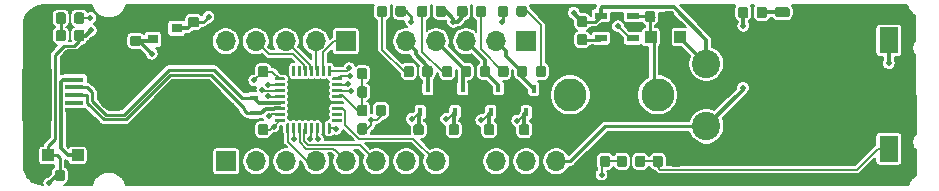
<source format=gtl>
G04 #@! TF.GenerationSoftware,KiCad,Pcbnew,(5.1.5-0-10_14)*
G04 #@! TF.CreationDate,2020-01-18T17:03:48-08:00*
G04 #@! TF.ProjectId,10440,31303434-302e-46b6-9963-61645f706362,rev?*
G04 #@! TF.SameCoordinates,Original*
G04 #@! TF.FileFunction,Copper,L1,Top*
G04 #@! TF.FilePolarity,Positive*
%FSLAX46Y46*%
G04 Gerber Fmt 4.6, Leading zero omitted, Abs format (unit mm)*
G04 Created by KiCad (PCBNEW (5.1.5-0-10_14)) date 2020-01-18 17:03:48*
%MOMM*%
%LPD*%
G04 APERTURE LIST*
%ADD10C,2.800000*%
%ADD11C,2.400000*%
%ADD12O,1.700000X1.700000*%
%ADD13R,1.700000X1.700000*%
%ADD14R,0.450000X0.700000*%
%ADD15R,1.050000X0.600000*%
%ADD16C,0.100000*%
%ADD17R,0.700000X0.450000*%
%ADD18R,0.900000X0.800000*%
%ADD19R,1.500000X2.000000*%
%ADD20R,1.650000X0.400000*%
%ADD21O,1.500000X1.100000*%
%ADD22O,1.700000X1.350000*%
%ADD23R,2.500000X4.400000*%
%ADD24R,1.600000X2.180000*%
%ADD25R,1.000000X1.000000*%
%ADD26C,0.508000*%
%ADD27C,0.152400*%
%ADD28C,0.310000*%
%ADD29C,0.254000*%
%ADD30C,0.309880*%
G04 APERTURE END LIST*
D10*
X104745000Y-99975000D03*
X112145000Y-99975000D03*
X66145000Y-99975000D03*
X73545000Y-99975000D03*
D11*
X116275000Y-102650000D03*
X116275000Y-97350000D03*
D12*
X90850000Y-95435000D03*
X93390000Y-95435000D03*
X95930000Y-95435000D03*
X98470000Y-95435000D03*
D13*
X101010000Y-95435000D03*
D12*
X75590000Y-95445000D03*
X78130000Y-95445000D03*
X80670000Y-95445000D03*
X83210000Y-95445000D03*
D13*
X85750000Y-95445000D03*
D14*
X92700000Y-99425000D03*
X93350000Y-101425000D03*
X92050000Y-101425000D03*
X95650000Y-99425000D03*
X96300000Y-101425000D03*
X95000000Y-101425000D03*
X98675000Y-99425000D03*
X99325000Y-101425000D03*
X98025000Y-101425000D03*
X101675000Y-99450000D03*
X102325000Y-101450000D03*
X101025000Y-101450000D03*
D12*
X103560000Y-105610000D03*
X101020000Y-105610000D03*
X98480000Y-105610000D03*
X95940000Y-105610000D03*
X93400000Y-105610000D03*
X90860000Y-105610000D03*
X88320000Y-105610000D03*
X85780000Y-105610000D03*
X83240000Y-105610000D03*
X80700000Y-105610000D03*
X78160000Y-105610000D03*
D13*
X75620000Y-105610000D03*
D15*
X107345000Y-95175000D03*
X107345000Y-93275000D03*
X110045000Y-93275000D03*
X110045000Y-94225000D03*
X110045000Y-95175000D03*
G04 #@! TA.AperFunction,SMDPad,CuDef*
D16*
G36*
X84089504Y-98651204D02*
G01*
X84113773Y-98654804D01*
X84137571Y-98660765D01*
X84160671Y-98669030D01*
X84182849Y-98679520D01*
X84203893Y-98692133D01*
X84223598Y-98706747D01*
X84241777Y-98723223D01*
X84258253Y-98741402D01*
X84272867Y-98761107D01*
X84285480Y-98782151D01*
X84295970Y-98804329D01*
X84304235Y-98827429D01*
X84310196Y-98851227D01*
X84313796Y-98875496D01*
X84315000Y-98900000D01*
X84315000Y-101850000D01*
X84313796Y-101874504D01*
X84310196Y-101898773D01*
X84304235Y-101922571D01*
X84295970Y-101945671D01*
X84285480Y-101967849D01*
X84272867Y-101988893D01*
X84258253Y-102008598D01*
X84241777Y-102026777D01*
X84223598Y-102043253D01*
X84203893Y-102057867D01*
X84182849Y-102070480D01*
X84160671Y-102080970D01*
X84137571Y-102089235D01*
X84113773Y-102095196D01*
X84089504Y-102098796D01*
X84065000Y-102100000D01*
X81115000Y-102100000D01*
X81090496Y-102098796D01*
X81066227Y-102095196D01*
X81042429Y-102089235D01*
X81019329Y-102080970D01*
X80997151Y-102070480D01*
X80976107Y-102057867D01*
X80956402Y-102043253D01*
X80938223Y-102026777D01*
X80921747Y-102008598D01*
X80907133Y-101988893D01*
X80894520Y-101967849D01*
X80884030Y-101945671D01*
X80875765Y-101922571D01*
X80869804Y-101898773D01*
X80866204Y-101874504D01*
X80865000Y-101850000D01*
X80865000Y-98900000D01*
X80866204Y-98875496D01*
X80869804Y-98851227D01*
X80875765Y-98827429D01*
X80884030Y-98804329D01*
X80894520Y-98782151D01*
X80907133Y-98761107D01*
X80921747Y-98741402D01*
X80938223Y-98723223D01*
X80956402Y-98706747D01*
X80976107Y-98692133D01*
X80997151Y-98679520D01*
X81019329Y-98669030D01*
X81042429Y-98660765D01*
X81066227Y-98654804D01*
X81090496Y-98651204D01*
X81115000Y-98650000D01*
X84065000Y-98650000D01*
X84089504Y-98651204D01*
G37*
G04 #@! TD.AperFunction*
G04 #@! TA.AperFunction,SMDPad,CuDef*
G36*
X85408626Y-102000301D02*
G01*
X85414693Y-102001201D01*
X85420643Y-102002691D01*
X85426418Y-102004758D01*
X85431962Y-102007380D01*
X85437223Y-102010533D01*
X85442150Y-102014187D01*
X85446694Y-102018306D01*
X85450813Y-102022850D01*
X85454467Y-102027777D01*
X85457620Y-102033038D01*
X85460242Y-102038582D01*
X85462309Y-102044357D01*
X85463799Y-102050307D01*
X85464699Y-102056374D01*
X85465000Y-102062500D01*
X85465000Y-102187500D01*
X85464699Y-102193626D01*
X85463799Y-102199693D01*
X85462309Y-102205643D01*
X85460242Y-102211418D01*
X85457620Y-102216962D01*
X85454467Y-102222223D01*
X85450813Y-102227150D01*
X85446694Y-102231694D01*
X85442150Y-102235813D01*
X85437223Y-102239467D01*
X85431962Y-102242620D01*
X85426418Y-102245242D01*
X85420643Y-102247309D01*
X85414693Y-102248799D01*
X85408626Y-102249699D01*
X85402500Y-102250000D01*
X84652500Y-102250000D01*
X84646374Y-102249699D01*
X84640307Y-102248799D01*
X84634357Y-102247309D01*
X84628582Y-102245242D01*
X84623038Y-102242620D01*
X84617777Y-102239467D01*
X84612850Y-102235813D01*
X84608306Y-102231694D01*
X84604187Y-102227150D01*
X84600533Y-102222223D01*
X84597380Y-102216962D01*
X84594758Y-102211418D01*
X84592691Y-102205643D01*
X84591201Y-102199693D01*
X84590301Y-102193626D01*
X84590000Y-102187500D01*
X84590000Y-102062500D01*
X84590301Y-102056374D01*
X84591201Y-102050307D01*
X84592691Y-102044357D01*
X84594758Y-102038582D01*
X84597380Y-102033038D01*
X84600533Y-102027777D01*
X84604187Y-102022850D01*
X84608306Y-102018306D01*
X84612850Y-102014187D01*
X84617777Y-102010533D01*
X84623038Y-102007380D01*
X84628582Y-102004758D01*
X84634357Y-102002691D01*
X84640307Y-102001201D01*
X84646374Y-102000301D01*
X84652500Y-102000000D01*
X85402500Y-102000000D01*
X85408626Y-102000301D01*
G37*
G04 #@! TD.AperFunction*
G04 #@! TA.AperFunction,SMDPad,CuDef*
G36*
X85408626Y-101500301D02*
G01*
X85414693Y-101501201D01*
X85420643Y-101502691D01*
X85426418Y-101504758D01*
X85431962Y-101507380D01*
X85437223Y-101510533D01*
X85442150Y-101514187D01*
X85446694Y-101518306D01*
X85450813Y-101522850D01*
X85454467Y-101527777D01*
X85457620Y-101533038D01*
X85460242Y-101538582D01*
X85462309Y-101544357D01*
X85463799Y-101550307D01*
X85464699Y-101556374D01*
X85465000Y-101562500D01*
X85465000Y-101687500D01*
X85464699Y-101693626D01*
X85463799Y-101699693D01*
X85462309Y-101705643D01*
X85460242Y-101711418D01*
X85457620Y-101716962D01*
X85454467Y-101722223D01*
X85450813Y-101727150D01*
X85446694Y-101731694D01*
X85442150Y-101735813D01*
X85437223Y-101739467D01*
X85431962Y-101742620D01*
X85426418Y-101745242D01*
X85420643Y-101747309D01*
X85414693Y-101748799D01*
X85408626Y-101749699D01*
X85402500Y-101750000D01*
X84652500Y-101750000D01*
X84646374Y-101749699D01*
X84640307Y-101748799D01*
X84634357Y-101747309D01*
X84628582Y-101745242D01*
X84623038Y-101742620D01*
X84617777Y-101739467D01*
X84612850Y-101735813D01*
X84608306Y-101731694D01*
X84604187Y-101727150D01*
X84600533Y-101722223D01*
X84597380Y-101716962D01*
X84594758Y-101711418D01*
X84592691Y-101705643D01*
X84591201Y-101699693D01*
X84590301Y-101693626D01*
X84590000Y-101687500D01*
X84590000Y-101562500D01*
X84590301Y-101556374D01*
X84591201Y-101550307D01*
X84592691Y-101544357D01*
X84594758Y-101538582D01*
X84597380Y-101533038D01*
X84600533Y-101527777D01*
X84604187Y-101522850D01*
X84608306Y-101518306D01*
X84612850Y-101514187D01*
X84617777Y-101510533D01*
X84623038Y-101507380D01*
X84628582Y-101504758D01*
X84634357Y-101502691D01*
X84640307Y-101501201D01*
X84646374Y-101500301D01*
X84652500Y-101500000D01*
X85402500Y-101500000D01*
X85408626Y-101500301D01*
G37*
G04 #@! TD.AperFunction*
G04 #@! TA.AperFunction,SMDPad,CuDef*
G36*
X85408626Y-101000301D02*
G01*
X85414693Y-101001201D01*
X85420643Y-101002691D01*
X85426418Y-101004758D01*
X85431962Y-101007380D01*
X85437223Y-101010533D01*
X85442150Y-101014187D01*
X85446694Y-101018306D01*
X85450813Y-101022850D01*
X85454467Y-101027777D01*
X85457620Y-101033038D01*
X85460242Y-101038582D01*
X85462309Y-101044357D01*
X85463799Y-101050307D01*
X85464699Y-101056374D01*
X85465000Y-101062500D01*
X85465000Y-101187500D01*
X85464699Y-101193626D01*
X85463799Y-101199693D01*
X85462309Y-101205643D01*
X85460242Y-101211418D01*
X85457620Y-101216962D01*
X85454467Y-101222223D01*
X85450813Y-101227150D01*
X85446694Y-101231694D01*
X85442150Y-101235813D01*
X85437223Y-101239467D01*
X85431962Y-101242620D01*
X85426418Y-101245242D01*
X85420643Y-101247309D01*
X85414693Y-101248799D01*
X85408626Y-101249699D01*
X85402500Y-101250000D01*
X84652500Y-101250000D01*
X84646374Y-101249699D01*
X84640307Y-101248799D01*
X84634357Y-101247309D01*
X84628582Y-101245242D01*
X84623038Y-101242620D01*
X84617777Y-101239467D01*
X84612850Y-101235813D01*
X84608306Y-101231694D01*
X84604187Y-101227150D01*
X84600533Y-101222223D01*
X84597380Y-101216962D01*
X84594758Y-101211418D01*
X84592691Y-101205643D01*
X84591201Y-101199693D01*
X84590301Y-101193626D01*
X84590000Y-101187500D01*
X84590000Y-101062500D01*
X84590301Y-101056374D01*
X84591201Y-101050307D01*
X84592691Y-101044357D01*
X84594758Y-101038582D01*
X84597380Y-101033038D01*
X84600533Y-101027777D01*
X84604187Y-101022850D01*
X84608306Y-101018306D01*
X84612850Y-101014187D01*
X84617777Y-101010533D01*
X84623038Y-101007380D01*
X84628582Y-101004758D01*
X84634357Y-101002691D01*
X84640307Y-101001201D01*
X84646374Y-101000301D01*
X84652500Y-101000000D01*
X85402500Y-101000000D01*
X85408626Y-101000301D01*
G37*
G04 #@! TD.AperFunction*
G04 #@! TA.AperFunction,SMDPad,CuDef*
G36*
X85408626Y-100500301D02*
G01*
X85414693Y-100501201D01*
X85420643Y-100502691D01*
X85426418Y-100504758D01*
X85431962Y-100507380D01*
X85437223Y-100510533D01*
X85442150Y-100514187D01*
X85446694Y-100518306D01*
X85450813Y-100522850D01*
X85454467Y-100527777D01*
X85457620Y-100533038D01*
X85460242Y-100538582D01*
X85462309Y-100544357D01*
X85463799Y-100550307D01*
X85464699Y-100556374D01*
X85465000Y-100562500D01*
X85465000Y-100687500D01*
X85464699Y-100693626D01*
X85463799Y-100699693D01*
X85462309Y-100705643D01*
X85460242Y-100711418D01*
X85457620Y-100716962D01*
X85454467Y-100722223D01*
X85450813Y-100727150D01*
X85446694Y-100731694D01*
X85442150Y-100735813D01*
X85437223Y-100739467D01*
X85431962Y-100742620D01*
X85426418Y-100745242D01*
X85420643Y-100747309D01*
X85414693Y-100748799D01*
X85408626Y-100749699D01*
X85402500Y-100750000D01*
X84652500Y-100750000D01*
X84646374Y-100749699D01*
X84640307Y-100748799D01*
X84634357Y-100747309D01*
X84628582Y-100745242D01*
X84623038Y-100742620D01*
X84617777Y-100739467D01*
X84612850Y-100735813D01*
X84608306Y-100731694D01*
X84604187Y-100727150D01*
X84600533Y-100722223D01*
X84597380Y-100716962D01*
X84594758Y-100711418D01*
X84592691Y-100705643D01*
X84591201Y-100699693D01*
X84590301Y-100693626D01*
X84590000Y-100687500D01*
X84590000Y-100562500D01*
X84590301Y-100556374D01*
X84591201Y-100550307D01*
X84592691Y-100544357D01*
X84594758Y-100538582D01*
X84597380Y-100533038D01*
X84600533Y-100527777D01*
X84604187Y-100522850D01*
X84608306Y-100518306D01*
X84612850Y-100514187D01*
X84617777Y-100510533D01*
X84623038Y-100507380D01*
X84628582Y-100504758D01*
X84634357Y-100502691D01*
X84640307Y-100501201D01*
X84646374Y-100500301D01*
X84652500Y-100500000D01*
X85402500Y-100500000D01*
X85408626Y-100500301D01*
G37*
G04 #@! TD.AperFunction*
G04 #@! TA.AperFunction,SMDPad,CuDef*
G36*
X85408626Y-100000301D02*
G01*
X85414693Y-100001201D01*
X85420643Y-100002691D01*
X85426418Y-100004758D01*
X85431962Y-100007380D01*
X85437223Y-100010533D01*
X85442150Y-100014187D01*
X85446694Y-100018306D01*
X85450813Y-100022850D01*
X85454467Y-100027777D01*
X85457620Y-100033038D01*
X85460242Y-100038582D01*
X85462309Y-100044357D01*
X85463799Y-100050307D01*
X85464699Y-100056374D01*
X85465000Y-100062500D01*
X85465000Y-100187500D01*
X85464699Y-100193626D01*
X85463799Y-100199693D01*
X85462309Y-100205643D01*
X85460242Y-100211418D01*
X85457620Y-100216962D01*
X85454467Y-100222223D01*
X85450813Y-100227150D01*
X85446694Y-100231694D01*
X85442150Y-100235813D01*
X85437223Y-100239467D01*
X85431962Y-100242620D01*
X85426418Y-100245242D01*
X85420643Y-100247309D01*
X85414693Y-100248799D01*
X85408626Y-100249699D01*
X85402500Y-100250000D01*
X84652500Y-100250000D01*
X84646374Y-100249699D01*
X84640307Y-100248799D01*
X84634357Y-100247309D01*
X84628582Y-100245242D01*
X84623038Y-100242620D01*
X84617777Y-100239467D01*
X84612850Y-100235813D01*
X84608306Y-100231694D01*
X84604187Y-100227150D01*
X84600533Y-100222223D01*
X84597380Y-100216962D01*
X84594758Y-100211418D01*
X84592691Y-100205643D01*
X84591201Y-100199693D01*
X84590301Y-100193626D01*
X84590000Y-100187500D01*
X84590000Y-100062500D01*
X84590301Y-100056374D01*
X84591201Y-100050307D01*
X84592691Y-100044357D01*
X84594758Y-100038582D01*
X84597380Y-100033038D01*
X84600533Y-100027777D01*
X84604187Y-100022850D01*
X84608306Y-100018306D01*
X84612850Y-100014187D01*
X84617777Y-100010533D01*
X84623038Y-100007380D01*
X84628582Y-100004758D01*
X84634357Y-100002691D01*
X84640307Y-100001201D01*
X84646374Y-100000301D01*
X84652500Y-100000000D01*
X85402500Y-100000000D01*
X85408626Y-100000301D01*
G37*
G04 #@! TD.AperFunction*
G04 #@! TA.AperFunction,SMDPad,CuDef*
G36*
X85408626Y-99500301D02*
G01*
X85414693Y-99501201D01*
X85420643Y-99502691D01*
X85426418Y-99504758D01*
X85431962Y-99507380D01*
X85437223Y-99510533D01*
X85442150Y-99514187D01*
X85446694Y-99518306D01*
X85450813Y-99522850D01*
X85454467Y-99527777D01*
X85457620Y-99533038D01*
X85460242Y-99538582D01*
X85462309Y-99544357D01*
X85463799Y-99550307D01*
X85464699Y-99556374D01*
X85465000Y-99562500D01*
X85465000Y-99687500D01*
X85464699Y-99693626D01*
X85463799Y-99699693D01*
X85462309Y-99705643D01*
X85460242Y-99711418D01*
X85457620Y-99716962D01*
X85454467Y-99722223D01*
X85450813Y-99727150D01*
X85446694Y-99731694D01*
X85442150Y-99735813D01*
X85437223Y-99739467D01*
X85431962Y-99742620D01*
X85426418Y-99745242D01*
X85420643Y-99747309D01*
X85414693Y-99748799D01*
X85408626Y-99749699D01*
X85402500Y-99750000D01*
X84652500Y-99750000D01*
X84646374Y-99749699D01*
X84640307Y-99748799D01*
X84634357Y-99747309D01*
X84628582Y-99745242D01*
X84623038Y-99742620D01*
X84617777Y-99739467D01*
X84612850Y-99735813D01*
X84608306Y-99731694D01*
X84604187Y-99727150D01*
X84600533Y-99722223D01*
X84597380Y-99716962D01*
X84594758Y-99711418D01*
X84592691Y-99705643D01*
X84591201Y-99699693D01*
X84590301Y-99693626D01*
X84590000Y-99687500D01*
X84590000Y-99562500D01*
X84590301Y-99556374D01*
X84591201Y-99550307D01*
X84592691Y-99544357D01*
X84594758Y-99538582D01*
X84597380Y-99533038D01*
X84600533Y-99527777D01*
X84604187Y-99522850D01*
X84608306Y-99518306D01*
X84612850Y-99514187D01*
X84617777Y-99510533D01*
X84623038Y-99507380D01*
X84628582Y-99504758D01*
X84634357Y-99502691D01*
X84640307Y-99501201D01*
X84646374Y-99500301D01*
X84652500Y-99500000D01*
X85402500Y-99500000D01*
X85408626Y-99500301D01*
G37*
G04 #@! TD.AperFunction*
G04 #@! TA.AperFunction,SMDPad,CuDef*
G36*
X85408626Y-99000301D02*
G01*
X85414693Y-99001201D01*
X85420643Y-99002691D01*
X85426418Y-99004758D01*
X85431962Y-99007380D01*
X85437223Y-99010533D01*
X85442150Y-99014187D01*
X85446694Y-99018306D01*
X85450813Y-99022850D01*
X85454467Y-99027777D01*
X85457620Y-99033038D01*
X85460242Y-99038582D01*
X85462309Y-99044357D01*
X85463799Y-99050307D01*
X85464699Y-99056374D01*
X85465000Y-99062500D01*
X85465000Y-99187500D01*
X85464699Y-99193626D01*
X85463799Y-99199693D01*
X85462309Y-99205643D01*
X85460242Y-99211418D01*
X85457620Y-99216962D01*
X85454467Y-99222223D01*
X85450813Y-99227150D01*
X85446694Y-99231694D01*
X85442150Y-99235813D01*
X85437223Y-99239467D01*
X85431962Y-99242620D01*
X85426418Y-99245242D01*
X85420643Y-99247309D01*
X85414693Y-99248799D01*
X85408626Y-99249699D01*
X85402500Y-99250000D01*
X84652500Y-99250000D01*
X84646374Y-99249699D01*
X84640307Y-99248799D01*
X84634357Y-99247309D01*
X84628582Y-99245242D01*
X84623038Y-99242620D01*
X84617777Y-99239467D01*
X84612850Y-99235813D01*
X84608306Y-99231694D01*
X84604187Y-99227150D01*
X84600533Y-99222223D01*
X84597380Y-99216962D01*
X84594758Y-99211418D01*
X84592691Y-99205643D01*
X84591201Y-99199693D01*
X84590301Y-99193626D01*
X84590000Y-99187500D01*
X84590000Y-99062500D01*
X84590301Y-99056374D01*
X84591201Y-99050307D01*
X84592691Y-99044357D01*
X84594758Y-99038582D01*
X84597380Y-99033038D01*
X84600533Y-99027777D01*
X84604187Y-99022850D01*
X84608306Y-99018306D01*
X84612850Y-99014187D01*
X84617777Y-99010533D01*
X84623038Y-99007380D01*
X84628582Y-99004758D01*
X84634357Y-99002691D01*
X84640307Y-99001201D01*
X84646374Y-99000301D01*
X84652500Y-99000000D01*
X85402500Y-99000000D01*
X85408626Y-99000301D01*
G37*
G04 #@! TD.AperFunction*
G04 #@! TA.AperFunction,SMDPad,CuDef*
G36*
X85408626Y-98500301D02*
G01*
X85414693Y-98501201D01*
X85420643Y-98502691D01*
X85426418Y-98504758D01*
X85431962Y-98507380D01*
X85437223Y-98510533D01*
X85442150Y-98514187D01*
X85446694Y-98518306D01*
X85450813Y-98522850D01*
X85454467Y-98527777D01*
X85457620Y-98533038D01*
X85460242Y-98538582D01*
X85462309Y-98544357D01*
X85463799Y-98550307D01*
X85464699Y-98556374D01*
X85465000Y-98562500D01*
X85465000Y-98687500D01*
X85464699Y-98693626D01*
X85463799Y-98699693D01*
X85462309Y-98705643D01*
X85460242Y-98711418D01*
X85457620Y-98716962D01*
X85454467Y-98722223D01*
X85450813Y-98727150D01*
X85446694Y-98731694D01*
X85442150Y-98735813D01*
X85437223Y-98739467D01*
X85431962Y-98742620D01*
X85426418Y-98745242D01*
X85420643Y-98747309D01*
X85414693Y-98748799D01*
X85408626Y-98749699D01*
X85402500Y-98750000D01*
X84652500Y-98750000D01*
X84646374Y-98749699D01*
X84640307Y-98748799D01*
X84634357Y-98747309D01*
X84628582Y-98745242D01*
X84623038Y-98742620D01*
X84617777Y-98739467D01*
X84612850Y-98735813D01*
X84608306Y-98731694D01*
X84604187Y-98727150D01*
X84600533Y-98722223D01*
X84597380Y-98716962D01*
X84594758Y-98711418D01*
X84592691Y-98705643D01*
X84591201Y-98699693D01*
X84590301Y-98693626D01*
X84590000Y-98687500D01*
X84590000Y-98562500D01*
X84590301Y-98556374D01*
X84591201Y-98550307D01*
X84592691Y-98544357D01*
X84594758Y-98538582D01*
X84597380Y-98533038D01*
X84600533Y-98527777D01*
X84604187Y-98522850D01*
X84608306Y-98518306D01*
X84612850Y-98514187D01*
X84617777Y-98510533D01*
X84623038Y-98507380D01*
X84628582Y-98504758D01*
X84634357Y-98502691D01*
X84640307Y-98501201D01*
X84646374Y-98500301D01*
X84652500Y-98500000D01*
X85402500Y-98500000D01*
X85408626Y-98500301D01*
G37*
G04 #@! TD.AperFunction*
G04 #@! TA.AperFunction,SMDPad,CuDef*
G36*
X84408626Y-97500301D02*
G01*
X84414693Y-97501201D01*
X84420643Y-97502691D01*
X84426418Y-97504758D01*
X84431962Y-97507380D01*
X84437223Y-97510533D01*
X84442150Y-97514187D01*
X84446694Y-97518306D01*
X84450813Y-97522850D01*
X84454467Y-97527777D01*
X84457620Y-97533038D01*
X84460242Y-97538582D01*
X84462309Y-97544357D01*
X84463799Y-97550307D01*
X84464699Y-97556374D01*
X84465000Y-97562500D01*
X84465000Y-98312500D01*
X84464699Y-98318626D01*
X84463799Y-98324693D01*
X84462309Y-98330643D01*
X84460242Y-98336418D01*
X84457620Y-98341962D01*
X84454467Y-98347223D01*
X84450813Y-98352150D01*
X84446694Y-98356694D01*
X84442150Y-98360813D01*
X84437223Y-98364467D01*
X84431962Y-98367620D01*
X84426418Y-98370242D01*
X84420643Y-98372309D01*
X84414693Y-98373799D01*
X84408626Y-98374699D01*
X84402500Y-98375000D01*
X84277500Y-98375000D01*
X84271374Y-98374699D01*
X84265307Y-98373799D01*
X84259357Y-98372309D01*
X84253582Y-98370242D01*
X84248038Y-98367620D01*
X84242777Y-98364467D01*
X84237850Y-98360813D01*
X84233306Y-98356694D01*
X84229187Y-98352150D01*
X84225533Y-98347223D01*
X84222380Y-98341962D01*
X84219758Y-98336418D01*
X84217691Y-98330643D01*
X84216201Y-98324693D01*
X84215301Y-98318626D01*
X84215000Y-98312500D01*
X84215000Y-97562500D01*
X84215301Y-97556374D01*
X84216201Y-97550307D01*
X84217691Y-97544357D01*
X84219758Y-97538582D01*
X84222380Y-97533038D01*
X84225533Y-97527777D01*
X84229187Y-97522850D01*
X84233306Y-97518306D01*
X84237850Y-97514187D01*
X84242777Y-97510533D01*
X84248038Y-97507380D01*
X84253582Y-97504758D01*
X84259357Y-97502691D01*
X84265307Y-97501201D01*
X84271374Y-97500301D01*
X84277500Y-97500000D01*
X84402500Y-97500000D01*
X84408626Y-97500301D01*
G37*
G04 #@! TD.AperFunction*
G04 #@! TA.AperFunction,SMDPad,CuDef*
G36*
X83908626Y-97500301D02*
G01*
X83914693Y-97501201D01*
X83920643Y-97502691D01*
X83926418Y-97504758D01*
X83931962Y-97507380D01*
X83937223Y-97510533D01*
X83942150Y-97514187D01*
X83946694Y-97518306D01*
X83950813Y-97522850D01*
X83954467Y-97527777D01*
X83957620Y-97533038D01*
X83960242Y-97538582D01*
X83962309Y-97544357D01*
X83963799Y-97550307D01*
X83964699Y-97556374D01*
X83965000Y-97562500D01*
X83965000Y-98312500D01*
X83964699Y-98318626D01*
X83963799Y-98324693D01*
X83962309Y-98330643D01*
X83960242Y-98336418D01*
X83957620Y-98341962D01*
X83954467Y-98347223D01*
X83950813Y-98352150D01*
X83946694Y-98356694D01*
X83942150Y-98360813D01*
X83937223Y-98364467D01*
X83931962Y-98367620D01*
X83926418Y-98370242D01*
X83920643Y-98372309D01*
X83914693Y-98373799D01*
X83908626Y-98374699D01*
X83902500Y-98375000D01*
X83777500Y-98375000D01*
X83771374Y-98374699D01*
X83765307Y-98373799D01*
X83759357Y-98372309D01*
X83753582Y-98370242D01*
X83748038Y-98367620D01*
X83742777Y-98364467D01*
X83737850Y-98360813D01*
X83733306Y-98356694D01*
X83729187Y-98352150D01*
X83725533Y-98347223D01*
X83722380Y-98341962D01*
X83719758Y-98336418D01*
X83717691Y-98330643D01*
X83716201Y-98324693D01*
X83715301Y-98318626D01*
X83715000Y-98312500D01*
X83715000Y-97562500D01*
X83715301Y-97556374D01*
X83716201Y-97550307D01*
X83717691Y-97544357D01*
X83719758Y-97538582D01*
X83722380Y-97533038D01*
X83725533Y-97527777D01*
X83729187Y-97522850D01*
X83733306Y-97518306D01*
X83737850Y-97514187D01*
X83742777Y-97510533D01*
X83748038Y-97507380D01*
X83753582Y-97504758D01*
X83759357Y-97502691D01*
X83765307Y-97501201D01*
X83771374Y-97500301D01*
X83777500Y-97500000D01*
X83902500Y-97500000D01*
X83908626Y-97500301D01*
G37*
G04 #@! TD.AperFunction*
G04 #@! TA.AperFunction,SMDPad,CuDef*
G36*
X83408626Y-97500301D02*
G01*
X83414693Y-97501201D01*
X83420643Y-97502691D01*
X83426418Y-97504758D01*
X83431962Y-97507380D01*
X83437223Y-97510533D01*
X83442150Y-97514187D01*
X83446694Y-97518306D01*
X83450813Y-97522850D01*
X83454467Y-97527777D01*
X83457620Y-97533038D01*
X83460242Y-97538582D01*
X83462309Y-97544357D01*
X83463799Y-97550307D01*
X83464699Y-97556374D01*
X83465000Y-97562500D01*
X83465000Y-98312500D01*
X83464699Y-98318626D01*
X83463799Y-98324693D01*
X83462309Y-98330643D01*
X83460242Y-98336418D01*
X83457620Y-98341962D01*
X83454467Y-98347223D01*
X83450813Y-98352150D01*
X83446694Y-98356694D01*
X83442150Y-98360813D01*
X83437223Y-98364467D01*
X83431962Y-98367620D01*
X83426418Y-98370242D01*
X83420643Y-98372309D01*
X83414693Y-98373799D01*
X83408626Y-98374699D01*
X83402500Y-98375000D01*
X83277500Y-98375000D01*
X83271374Y-98374699D01*
X83265307Y-98373799D01*
X83259357Y-98372309D01*
X83253582Y-98370242D01*
X83248038Y-98367620D01*
X83242777Y-98364467D01*
X83237850Y-98360813D01*
X83233306Y-98356694D01*
X83229187Y-98352150D01*
X83225533Y-98347223D01*
X83222380Y-98341962D01*
X83219758Y-98336418D01*
X83217691Y-98330643D01*
X83216201Y-98324693D01*
X83215301Y-98318626D01*
X83215000Y-98312500D01*
X83215000Y-97562500D01*
X83215301Y-97556374D01*
X83216201Y-97550307D01*
X83217691Y-97544357D01*
X83219758Y-97538582D01*
X83222380Y-97533038D01*
X83225533Y-97527777D01*
X83229187Y-97522850D01*
X83233306Y-97518306D01*
X83237850Y-97514187D01*
X83242777Y-97510533D01*
X83248038Y-97507380D01*
X83253582Y-97504758D01*
X83259357Y-97502691D01*
X83265307Y-97501201D01*
X83271374Y-97500301D01*
X83277500Y-97500000D01*
X83402500Y-97500000D01*
X83408626Y-97500301D01*
G37*
G04 #@! TD.AperFunction*
G04 #@! TA.AperFunction,SMDPad,CuDef*
G36*
X82908626Y-97500301D02*
G01*
X82914693Y-97501201D01*
X82920643Y-97502691D01*
X82926418Y-97504758D01*
X82931962Y-97507380D01*
X82937223Y-97510533D01*
X82942150Y-97514187D01*
X82946694Y-97518306D01*
X82950813Y-97522850D01*
X82954467Y-97527777D01*
X82957620Y-97533038D01*
X82960242Y-97538582D01*
X82962309Y-97544357D01*
X82963799Y-97550307D01*
X82964699Y-97556374D01*
X82965000Y-97562500D01*
X82965000Y-98312500D01*
X82964699Y-98318626D01*
X82963799Y-98324693D01*
X82962309Y-98330643D01*
X82960242Y-98336418D01*
X82957620Y-98341962D01*
X82954467Y-98347223D01*
X82950813Y-98352150D01*
X82946694Y-98356694D01*
X82942150Y-98360813D01*
X82937223Y-98364467D01*
X82931962Y-98367620D01*
X82926418Y-98370242D01*
X82920643Y-98372309D01*
X82914693Y-98373799D01*
X82908626Y-98374699D01*
X82902500Y-98375000D01*
X82777500Y-98375000D01*
X82771374Y-98374699D01*
X82765307Y-98373799D01*
X82759357Y-98372309D01*
X82753582Y-98370242D01*
X82748038Y-98367620D01*
X82742777Y-98364467D01*
X82737850Y-98360813D01*
X82733306Y-98356694D01*
X82729187Y-98352150D01*
X82725533Y-98347223D01*
X82722380Y-98341962D01*
X82719758Y-98336418D01*
X82717691Y-98330643D01*
X82716201Y-98324693D01*
X82715301Y-98318626D01*
X82715000Y-98312500D01*
X82715000Y-97562500D01*
X82715301Y-97556374D01*
X82716201Y-97550307D01*
X82717691Y-97544357D01*
X82719758Y-97538582D01*
X82722380Y-97533038D01*
X82725533Y-97527777D01*
X82729187Y-97522850D01*
X82733306Y-97518306D01*
X82737850Y-97514187D01*
X82742777Y-97510533D01*
X82748038Y-97507380D01*
X82753582Y-97504758D01*
X82759357Y-97502691D01*
X82765307Y-97501201D01*
X82771374Y-97500301D01*
X82777500Y-97500000D01*
X82902500Y-97500000D01*
X82908626Y-97500301D01*
G37*
G04 #@! TD.AperFunction*
G04 #@! TA.AperFunction,SMDPad,CuDef*
G36*
X82408626Y-97500301D02*
G01*
X82414693Y-97501201D01*
X82420643Y-97502691D01*
X82426418Y-97504758D01*
X82431962Y-97507380D01*
X82437223Y-97510533D01*
X82442150Y-97514187D01*
X82446694Y-97518306D01*
X82450813Y-97522850D01*
X82454467Y-97527777D01*
X82457620Y-97533038D01*
X82460242Y-97538582D01*
X82462309Y-97544357D01*
X82463799Y-97550307D01*
X82464699Y-97556374D01*
X82465000Y-97562500D01*
X82465000Y-98312500D01*
X82464699Y-98318626D01*
X82463799Y-98324693D01*
X82462309Y-98330643D01*
X82460242Y-98336418D01*
X82457620Y-98341962D01*
X82454467Y-98347223D01*
X82450813Y-98352150D01*
X82446694Y-98356694D01*
X82442150Y-98360813D01*
X82437223Y-98364467D01*
X82431962Y-98367620D01*
X82426418Y-98370242D01*
X82420643Y-98372309D01*
X82414693Y-98373799D01*
X82408626Y-98374699D01*
X82402500Y-98375000D01*
X82277500Y-98375000D01*
X82271374Y-98374699D01*
X82265307Y-98373799D01*
X82259357Y-98372309D01*
X82253582Y-98370242D01*
X82248038Y-98367620D01*
X82242777Y-98364467D01*
X82237850Y-98360813D01*
X82233306Y-98356694D01*
X82229187Y-98352150D01*
X82225533Y-98347223D01*
X82222380Y-98341962D01*
X82219758Y-98336418D01*
X82217691Y-98330643D01*
X82216201Y-98324693D01*
X82215301Y-98318626D01*
X82215000Y-98312500D01*
X82215000Y-97562500D01*
X82215301Y-97556374D01*
X82216201Y-97550307D01*
X82217691Y-97544357D01*
X82219758Y-97538582D01*
X82222380Y-97533038D01*
X82225533Y-97527777D01*
X82229187Y-97522850D01*
X82233306Y-97518306D01*
X82237850Y-97514187D01*
X82242777Y-97510533D01*
X82248038Y-97507380D01*
X82253582Y-97504758D01*
X82259357Y-97502691D01*
X82265307Y-97501201D01*
X82271374Y-97500301D01*
X82277500Y-97500000D01*
X82402500Y-97500000D01*
X82408626Y-97500301D01*
G37*
G04 #@! TD.AperFunction*
G04 #@! TA.AperFunction,SMDPad,CuDef*
G36*
X81908626Y-97500301D02*
G01*
X81914693Y-97501201D01*
X81920643Y-97502691D01*
X81926418Y-97504758D01*
X81931962Y-97507380D01*
X81937223Y-97510533D01*
X81942150Y-97514187D01*
X81946694Y-97518306D01*
X81950813Y-97522850D01*
X81954467Y-97527777D01*
X81957620Y-97533038D01*
X81960242Y-97538582D01*
X81962309Y-97544357D01*
X81963799Y-97550307D01*
X81964699Y-97556374D01*
X81965000Y-97562500D01*
X81965000Y-98312500D01*
X81964699Y-98318626D01*
X81963799Y-98324693D01*
X81962309Y-98330643D01*
X81960242Y-98336418D01*
X81957620Y-98341962D01*
X81954467Y-98347223D01*
X81950813Y-98352150D01*
X81946694Y-98356694D01*
X81942150Y-98360813D01*
X81937223Y-98364467D01*
X81931962Y-98367620D01*
X81926418Y-98370242D01*
X81920643Y-98372309D01*
X81914693Y-98373799D01*
X81908626Y-98374699D01*
X81902500Y-98375000D01*
X81777500Y-98375000D01*
X81771374Y-98374699D01*
X81765307Y-98373799D01*
X81759357Y-98372309D01*
X81753582Y-98370242D01*
X81748038Y-98367620D01*
X81742777Y-98364467D01*
X81737850Y-98360813D01*
X81733306Y-98356694D01*
X81729187Y-98352150D01*
X81725533Y-98347223D01*
X81722380Y-98341962D01*
X81719758Y-98336418D01*
X81717691Y-98330643D01*
X81716201Y-98324693D01*
X81715301Y-98318626D01*
X81715000Y-98312500D01*
X81715000Y-97562500D01*
X81715301Y-97556374D01*
X81716201Y-97550307D01*
X81717691Y-97544357D01*
X81719758Y-97538582D01*
X81722380Y-97533038D01*
X81725533Y-97527777D01*
X81729187Y-97522850D01*
X81733306Y-97518306D01*
X81737850Y-97514187D01*
X81742777Y-97510533D01*
X81748038Y-97507380D01*
X81753582Y-97504758D01*
X81759357Y-97502691D01*
X81765307Y-97501201D01*
X81771374Y-97500301D01*
X81777500Y-97500000D01*
X81902500Y-97500000D01*
X81908626Y-97500301D01*
G37*
G04 #@! TD.AperFunction*
G04 #@! TA.AperFunction,SMDPad,CuDef*
G36*
X81408626Y-97500301D02*
G01*
X81414693Y-97501201D01*
X81420643Y-97502691D01*
X81426418Y-97504758D01*
X81431962Y-97507380D01*
X81437223Y-97510533D01*
X81442150Y-97514187D01*
X81446694Y-97518306D01*
X81450813Y-97522850D01*
X81454467Y-97527777D01*
X81457620Y-97533038D01*
X81460242Y-97538582D01*
X81462309Y-97544357D01*
X81463799Y-97550307D01*
X81464699Y-97556374D01*
X81465000Y-97562500D01*
X81465000Y-98312500D01*
X81464699Y-98318626D01*
X81463799Y-98324693D01*
X81462309Y-98330643D01*
X81460242Y-98336418D01*
X81457620Y-98341962D01*
X81454467Y-98347223D01*
X81450813Y-98352150D01*
X81446694Y-98356694D01*
X81442150Y-98360813D01*
X81437223Y-98364467D01*
X81431962Y-98367620D01*
X81426418Y-98370242D01*
X81420643Y-98372309D01*
X81414693Y-98373799D01*
X81408626Y-98374699D01*
X81402500Y-98375000D01*
X81277500Y-98375000D01*
X81271374Y-98374699D01*
X81265307Y-98373799D01*
X81259357Y-98372309D01*
X81253582Y-98370242D01*
X81248038Y-98367620D01*
X81242777Y-98364467D01*
X81237850Y-98360813D01*
X81233306Y-98356694D01*
X81229187Y-98352150D01*
X81225533Y-98347223D01*
X81222380Y-98341962D01*
X81219758Y-98336418D01*
X81217691Y-98330643D01*
X81216201Y-98324693D01*
X81215301Y-98318626D01*
X81215000Y-98312500D01*
X81215000Y-97562500D01*
X81215301Y-97556374D01*
X81216201Y-97550307D01*
X81217691Y-97544357D01*
X81219758Y-97538582D01*
X81222380Y-97533038D01*
X81225533Y-97527777D01*
X81229187Y-97522850D01*
X81233306Y-97518306D01*
X81237850Y-97514187D01*
X81242777Y-97510533D01*
X81248038Y-97507380D01*
X81253582Y-97504758D01*
X81259357Y-97502691D01*
X81265307Y-97501201D01*
X81271374Y-97500301D01*
X81277500Y-97500000D01*
X81402500Y-97500000D01*
X81408626Y-97500301D01*
G37*
G04 #@! TD.AperFunction*
G04 #@! TA.AperFunction,SMDPad,CuDef*
G36*
X80908626Y-97500301D02*
G01*
X80914693Y-97501201D01*
X80920643Y-97502691D01*
X80926418Y-97504758D01*
X80931962Y-97507380D01*
X80937223Y-97510533D01*
X80942150Y-97514187D01*
X80946694Y-97518306D01*
X80950813Y-97522850D01*
X80954467Y-97527777D01*
X80957620Y-97533038D01*
X80960242Y-97538582D01*
X80962309Y-97544357D01*
X80963799Y-97550307D01*
X80964699Y-97556374D01*
X80965000Y-97562500D01*
X80965000Y-98312500D01*
X80964699Y-98318626D01*
X80963799Y-98324693D01*
X80962309Y-98330643D01*
X80960242Y-98336418D01*
X80957620Y-98341962D01*
X80954467Y-98347223D01*
X80950813Y-98352150D01*
X80946694Y-98356694D01*
X80942150Y-98360813D01*
X80937223Y-98364467D01*
X80931962Y-98367620D01*
X80926418Y-98370242D01*
X80920643Y-98372309D01*
X80914693Y-98373799D01*
X80908626Y-98374699D01*
X80902500Y-98375000D01*
X80777500Y-98375000D01*
X80771374Y-98374699D01*
X80765307Y-98373799D01*
X80759357Y-98372309D01*
X80753582Y-98370242D01*
X80748038Y-98367620D01*
X80742777Y-98364467D01*
X80737850Y-98360813D01*
X80733306Y-98356694D01*
X80729187Y-98352150D01*
X80725533Y-98347223D01*
X80722380Y-98341962D01*
X80719758Y-98336418D01*
X80717691Y-98330643D01*
X80716201Y-98324693D01*
X80715301Y-98318626D01*
X80715000Y-98312500D01*
X80715000Y-97562500D01*
X80715301Y-97556374D01*
X80716201Y-97550307D01*
X80717691Y-97544357D01*
X80719758Y-97538582D01*
X80722380Y-97533038D01*
X80725533Y-97527777D01*
X80729187Y-97522850D01*
X80733306Y-97518306D01*
X80737850Y-97514187D01*
X80742777Y-97510533D01*
X80748038Y-97507380D01*
X80753582Y-97504758D01*
X80759357Y-97502691D01*
X80765307Y-97501201D01*
X80771374Y-97500301D01*
X80777500Y-97500000D01*
X80902500Y-97500000D01*
X80908626Y-97500301D01*
G37*
G04 #@! TD.AperFunction*
G04 #@! TA.AperFunction,SMDPad,CuDef*
G36*
X80533626Y-98500301D02*
G01*
X80539693Y-98501201D01*
X80545643Y-98502691D01*
X80551418Y-98504758D01*
X80556962Y-98507380D01*
X80562223Y-98510533D01*
X80567150Y-98514187D01*
X80571694Y-98518306D01*
X80575813Y-98522850D01*
X80579467Y-98527777D01*
X80582620Y-98533038D01*
X80585242Y-98538582D01*
X80587309Y-98544357D01*
X80588799Y-98550307D01*
X80589699Y-98556374D01*
X80590000Y-98562500D01*
X80590000Y-98687500D01*
X80589699Y-98693626D01*
X80588799Y-98699693D01*
X80587309Y-98705643D01*
X80585242Y-98711418D01*
X80582620Y-98716962D01*
X80579467Y-98722223D01*
X80575813Y-98727150D01*
X80571694Y-98731694D01*
X80567150Y-98735813D01*
X80562223Y-98739467D01*
X80556962Y-98742620D01*
X80551418Y-98745242D01*
X80545643Y-98747309D01*
X80539693Y-98748799D01*
X80533626Y-98749699D01*
X80527500Y-98750000D01*
X79777500Y-98750000D01*
X79771374Y-98749699D01*
X79765307Y-98748799D01*
X79759357Y-98747309D01*
X79753582Y-98745242D01*
X79748038Y-98742620D01*
X79742777Y-98739467D01*
X79737850Y-98735813D01*
X79733306Y-98731694D01*
X79729187Y-98727150D01*
X79725533Y-98722223D01*
X79722380Y-98716962D01*
X79719758Y-98711418D01*
X79717691Y-98705643D01*
X79716201Y-98699693D01*
X79715301Y-98693626D01*
X79715000Y-98687500D01*
X79715000Y-98562500D01*
X79715301Y-98556374D01*
X79716201Y-98550307D01*
X79717691Y-98544357D01*
X79719758Y-98538582D01*
X79722380Y-98533038D01*
X79725533Y-98527777D01*
X79729187Y-98522850D01*
X79733306Y-98518306D01*
X79737850Y-98514187D01*
X79742777Y-98510533D01*
X79748038Y-98507380D01*
X79753582Y-98504758D01*
X79759357Y-98502691D01*
X79765307Y-98501201D01*
X79771374Y-98500301D01*
X79777500Y-98500000D01*
X80527500Y-98500000D01*
X80533626Y-98500301D01*
G37*
G04 #@! TD.AperFunction*
G04 #@! TA.AperFunction,SMDPad,CuDef*
G36*
X80533626Y-99000301D02*
G01*
X80539693Y-99001201D01*
X80545643Y-99002691D01*
X80551418Y-99004758D01*
X80556962Y-99007380D01*
X80562223Y-99010533D01*
X80567150Y-99014187D01*
X80571694Y-99018306D01*
X80575813Y-99022850D01*
X80579467Y-99027777D01*
X80582620Y-99033038D01*
X80585242Y-99038582D01*
X80587309Y-99044357D01*
X80588799Y-99050307D01*
X80589699Y-99056374D01*
X80590000Y-99062500D01*
X80590000Y-99187500D01*
X80589699Y-99193626D01*
X80588799Y-99199693D01*
X80587309Y-99205643D01*
X80585242Y-99211418D01*
X80582620Y-99216962D01*
X80579467Y-99222223D01*
X80575813Y-99227150D01*
X80571694Y-99231694D01*
X80567150Y-99235813D01*
X80562223Y-99239467D01*
X80556962Y-99242620D01*
X80551418Y-99245242D01*
X80545643Y-99247309D01*
X80539693Y-99248799D01*
X80533626Y-99249699D01*
X80527500Y-99250000D01*
X79777500Y-99250000D01*
X79771374Y-99249699D01*
X79765307Y-99248799D01*
X79759357Y-99247309D01*
X79753582Y-99245242D01*
X79748038Y-99242620D01*
X79742777Y-99239467D01*
X79737850Y-99235813D01*
X79733306Y-99231694D01*
X79729187Y-99227150D01*
X79725533Y-99222223D01*
X79722380Y-99216962D01*
X79719758Y-99211418D01*
X79717691Y-99205643D01*
X79716201Y-99199693D01*
X79715301Y-99193626D01*
X79715000Y-99187500D01*
X79715000Y-99062500D01*
X79715301Y-99056374D01*
X79716201Y-99050307D01*
X79717691Y-99044357D01*
X79719758Y-99038582D01*
X79722380Y-99033038D01*
X79725533Y-99027777D01*
X79729187Y-99022850D01*
X79733306Y-99018306D01*
X79737850Y-99014187D01*
X79742777Y-99010533D01*
X79748038Y-99007380D01*
X79753582Y-99004758D01*
X79759357Y-99002691D01*
X79765307Y-99001201D01*
X79771374Y-99000301D01*
X79777500Y-99000000D01*
X80527500Y-99000000D01*
X80533626Y-99000301D01*
G37*
G04 #@! TD.AperFunction*
G04 #@! TA.AperFunction,SMDPad,CuDef*
G36*
X80533626Y-99500301D02*
G01*
X80539693Y-99501201D01*
X80545643Y-99502691D01*
X80551418Y-99504758D01*
X80556962Y-99507380D01*
X80562223Y-99510533D01*
X80567150Y-99514187D01*
X80571694Y-99518306D01*
X80575813Y-99522850D01*
X80579467Y-99527777D01*
X80582620Y-99533038D01*
X80585242Y-99538582D01*
X80587309Y-99544357D01*
X80588799Y-99550307D01*
X80589699Y-99556374D01*
X80590000Y-99562500D01*
X80590000Y-99687500D01*
X80589699Y-99693626D01*
X80588799Y-99699693D01*
X80587309Y-99705643D01*
X80585242Y-99711418D01*
X80582620Y-99716962D01*
X80579467Y-99722223D01*
X80575813Y-99727150D01*
X80571694Y-99731694D01*
X80567150Y-99735813D01*
X80562223Y-99739467D01*
X80556962Y-99742620D01*
X80551418Y-99745242D01*
X80545643Y-99747309D01*
X80539693Y-99748799D01*
X80533626Y-99749699D01*
X80527500Y-99750000D01*
X79777500Y-99750000D01*
X79771374Y-99749699D01*
X79765307Y-99748799D01*
X79759357Y-99747309D01*
X79753582Y-99745242D01*
X79748038Y-99742620D01*
X79742777Y-99739467D01*
X79737850Y-99735813D01*
X79733306Y-99731694D01*
X79729187Y-99727150D01*
X79725533Y-99722223D01*
X79722380Y-99716962D01*
X79719758Y-99711418D01*
X79717691Y-99705643D01*
X79716201Y-99699693D01*
X79715301Y-99693626D01*
X79715000Y-99687500D01*
X79715000Y-99562500D01*
X79715301Y-99556374D01*
X79716201Y-99550307D01*
X79717691Y-99544357D01*
X79719758Y-99538582D01*
X79722380Y-99533038D01*
X79725533Y-99527777D01*
X79729187Y-99522850D01*
X79733306Y-99518306D01*
X79737850Y-99514187D01*
X79742777Y-99510533D01*
X79748038Y-99507380D01*
X79753582Y-99504758D01*
X79759357Y-99502691D01*
X79765307Y-99501201D01*
X79771374Y-99500301D01*
X79777500Y-99500000D01*
X80527500Y-99500000D01*
X80533626Y-99500301D01*
G37*
G04 #@! TD.AperFunction*
G04 #@! TA.AperFunction,SMDPad,CuDef*
G36*
X80533626Y-100000301D02*
G01*
X80539693Y-100001201D01*
X80545643Y-100002691D01*
X80551418Y-100004758D01*
X80556962Y-100007380D01*
X80562223Y-100010533D01*
X80567150Y-100014187D01*
X80571694Y-100018306D01*
X80575813Y-100022850D01*
X80579467Y-100027777D01*
X80582620Y-100033038D01*
X80585242Y-100038582D01*
X80587309Y-100044357D01*
X80588799Y-100050307D01*
X80589699Y-100056374D01*
X80590000Y-100062500D01*
X80590000Y-100187500D01*
X80589699Y-100193626D01*
X80588799Y-100199693D01*
X80587309Y-100205643D01*
X80585242Y-100211418D01*
X80582620Y-100216962D01*
X80579467Y-100222223D01*
X80575813Y-100227150D01*
X80571694Y-100231694D01*
X80567150Y-100235813D01*
X80562223Y-100239467D01*
X80556962Y-100242620D01*
X80551418Y-100245242D01*
X80545643Y-100247309D01*
X80539693Y-100248799D01*
X80533626Y-100249699D01*
X80527500Y-100250000D01*
X79777500Y-100250000D01*
X79771374Y-100249699D01*
X79765307Y-100248799D01*
X79759357Y-100247309D01*
X79753582Y-100245242D01*
X79748038Y-100242620D01*
X79742777Y-100239467D01*
X79737850Y-100235813D01*
X79733306Y-100231694D01*
X79729187Y-100227150D01*
X79725533Y-100222223D01*
X79722380Y-100216962D01*
X79719758Y-100211418D01*
X79717691Y-100205643D01*
X79716201Y-100199693D01*
X79715301Y-100193626D01*
X79715000Y-100187500D01*
X79715000Y-100062500D01*
X79715301Y-100056374D01*
X79716201Y-100050307D01*
X79717691Y-100044357D01*
X79719758Y-100038582D01*
X79722380Y-100033038D01*
X79725533Y-100027777D01*
X79729187Y-100022850D01*
X79733306Y-100018306D01*
X79737850Y-100014187D01*
X79742777Y-100010533D01*
X79748038Y-100007380D01*
X79753582Y-100004758D01*
X79759357Y-100002691D01*
X79765307Y-100001201D01*
X79771374Y-100000301D01*
X79777500Y-100000000D01*
X80527500Y-100000000D01*
X80533626Y-100000301D01*
G37*
G04 #@! TD.AperFunction*
G04 #@! TA.AperFunction,SMDPad,CuDef*
G36*
X80533626Y-100500301D02*
G01*
X80539693Y-100501201D01*
X80545643Y-100502691D01*
X80551418Y-100504758D01*
X80556962Y-100507380D01*
X80562223Y-100510533D01*
X80567150Y-100514187D01*
X80571694Y-100518306D01*
X80575813Y-100522850D01*
X80579467Y-100527777D01*
X80582620Y-100533038D01*
X80585242Y-100538582D01*
X80587309Y-100544357D01*
X80588799Y-100550307D01*
X80589699Y-100556374D01*
X80590000Y-100562500D01*
X80590000Y-100687500D01*
X80589699Y-100693626D01*
X80588799Y-100699693D01*
X80587309Y-100705643D01*
X80585242Y-100711418D01*
X80582620Y-100716962D01*
X80579467Y-100722223D01*
X80575813Y-100727150D01*
X80571694Y-100731694D01*
X80567150Y-100735813D01*
X80562223Y-100739467D01*
X80556962Y-100742620D01*
X80551418Y-100745242D01*
X80545643Y-100747309D01*
X80539693Y-100748799D01*
X80533626Y-100749699D01*
X80527500Y-100750000D01*
X79777500Y-100750000D01*
X79771374Y-100749699D01*
X79765307Y-100748799D01*
X79759357Y-100747309D01*
X79753582Y-100745242D01*
X79748038Y-100742620D01*
X79742777Y-100739467D01*
X79737850Y-100735813D01*
X79733306Y-100731694D01*
X79729187Y-100727150D01*
X79725533Y-100722223D01*
X79722380Y-100716962D01*
X79719758Y-100711418D01*
X79717691Y-100705643D01*
X79716201Y-100699693D01*
X79715301Y-100693626D01*
X79715000Y-100687500D01*
X79715000Y-100562500D01*
X79715301Y-100556374D01*
X79716201Y-100550307D01*
X79717691Y-100544357D01*
X79719758Y-100538582D01*
X79722380Y-100533038D01*
X79725533Y-100527777D01*
X79729187Y-100522850D01*
X79733306Y-100518306D01*
X79737850Y-100514187D01*
X79742777Y-100510533D01*
X79748038Y-100507380D01*
X79753582Y-100504758D01*
X79759357Y-100502691D01*
X79765307Y-100501201D01*
X79771374Y-100500301D01*
X79777500Y-100500000D01*
X80527500Y-100500000D01*
X80533626Y-100500301D01*
G37*
G04 #@! TD.AperFunction*
G04 #@! TA.AperFunction,SMDPad,CuDef*
G36*
X80533626Y-101000301D02*
G01*
X80539693Y-101001201D01*
X80545643Y-101002691D01*
X80551418Y-101004758D01*
X80556962Y-101007380D01*
X80562223Y-101010533D01*
X80567150Y-101014187D01*
X80571694Y-101018306D01*
X80575813Y-101022850D01*
X80579467Y-101027777D01*
X80582620Y-101033038D01*
X80585242Y-101038582D01*
X80587309Y-101044357D01*
X80588799Y-101050307D01*
X80589699Y-101056374D01*
X80590000Y-101062500D01*
X80590000Y-101187500D01*
X80589699Y-101193626D01*
X80588799Y-101199693D01*
X80587309Y-101205643D01*
X80585242Y-101211418D01*
X80582620Y-101216962D01*
X80579467Y-101222223D01*
X80575813Y-101227150D01*
X80571694Y-101231694D01*
X80567150Y-101235813D01*
X80562223Y-101239467D01*
X80556962Y-101242620D01*
X80551418Y-101245242D01*
X80545643Y-101247309D01*
X80539693Y-101248799D01*
X80533626Y-101249699D01*
X80527500Y-101250000D01*
X79777500Y-101250000D01*
X79771374Y-101249699D01*
X79765307Y-101248799D01*
X79759357Y-101247309D01*
X79753582Y-101245242D01*
X79748038Y-101242620D01*
X79742777Y-101239467D01*
X79737850Y-101235813D01*
X79733306Y-101231694D01*
X79729187Y-101227150D01*
X79725533Y-101222223D01*
X79722380Y-101216962D01*
X79719758Y-101211418D01*
X79717691Y-101205643D01*
X79716201Y-101199693D01*
X79715301Y-101193626D01*
X79715000Y-101187500D01*
X79715000Y-101062500D01*
X79715301Y-101056374D01*
X79716201Y-101050307D01*
X79717691Y-101044357D01*
X79719758Y-101038582D01*
X79722380Y-101033038D01*
X79725533Y-101027777D01*
X79729187Y-101022850D01*
X79733306Y-101018306D01*
X79737850Y-101014187D01*
X79742777Y-101010533D01*
X79748038Y-101007380D01*
X79753582Y-101004758D01*
X79759357Y-101002691D01*
X79765307Y-101001201D01*
X79771374Y-101000301D01*
X79777500Y-101000000D01*
X80527500Y-101000000D01*
X80533626Y-101000301D01*
G37*
G04 #@! TD.AperFunction*
G04 #@! TA.AperFunction,SMDPad,CuDef*
G36*
X80533626Y-101500301D02*
G01*
X80539693Y-101501201D01*
X80545643Y-101502691D01*
X80551418Y-101504758D01*
X80556962Y-101507380D01*
X80562223Y-101510533D01*
X80567150Y-101514187D01*
X80571694Y-101518306D01*
X80575813Y-101522850D01*
X80579467Y-101527777D01*
X80582620Y-101533038D01*
X80585242Y-101538582D01*
X80587309Y-101544357D01*
X80588799Y-101550307D01*
X80589699Y-101556374D01*
X80590000Y-101562500D01*
X80590000Y-101687500D01*
X80589699Y-101693626D01*
X80588799Y-101699693D01*
X80587309Y-101705643D01*
X80585242Y-101711418D01*
X80582620Y-101716962D01*
X80579467Y-101722223D01*
X80575813Y-101727150D01*
X80571694Y-101731694D01*
X80567150Y-101735813D01*
X80562223Y-101739467D01*
X80556962Y-101742620D01*
X80551418Y-101745242D01*
X80545643Y-101747309D01*
X80539693Y-101748799D01*
X80533626Y-101749699D01*
X80527500Y-101750000D01*
X79777500Y-101750000D01*
X79771374Y-101749699D01*
X79765307Y-101748799D01*
X79759357Y-101747309D01*
X79753582Y-101745242D01*
X79748038Y-101742620D01*
X79742777Y-101739467D01*
X79737850Y-101735813D01*
X79733306Y-101731694D01*
X79729187Y-101727150D01*
X79725533Y-101722223D01*
X79722380Y-101716962D01*
X79719758Y-101711418D01*
X79717691Y-101705643D01*
X79716201Y-101699693D01*
X79715301Y-101693626D01*
X79715000Y-101687500D01*
X79715000Y-101562500D01*
X79715301Y-101556374D01*
X79716201Y-101550307D01*
X79717691Y-101544357D01*
X79719758Y-101538582D01*
X79722380Y-101533038D01*
X79725533Y-101527777D01*
X79729187Y-101522850D01*
X79733306Y-101518306D01*
X79737850Y-101514187D01*
X79742777Y-101510533D01*
X79748038Y-101507380D01*
X79753582Y-101504758D01*
X79759357Y-101502691D01*
X79765307Y-101501201D01*
X79771374Y-101500301D01*
X79777500Y-101500000D01*
X80527500Y-101500000D01*
X80533626Y-101500301D01*
G37*
G04 #@! TD.AperFunction*
G04 #@! TA.AperFunction,SMDPad,CuDef*
G36*
X80533626Y-102000301D02*
G01*
X80539693Y-102001201D01*
X80545643Y-102002691D01*
X80551418Y-102004758D01*
X80556962Y-102007380D01*
X80562223Y-102010533D01*
X80567150Y-102014187D01*
X80571694Y-102018306D01*
X80575813Y-102022850D01*
X80579467Y-102027777D01*
X80582620Y-102033038D01*
X80585242Y-102038582D01*
X80587309Y-102044357D01*
X80588799Y-102050307D01*
X80589699Y-102056374D01*
X80590000Y-102062500D01*
X80590000Y-102187500D01*
X80589699Y-102193626D01*
X80588799Y-102199693D01*
X80587309Y-102205643D01*
X80585242Y-102211418D01*
X80582620Y-102216962D01*
X80579467Y-102222223D01*
X80575813Y-102227150D01*
X80571694Y-102231694D01*
X80567150Y-102235813D01*
X80562223Y-102239467D01*
X80556962Y-102242620D01*
X80551418Y-102245242D01*
X80545643Y-102247309D01*
X80539693Y-102248799D01*
X80533626Y-102249699D01*
X80527500Y-102250000D01*
X79777500Y-102250000D01*
X79771374Y-102249699D01*
X79765307Y-102248799D01*
X79759357Y-102247309D01*
X79753582Y-102245242D01*
X79748038Y-102242620D01*
X79742777Y-102239467D01*
X79737850Y-102235813D01*
X79733306Y-102231694D01*
X79729187Y-102227150D01*
X79725533Y-102222223D01*
X79722380Y-102216962D01*
X79719758Y-102211418D01*
X79717691Y-102205643D01*
X79716201Y-102199693D01*
X79715301Y-102193626D01*
X79715000Y-102187500D01*
X79715000Y-102062500D01*
X79715301Y-102056374D01*
X79716201Y-102050307D01*
X79717691Y-102044357D01*
X79719758Y-102038582D01*
X79722380Y-102033038D01*
X79725533Y-102027777D01*
X79729187Y-102022850D01*
X79733306Y-102018306D01*
X79737850Y-102014187D01*
X79742777Y-102010533D01*
X79748038Y-102007380D01*
X79753582Y-102004758D01*
X79759357Y-102002691D01*
X79765307Y-102001201D01*
X79771374Y-102000301D01*
X79777500Y-102000000D01*
X80527500Y-102000000D01*
X80533626Y-102000301D01*
G37*
G04 #@! TD.AperFunction*
G04 #@! TA.AperFunction,SMDPad,CuDef*
G36*
X80908626Y-102375301D02*
G01*
X80914693Y-102376201D01*
X80920643Y-102377691D01*
X80926418Y-102379758D01*
X80931962Y-102382380D01*
X80937223Y-102385533D01*
X80942150Y-102389187D01*
X80946694Y-102393306D01*
X80950813Y-102397850D01*
X80954467Y-102402777D01*
X80957620Y-102408038D01*
X80960242Y-102413582D01*
X80962309Y-102419357D01*
X80963799Y-102425307D01*
X80964699Y-102431374D01*
X80965000Y-102437500D01*
X80965000Y-103187500D01*
X80964699Y-103193626D01*
X80963799Y-103199693D01*
X80962309Y-103205643D01*
X80960242Y-103211418D01*
X80957620Y-103216962D01*
X80954467Y-103222223D01*
X80950813Y-103227150D01*
X80946694Y-103231694D01*
X80942150Y-103235813D01*
X80937223Y-103239467D01*
X80931962Y-103242620D01*
X80926418Y-103245242D01*
X80920643Y-103247309D01*
X80914693Y-103248799D01*
X80908626Y-103249699D01*
X80902500Y-103250000D01*
X80777500Y-103250000D01*
X80771374Y-103249699D01*
X80765307Y-103248799D01*
X80759357Y-103247309D01*
X80753582Y-103245242D01*
X80748038Y-103242620D01*
X80742777Y-103239467D01*
X80737850Y-103235813D01*
X80733306Y-103231694D01*
X80729187Y-103227150D01*
X80725533Y-103222223D01*
X80722380Y-103216962D01*
X80719758Y-103211418D01*
X80717691Y-103205643D01*
X80716201Y-103199693D01*
X80715301Y-103193626D01*
X80715000Y-103187500D01*
X80715000Y-102437500D01*
X80715301Y-102431374D01*
X80716201Y-102425307D01*
X80717691Y-102419357D01*
X80719758Y-102413582D01*
X80722380Y-102408038D01*
X80725533Y-102402777D01*
X80729187Y-102397850D01*
X80733306Y-102393306D01*
X80737850Y-102389187D01*
X80742777Y-102385533D01*
X80748038Y-102382380D01*
X80753582Y-102379758D01*
X80759357Y-102377691D01*
X80765307Y-102376201D01*
X80771374Y-102375301D01*
X80777500Y-102375000D01*
X80902500Y-102375000D01*
X80908626Y-102375301D01*
G37*
G04 #@! TD.AperFunction*
G04 #@! TA.AperFunction,SMDPad,CuDef*
G36*
X81408626Y-102375301D02*
G01*
X81414693Y-102376201D01*
X81420643Y-102377691D01*
X81426418Y-102379758D01*
X81431962Y-102382380D01*
X81437223Y-102385533D01*
X81442150Y-102389187D01*
X81446694Y-102393306D01*
X81450813Y-102397850D01*
X81454467Y-102402777D01*
X81457620Y-102408038D01*
X81460242Y-102413582D01*
X81462309Y-102419357D01*
X81463799Y-102425307D01*
X81464699Y-102431374D01*
X81465000Y-102437500D01*
X81465000Y-103187500D01*
X81464699Y-103193626D01*
X81463799Y-103199693D01*
X81462309Y-103205643D01*
X81460242Y-103211418D01*
X81457620Y-103216962D01*
X81454467Y-103222223D01*
X81450813Y-103227150D01*
X81446694Y-103231694D01*
X81442150Y-103235813D01*
X81437223Y-103239467D01*
X81431962Y-103242620D01*
X81426418Y-103245242D01*
X81420643Y-103247309D01*
X81414693Y-103248799D01*
X81408626Y-103249699D01*
X81402500Y-103250000D01*
X81277500Y-103250000D01*
X81271374Y-103249699D01*
X81265307Y-103248799D01*
X81259357Y-103247309D01*
X81253582Y-103245242D01*
X81248038Y-103242620D01*
X81242777Y-103239467D01*
X81237850Y-103235813D01*
X81233306Y-103231694D01*
X81229187Y-103227150D01*
X81225533Y-103222223D01*
X81222380Y-103216962D01*
X81219758Y-103211418D01*
X81217691Y-103205643D01*
X81216201Y-103199693D01*
X81215301Y-103193626D01*
X81215000Y-103187500D01*
X81215000Y-102437500D01*
X81215301Y-102431374D01*
X81216201Y-102425307D01*
X81217691Y-102419357D01*
X81219758Y-102413582D01*
X81222380Y-102408038D01*
X81225533Y-102402777D01*
X81229187Y-102397850D01*
X81233306Y-102393306D01*
X81237850Y-102389187D01*
X81242777Y-102385533D01*
X81248038Y-102382380D01*
X81253582Y-102379758D01*
X81259357Y-102377691D01*
X81265307Y-102376201D01*
X81271374Y-102375301D01*
X81277500Y-102375000D01*
X81402500Y-102375000D01*
X81408626Y-102375301D01*
G37*
G04 #@! TD.AperFunction*
G04 #@! TA.AperFunction,SMDPad,CuDef*
G36*
X81908626Y-102375301D02*
G01*
X81914693Y-102376201D01*
X81920643Y-102377691D01*
X81926418Y-102379758D01*
X81931962Y-102382380D01*
X81937223Y-102385533D01*
X81942150Y-102389187D01*
X81946694Y-102393306D01*
X81950813Y-102397850D01*
X81954467Y-102402777D01*
X81957620Y-102408038D01*
X81960242Y-102413582D01*
X81962309Y-102419357D01*
X81963799Y-102425307D01*
X81964699Y-102431374D01*
X81965000Y-102437500D01*
X81965000Y-103187500D01*
X81964699Y-103193626D01*
X81963799Y-103199693D01*
X81962309Y-103205643D01*
X81960242Y-103211418D01*
X81957620Y-103216962D01*
X81954467Y-103222223D01*
X81950813Y-103227150D01*
X81946694Y-103231694D01*
X81942150Y-103235813D01*
X81937223Y-103239467D01*
X81931962Y-103242620D01*
X81926418Y-103245242D01*
X81920643Y-103247309D01*
X81914693Y-103248799D01*
X81908626Y-103249699D01*
X81902500Y-103250000D01*
X81777500Y-103250000D01*
X81771374Y-103249699D01*
X81765307Y-103248799D01*
X81759357Y-103247309D01*
X81753582Y-103245242D01*
X81748038Y-103242620D01*
X81742777Y-103239467D01*
X81737850Y-103235813D01*
X81733306Y-103231694D01*
X81729187Y-103227150D01*
X81725533Y-103222223D01*
X81722380Y-103216962D01*
X81719758Y-103211418D01*
X81717691Y-103205643D01*
X81716201Y-103199693D01*
X81715301Y-103193626D01*
X81715000Y-103187500D01*
X81715000Y-102437500D01*
X81715301Y-102431374D01*
X81716201Y-102425307D01*
X81717691Y-102419357D01*
X81719758Y-102413582D01*
X81722380Y-102408038D01*
X81725533Y-102402777D01*
X81729187Y-102397850D01*
X81733306Y-102393306D01*
X81737850Y-102389187D01*
X81742777Y-102385533D01*
X81748038Y-102382380D01*
X81753582Y-102379758D01*
X81759357Y-102377691D01*
X81765307Y-102376201D01*
X81771374Y-102375301D01*
X81777500Y-102375000D01*
X81902500Y-102375000D01*
X81908626Y-102375301D01*
G37*
G04 #@! TD.AperFunction*
G04 #@! TA.AperFunction,SMDPad,CuDef*
G36*
X82408626Y-102375301D02*
G01*
X82414693Y-102376201D01*
X82420643Y-102377691D01*
X82426418Y-102379758D01*
X82431962Y-102382380D01*
X82437223Y-102385533D01*
X82442150Y-102389187D01*
X82446694Y-102393306D01*
X82450813Y-102397850D01*
X82454467Y-102402777D01*
X82457620Y-102408038D01*
X82460242Y-102413582D01*
X82462309Y-102419357D01*
X82463799Y-102425307D01*
X82464699Y-102431374D01*
X82465000Y-102437500D01*
X82465000Y-103187500D01*
X82464699Y-103193626D01*
X82463799Y-103199693D01*
X82462309Y-103205643D01*
X82460242Y-103211418D01*
X82457620Y-103216962D01*
X82454467Y-103222223D01*
X82450813Y-103227150D01*
X82446694Y-103231694D01*
X82442150Y-103235813D01*
X82437223Y-103239467D01*
X82431962Y-103242620D01*
X82426418Y-103245242D01*
X82420643Y-103247309D01*
X82414693Y-103248799D01*
X82408626Y-103249699D01*
X82402500Y-103250000D01*
X82277500Y-103250000D01*
X82271374Y-103249699D01*
X82265307Y-103248799D01*
X82259357Y-103247309D01*
X82253582Y-103245242D01*
X82248038Y-103242620D01*
X82242777Y-103239467D01*
X82237850Y-103235813D01*
X82233306Y-103231694D01*
X82229187Y-103227150D01*
X82225533Y-103222223D01*
X82222380Y-103216962D01*
X82219758Y-103211418D01*
X82217691Y-103205643D01*
X82216201Y-103199693D01*
X82215301Y-103193626D01*
X82215000Y-103187500D01*
X82215000Y-102437500D01*
X82215301Y-102431374D01*
X82216201Y-102425307D01*
X82217691Y-102419357D01*
X82219758Y-102413582D01*
X82222380Y-102408038D01*
X82225533Y-102402777D01*
X82229187Y-102397850D01*
X82233306Y-102393306D01*
X82237850Y-102389187D01*
X82242777Y-102385533D01*
X82248038Y-102382380D01*
X82253582Y-102379758D01*
X82259357Y-102377691D01*
X82265307Y-102376201D01*
X82271374Y-102375301D01*
X82277500Y-102375000D01*
X82402500Y-102375000D01*
X82408626Y-102375301D01*
G37*
G04 #@! TD.AperFunction*
G04 #@! TA.AperFunction,SMDPad,CuDef*
G36*
X82908626Y-102375301D02*
G01*
X82914693Y-102376201D01*
X82920643Y-102377691D01*
X82926418Y-102379758D01*
X82931962Y-102382380D01*
X82937223Y-102385533D01*
X82942150Y-102389187D01*
X82946694Y-102393306D01*
X82950813Y-102397850D01*
X82954467Y-102402777D01*
X82957620Y-102408038D01*
X82960242Y-102413582D01*
X82962309Y-102419357D01*
X82963799Y-102425307D01*
X82964699Y-102431374D01*
X82965000Y-102437500D01*
X82965000Y-103187500D01*
X82964699Y-103193626D01*
X82963799Y-103199693D01*
X82962309Y-103205643D01*
X82960242Y-103211418D01*
X82957620Y-103216962D01*
X82954467Y-103222223D01*
X82950813Y-103227150D01*
X82946694Y-103231694D01*
X82942150Y-103235813D01*
X82937223Y-103239467D01*
X82931962Y-103242620D01*
X82926418Y-103245242D01*
X82920643Y-103247309D01*
X82914693Y-103248799D01*
X82908626Y-103249699D01*
X82902500Y-103250000D01*
X82777500Y-103250000D01*
X82771374Y-103249699D01*
X82765307Y-103248799D01*
X82759357Y-103247309D01*
X82753582Y-103245242D01*
X82748038Y-103242620D01*
X82742777Y-103239467D01*
X82737850Y-103235813D01*
X82733306Y-103231694D01*
X82729187Y-103227150D01*
X82725533Y-103222223D01*
X82722380Y-103216962D01*
X82719758Y-103211418D01*
X82717691Y-103205643D01*
X82716201Y-103199693D01*
X82715301Y-103193626D01*
X82715000Y-103187500D01*
X82715000Y-102437500D01*
X82715301Y-102431374D01*
X82716201Y-102425307D01*
X82717691Y-102419357D01*
X82719758Y-102413582D01*
X82722380Y-102408038D01*
X82725533Y-102402777D01*
X82729187Y-102397850D01*
X82733306Y-102393306D01*
X82737850Y-102389187D01*
X82742777Y-102385533D01*
X82748038Y-102382380D01*
X82753582Y-102379758D01*
X82759357Y-102377691D01*
X82765307Y-102376201D01*
X82771374Y-102375301D01*
X82777500Y-102375000D01*
X82902500Y-102375000D01*
X82908626Y-102375301D01*
G37*
G04 #@! TD.AperFunction*
G04 #@! TA.AperFunction,SMDPad,CuDef*
G36*
X83408626Y-102375301D02*
G01*
X83414693Y-102376201D01*
X83420643Y-102377691D01*
X83426418Y-102379758D01*
X83431962Y-102382380D01*
X83437223Y-102385533D01*
X83442150Y-102389187D01*
X83446694Y-102393306D01*
X83450813Y-102397850D01*
X83454467Y-102402777D01*
X83457620Y-102408038D01*
X83460242Y-102413582D01*
X83462309Y-102419357D01*
X83463799Y-102425307D01*
X83464699Y-102431374D01*
X83465000Y-102437500D01*
X83465000Y-103187500D01*
X83464699Y-103193626D01*
X83463799Y-103199693D01*
X83462309Y-103205643D01*
X83460242Y-103211418D01*
X83457620Y-103216962D01*
X83454467Y-103222223D01*
X83450813Y-103227150D01*
X83446694Y-103231694D01*
X83442150Y-103235813D01*
X83437223Y-103239467D01*
X83431962Y-103242620D01*
X83426418Y-103245242D01*
X83420643Y-103247309D01*
X83414693Y-103248799D01*
X83408626Y-103249699D01*
X83402500Y-103250000D01*
X83277500Y-103250000D01*
X83271374Y-103249699D01*
X83265307Y-103248799D01*
X83259357Y-103247309D01*
X83253582Y-103245242D01*
X83248038Y-103242620D01*
X83242777Y-103239467D01*
X83237850Y-103235813D01*
X83233306Y-103231694D01*
X83229187Y-103227150D01*
X83225533Y-103222223D01*
X83222380Y-103216962D01*
X83219758Y-103211418D01*
X83217691Y-103205643D01*
X83216201Y-103199693D01*
X83215301Y-103193626D01*
X83215000Y-103187500D01*
X83215000Y-102437500D01*
X83215301Y-102431374D01*
X83216201Y-102425307D01*
X83217691Y-102419357D01*
X83219758Y-102413582D01*
X83222380Y-102408038D01*
X83225533Y-102402777D01*
X83229187Y-102397850D01*
X83233306Y-102393306D01*
X83237850Y-102389187D01*
X83242777Y-102385533D01*
X83248038Y-102382380D01*
X83253582Y-102379758D01*
X83259357Y-102377691D01*
X83265307Y-102376201D01*
X83271374Y-102375301D01*
X83277500Y-102375000D01*
X83402500Y-102375000D01*
X83408626Y-102375301D01*
G37*
G04 #@! TD.AperFunction*
G04 #@! TA.AperFunction,SMDPad,CuDef*
G36*
X83908626Y-102375301D02*
G01*
X83914693Y-102376201D01*
X83920643Y-102377691D01*
X83926418Y-102379758D01*
X83931962Y-102382380D01*
X83937223Y-102385533D01*
X83942150Y-102389187D01*
X83946694Y-102393306D01*
X83950813Y-102397850D01*
X83954467Y-102402777D01*
X83957620Y-102408038D01*
X83960242Y-102413582D01*
X83962309Y-102419357D01*
X83963799Y-102425307D01*
X83964699Y-102431374D01*
X83965000Y-102437500D01*
X83965000Y-103187500D01*
X83964699Y-103193626D01*
X83963799Y-103199693D01*
X83962309Y-103205643D01*
X83960242Y-103211418D01*
X83957620Y-103216962D01*
X83954467Y-103222223D01*
X83950813Y-103227150D01*
X83946694Y-103231694D01*
X83942150Y-103235813D01*
X83937223Y-103239467D01*
X83931962Y-103242620D01*
X83926418Y-103245242D01*
X83920643Y-103247309D01*
X83914693Y-103248799D01*
X83908626Y-103249699D01*
X83902500Y-103250000D01*
X83777500Y-103250000D01*
X83771374Y-103249699D01*
X83765307Y-103248799D01*
X83759357Y-103247309D01*
X83753582Y-103245242D01*
X83748038Y-103242620D01*
X83742777Y-103239467D01*
X83737850Y-103235813D01*
X83733306Y-103231694D01*
X83729187Y-103227150D01*
X83725533Y-103222223D01*
X83722380Y-103216962D01*
X83719758Y-103211418D01*
X83717691Y-103205643D01*
X83716201Y-103199693D01*
X83715301Y-103193626D01*
X83715000Y-103187500D01*
X83715000Y-102437500D01*
X83715301Y-102431374D01*
X83716201Y-102425307D01*
X83717691Y-102419357D01*
X83719758Y-102413582D01*
X83722380Y-102408038D01*
X83725533Y-102402777D01*
X83729187Y-102397850D01*
X83733306Y-102393306D01*
X83737850Y-102389187D01*
X83742777Y-102385533D01*
X83748038Y-102382380D01*
X83753582Y-102379758D01*
X83759357Y-102377691D01*
X83765307Y-102376201D01*
X83771374Y-102375301D01*
X83777500Y-102375000D01*
X83902500Y-102375000D01*
X83908626Y-102375301D01*
G37*
G04 #@! TD.AperFunction*
G04 #@! TA.AperFunction,SMDPad,CuDef*
G36*
X84408626Y-102375301D02*
G01*
X84414693Y-102376201D01*
X84420643Y-102377691D01*
X84426418Y-102379758D01*
X84431962Y-102382380D01*
X84437223Y-102385533D01*
X84442150Y-102389187D01*
X84446694Y-102393306D01*
X84450813Y-102397850D01*
X84454467Y-102402777D01*
X84457620Y-102408038D01*
X84460242Y-102413582D01*
X84462309Y-102419357D01*
X84463799Y-102425307D01*
X84464699Y-102431374D01*
X84465000Y-102437500D01*
X84465000Y-103187500D01*
X84464699Y-103193626D01*
X84463799Y-103199693D01*
X84462309Y-103205643D01*
X84460242Y-103211418D01*
X84457620Y-103216962D01*
X84454467Y-103222223D01*
X84450813Y-103227150D01*
X84446694Y-103231694D01*
X84442150Y-103235813D01*
X84437223Y-103239467D01*
X84431962Y-103242620D01*
X84426418Y-103245242D01*
X84420643Y-103247309D01*
X84414693Y-103248799D01*
X84408626Y-103249699D01*
X84402500Y-103250000D01*
X84277500Y-103250000D01*
X84271374Y-103249699D01*
X84265307Y-103248799D01*
X84259357Y-103247309D01*
X84253582Y-103245242D01*
X84248038Y-103242620D01*
X84242777Y-103239467D01*
X84237850Y-103235813D01*
X84233306Y-103231694D01*
X84229187Y-103227150D01*
X84225533Y-103222223D01*
X84222380Y-103216962D01*
X84219758Y-103211418D01*
X84217691Y-103205643D01*
X84216201Y-103199693D01*
X84215301Y-103193626D01*
X84215000Y-103187500D01*
X84215000Y-102437500D01*
X84215301Y-102431374D01*
X84216201Y-102425307D01*
X84217691Y-102419357D01*
X84219758Y-102413582D01*
X84222380Y-102408038D01*
X84225533Y-102402777D01*
X84229187Y-102397850D01*
X84233306Y-102393306D01*
X84237850Y-102389187D01*
X84242777Y-102385533D01*
X84248038Y-102382380D01*
X84253582Y-102379758D01*
X84259357Y-102377691D01*
X84265307Y-102376201D01*
X84271374Y-102375301D01*
X84277500Y-102375000D01*
X84402500Y-102375000D01*
X84408626Y-102375301D01*
G37*
G04 #@! TD.AperFunction*
G04 #@! TA.AperFunction,SMDPad,CuDef*
G36*
X104427691Y-94821053D02*
G01*
X104448926Y-94824203D01*
X104469750Y-94829419D01*
X104489962Y-94836651D01*
X104509368Y-94845830D01*
X104527781Y-94856866D01*
X104545024Y-94869654D01*
X104560930Y-94884070D01*
X104575346Y-94899976D01*
X104588134Y-94917219D01*
X104599170Y-94935632D01*
X104608349Y-94955038D01*
X104615581Y-94975250D01*
X104620797Y-94996074D01*
X104623947Y-95017309D01*
X104625000Y-95038750D01*
X104625000Y-95551250D01*
X104623947Y-95572691D01*
X104620797Y-95593926D01*
X104615581Y-95614750D01*
X104608349Y-95634962D01*
X104599170Y-95654368D01*
X104588134Y-95672781D01*
X104575346Y-95690024D01*
X104560930Y-95705930D01*
X104545024Y-95720346D01*
X104527781Y-95733134D01*
X104509368Y-95744170D01*
X104489962Y-95753349D01*
X104469750Y-95760581D01*
X104448926Y-95765797D01*
X104427691Y-95768947D01*
X104406250Y-95770000D01*
X103968750Y-95770000D01*
X103947309Y-95768947D01*
X103926074Y-95765797D01*
X103905250Y-95760581D01*
X103885038Y-95753349D01*
X103865632Y-95744170D01*
X103847219Y-95733134D01*
X103829976Y-95720346D01*
X103814070Y-95705930D01*
X103799654Y-95690024D01*
X103786866Y-95672781D01*
X103775830Y-95654368D01*
X103766651Y-95634962D01*
X103759419Y-95614750D01*
X103754203Y-95593926D01*
X103751053Y-95572691D01*
X103750000Y-95551250D01*
X103750000Y-95038750D01*
X103751053Y-95017309D01*
X103754203Y-94996074D01*
X103759419Y-94975250D01*
X103766651Y-94955038D01*
X103775830Y-94935632D01*
X103786866Y-94917219D01*
X103799654Y-94899976D01*
X103814070Y-94884070D01*
X103829976Y-94869654D01*
X103847219Y-94856866D01*
X103865632Y-94845830D01*
X103885038Y-94836651D01*
X103905250Y-94829419D01*
X103926074Y-94824203D01*
X103947309Y-94821053D01*
X103968750Y-94820000D01*
X104406250Y-94820000D01*
X104427691Y-94821053D01*
G37*
G04 #@! TD.AperFunction*
G04 #@! TA.AperFunction,SMDPad,CuDef*
G36*
X106002691Y-94821053D02*
G01*
X106023926Y-94824203D01*
X106044750Y-94829419D01*
X106064962Y-94836651D01*
X106084368Y-94845830D01*
X106102781Y-94856866D01*
X106120024Y-94869654D01*
X106135930Y-94884070D01*
X106150346Y-94899976D01*
X106163134Y-94917219D01*
X106174170Y-94935632D01*
X106183349Y-94955038D01*
X106190581Y-94975250D01*
X106195797Y-94996074D01*
X106198947Y-95017309D01*
X106200000Y-95038750D01*
X106200000Y-95551250D01*
X106198947Y-95572691D01*
X106195797Y-95593926D01*
X106190581Y-95614750D01*
X106183349Y-95634962D01*
X106174170Y-95654368D01*
X106163134Y-95672781D01*
X106150346Y-95690024D01*
X106135930Y-95705930D01*
X106120024Y-95720346D01*
X106102781Y-95733134D01*
X106084368Y-95744170D01*
X106064962Y-95753349D01*
X106044750Y-95760581D01*
X106023926Y-95765797D01*
X106002691Y-95768947D01*
X105981250Y-95770000D01*
X105543750Y-95770000D01*
X105522309Y-95768947D01*
X105501074Y-95765797D01*
X105480250Y-95760581D01*
X105460038Y-95753349D01*
X105440632Y-95744170D01*
X105422219Y-95733134D01*
X105404976Y-95720346D01*
X105389070Y-95705930D01*
X105374654Y-95690024D01*
X105361866Y-95672781D01*
X105350830Y-95654368D01*
X105341651Y-95634962D01*
X105334419Y-95614750D01*
X105329203Y-95593926D01*
X105326053Y-95572691D01*
X105325000Y-95551250D01*
X105325000Y-95038750D01*
X105326053Y-95017309D01*
X105329203Y-94996074D01*
X105334419Y-94975250D01*
X105341651Y-94955038D01*
X105350830Y-94935632D01*
X105361866Y-94917219D01*
X105374654Y-94899976D01*
X105389070Y-94884070D01*
X105404976Y-94869654D01*
X105422219Y-94856866D01*
X105440632Y-94845830D01*
X105460038Y-94836651D01*
X105480250Y-94829419D01*
X105501074Y-94824203D01*
X105522309Y-94821053D01*
X105543750Y-94820000D01*
X105981250Y-94820000D01*
X106002691Y-94821053D01*
G37*
G04 #@! TD.AperFunction*
G04 #@! TA.AperFunction,SMDPad,CuDef*
G36*
X63427691Y-94476053D02*
G01*
X63448926Y-94479203D01*
X63469750Y-94484419D01*
X63489962Y-94491651D01*
X63509368Y-94500830D01*
X63527781Y-94511866D01*
X63545024Y-94524654D01*
X63560930Y-94539070D01*
X63575346Y-94554976D01*
X63588134Y-94572219D01*
X63599170Y-94590632D01*
X63608349Y-94610038D01*
X63615581Y-94630250D01*
X63620797Y-94651074D01*
X63623947Y-94672309D01*
X63625000Y-94693750D01*
X63625000Y-95206250D01*
X63623947Y-95227691D01*
X63620797Y-95248926D01*
X63615581Y-95269750D01*
X63608349Y-95289962D01*
X63599170Y-95309368D01*
X63588134Y-95327781D01*
X63575346Y-95345024D01*
X63560930Y-95360930D01*
X63545024Y-95375346D01*
X63527781Y-95388134D01*
X63509368Y-95399170D01*
X63489962Y-95408349D01*
X63469750Y-95415581D01*
X63448926Y-95420797D01*
X63427691Y-95423947D01*
X63406250Y-95425000D01*
X62968750Y-95425000D01*
X62947309Y-95423947D01*
X62926074Y-95420797D01*
X62905250Y-95415581D01*
X62885038Y-95408349D01*
X62865632Y-95399170D01*
X62847219Y-95388134D01*
X62829976Y-95375346D01*
X62814070Y-95360930D01*
X62799654Y-95345024D01*
X62786866Y-95327781D01*
X62775830Y-95309368D01*
X62766651Y-95289962D01*
X62759419Y-95269750D01*
X62754203Y-95248926D01*
X62751053Y-95227691D01*
X62750000Y-95206250D01*
X62750000Y-94693750D01*
X62751053Y-94672309D01*
X62754203Y-94651074D01*
X62759419Y-94630250D01*
X62766651Y-94610038D01*
X62775830Y-94590632D01*
X62786866Y-94572219D01*
X62799654Y-94554976D01*
X62814070Y-94539070D01*
X62829976Y-94524654D01*
X62847219Y-94511866D01*
X62865632Y-94500830D01*
X62885038Y-94491651D01*
X62905250Y-94484419D01*
X62926074Y-94479203D01*
X62947309Y-94476053D01*
X62968750Y-94475000D01*
X63406250Y-94475000D01*
X63427691Y-94476053D01*
G37*
G04 #@! TD.AperFunction*
G04 #@! TA.AperFunction,SMDPad,CuDef*
G36*
X61852691Y-94476053D02*
G01*
X61873926Y-94479203D01*
X61894750Y-94484419D01*
X61914962Y-94491651D01*
X61934368Y-94500830D01*
X61952781Y-94511866D01*
X61970024Y-94524654D01*
X61985930Y-94539070D01*
X62000346Y-94554976D01*
X62013134Y-94572219D01*
X62024170Y-94590632D01*
X62033349Y-94610038D01*
X62040581Y-94630250D01*
X62045797Y-94651074D01*
X62048947Y-94672309D01*
X62050000Y-94693750D01*
X62050000Y-95206250D01*
X62048947Y-95227691D01*
X62045797Y-95248926D01*
X62040581Y-95269750D01*
X62033349Y-95289962D01*
X62024170Y-95309368D01*
X62013134Y-95327781D01*
X62000346Y-95345024D01*
X61985930Y-95360930D01*
X61970024Y-95375346D01*
X61952781Y-95388134D01*
X61934368Y-95399170D01*
X61914962Y-95408349D01*
X61894750Y-95415581D01*
X61873926Y-95420797D01*
X61852691Y-95423947D01*
X61831250Y-95425000D01*
X61393750Y-95425000D01*
X61372309Y-95423947D01*
X61351074Y-95420797D01*
X61330250Y-95415581D01*
X61310038Y-95408349D01*
X61290632Y-95399170D01*
X61272219Y-95388134D01*
X61254976Y-95375346D01*
X61239070Y-95360930D01*
X61224654Y-95345024D01*
X61211866Y-95327781D01*
X61200830Y-95309368D01*
X61191651Y-95289962D01*
X61184419Y-95269750D01*
X61179203Y-95248926D01*
X61176053Y-95227691D01*
X61175000Y-95206250D01*
X61175000Y-94693750D01*
X61176053Y-94672309D01*
X61179203Y-94651074D01*
X61184419Y-94630250D01*
X61191651Y-94610038D01*
X61200830Y-94590632D01*
X61211866Y-94572219D01*
X61224654Y-94554976D01*
X61239070Y-94539070D01*
X61254976Y-94524654D01*
X61272219Y-94511866D01*
X61290632Y-94500830D01*
X61310038Y-94491651D01*
X61330250Y-94484419D01*
X61351074Y-94479203D01*
X61372309Y-94476053D01*
X61393750Y-94475000D01*
X61831250Y-94475000D01*
X61852691Y-94476053D01*
G37*
G04 #@! TD.AperFunction*
G04 #@! TA.AperFunction,SMDPad,CuDef*
G36*
X63427691Y-93001053D02*
G01*
X63448926Y-93004203D01*
X63469750Y-93009419D01*
X63489962Y-93016651D01*
X63509368Y-93025830D01*
X63527781Y-93036866D01*
X63545024Y-93049654D01*
X63560930Y-93064070D01*
X63575346Y-93079976D01*
X63588134Y-93097219D01*
X63599170Y-93115632D01*
X63608349Y-93135038D01*
X63615581Y-93155250D01*
X63620797Y-93176074D01*
X63623947Y-93197309D01*
X63625000Y-93218750D01*
X63625000Y-93731250D01*
X63623947Y-93752691D01*
X63620797Y-93773926D01*
X63615581Y-93794750D01*
X63608349Y-93814962D01*
X63599170Y-93834368D01*
X63588134Y-93852781D01*
X63575346Y-93870024D01*
X63560930Y-93885930D01*
X63545024Y-93900346D01*
X63527781Y-93913134D01*
X63509368Y-93924170D01*
X63489962Y-93933349D01*
X63469750Y-93940581D01*
X63448926Y-93945797D01*
X63427691Y-93948947D01*
X63406250Y-93950000D01*
X62968750Y-93950000D01*
X62947309Y-93948947D01*
X62926074Y-93945797D01*
X62905250Y-93940581D01*
X62885038Y-93933349D01*
X62865632Y-93924170D01*
X62847219Y-93913134D01*
X62829976Y-93900346D01*
X62814070Y-93885930D01*
X62799654Y-93870024D01*
X62786866Y-93852781D01*
X62775830Y-93834368D01*
X62766651Y-93814962D01*
X62759419Y-93794750D01*
X62754203Y-93773926D01*
X62751053Y-93752691D01*
X62750000Y-93731250D01*
X62750000Y-93218750D01*
X62751053Y-93197309D01*
X62754203Y-93176074D01*
X62759419Y-93155250D01*
X62766651Y-93135038D01*
X62775830Y-93115632D01*
X62786866Y-93097219D01*
X62799654Y-93079976D01*
X62814070Y-93064070D01*
X62829976Y-93049654D01*
X62847219Y-93036866D01*
X62865632Y-93025830D01*
X62885038Y-93016651D01*
X62905250Y-93009419D01*
X62926074Y-93004203D01*
X62947309Y-93001053D01*
X62968750Y-93000000D01*
X63406250Y-93000000D01*
X63427691Y-93001053D01*
G37*
G04 #@! TD.AperFunction*
G04 #@! TA.AperFunction,SMDPad,CuDef*
G36*
X61852691Y-93001053D02*
G01*
X61873926Y-93004203D01*
X61894750Y-93009419D01*
X61914962Y-93016651D01*
X61934368Y-93025830D01*
X61952781Y-93036866D01*
X61970024Y-93049654D01*
X61985930Y-93064070D01*
X62000346Y-93079976D01*
X62013134Y-93097219D01*
X62024170Y-93115632D01*
X62033349Y-93135038D01*
X62040581Y-93155250D01*
X62045797Y-93176074D01*
X62048947Y-93197309D01*
X62050000Y-93218750D01*
X62050000Y-93731250D01*
X62048947Y-93752691D01*
X62045797Y-93773926D01*
X62040581Y-93794750D01*
X62033349Y-93814962D01*
X62024170Y-93834368D01*
X62013134Y-93852781D01*
X62000346Y-93870024D01*
X61985930Y-93885930D01*
X61970024Y-93900346D01*
X61952781Y-93913134D01*
X61934368Y-93924170D01*
X61914962Y-93933349D01*
X61894750Y-93940581D01*
X61873926Y-93945797D01*
X61852691Y-93948947D01*
X61831250Y-93950000D01*
X61393750Y-93950000D01*
X61372309Y-93948947D01*
X61351074Y-93945797D01*
X61330250Y-93940581D01*
X61310038Y-93933349D01*
X61290632Y-93924170D01*
X61272219Y-93913134D01*
X61254976Y-93900346D01*
X61239070Y-93885930D01*
X61224654Y-93870024D01*
X61211866Y-93852781D01*
X61200830Y-93834368D01*
X61191651Y-93814962D01*
X61184419Y-93794750D01*
X61179203Y-93773926D01*
X61176053Y-93752691D01*
X61175000Y-93731250D01*
X61175000Y-93218750D01*
X61176053Y-93197309D01*
X61179203Y-93176074D01*
X61184419Y-93155250D01*
X61191651Y-93135038D01*
X61200830Y-93115632D01*
X61211866Y-93097219D01*
X61224654Y-93079976D01*
X61239070Y-93064070D01*
X61254976Y-93049654D01*
X61272219Y-93036866D01*
X61290632Y-93025830D01*
X61310038Y-93016651D01*
X61330250Y-93009419D01*
X61351074Y-93004203D01*
X61372309Y-93001053D01*
X61393750Y-93000000D01*
X61831250Y-93000000D01*
X61852691Y-93001053D01*
G37*
G04 #@! TD.AperFunction*
G04 #@! TA.AperFunction,SMDPad,CuDef*
G36*
X111752691Y-92876053D02*
G01*
X111773926Y-92879203D01*
X111794750Y-92884419D01*
X111814962Y-92891651D01*
X111834368Y-92900830D01*
X111852781Y-92911866D01*
X111870024Y-92924654D01*
X111885930Y-92939070D01*
X111900346Y-92954976D01*
X111913134Y-92972219D01*
X111924170Y-92990632D01*
X111933349Y-93010038D01*
X111940581Y-93030250D01*
X111945797Y-93051074D01*
X111948947Y-93072309D01*
X111950000Y-93093750D01*
X111950000Y-93606250D01*
X111948947Y-93627691D01*
X111945797Y-93648926D01*
X111940581Y-93669750D01*
X111933349Y-93689962D01*
X111924170Y-93709368D01*
X111913134Y-93727781D01*
X111900346Y-93745024D01*
X111885930Y-93760930D01*
X111870024Y-93775346D01*
X111852781Y-93788134D01*
X111834368Y-93799170D01*
X111814962Y-93808349D01*
X111794750Y-93815581D01*
X111773926Y-93820797D01*
X111752691Y-93823947D01*
X111731250Y-93825000D01*
X111293750Y-93825000D01*
X111272309Y-93823947D01*
X111251074Y-93820797D01*
X111230250Y-93815581D01*
X111210038Y-93808349D01*
X111190632Y-93799170D01*
X111172219Y-93788134D01*
X111154976Y-93775346D01*
X111139070Y-93760930D01*
X111124654Y-93745024D01*
X111111866Y-93727781D01*
X111100830Y-93709368D01*
X111091651Y-93689962D01*
X111084419Y-93669750D01*
X111079203Y-93648926D01*
X111076053Y-93627691D01*
X111075000Y-93606250D01*
X111075000Y-93093750D01*
X111076053Y-93072309D01*
X111079203Y-93051074D01*
X111084419Y-93030250D01*
X111091651Y-93010038D01*
X111100830Y-92990632D01*
X111111866Y-92972219D01*
X111124654Y-92954976D01*
X111139070Y-92939070D01*
X111154976Y-92924654D01*
X111172219Y-92911866D01*
X111190632Y-92900830D01*
X111210038Y-92891651D01*
X111230250Y-92884419D01*
X111251074Y-92879203D01*
X111272309Y-92876053D01*
X111293750Y-92875000D01*
X111731250Y-92875000D01*
X111752691Y-92876053D01*
G37*
G04 #@! TD.AperFunction*
G04 #@! TA.AperFunction,SMDPad,CuDef*
G36*
X113327691Y-92876053D02*
G01*
X113348926Y-92879203D01*
X113369750Y-92884419D01*
X113389962Y-92891651D01*
X113409368Y-92900830D01*
X113427781Y-92911866D01*
X113445024Y-92924654D01*
X113460930Y-92939070D01*
X113475346Y-92954976D01*
X113488134Y-92972219D01*
X113499170Y-92990632D01*
X113508349Y-93010038D01*
X113515581Y-93030250D01*
X113520797Y-93051074D01*
X113523947Y-93072309D01*
X113525000Y-93093750D01*
X113525000Y-93606250D01*
X113523947Y-93627691D01*
X113520797Y-93648926D01*
X113515581Y-93669750D01*
X113508349Y-93689962D01*
X113499170Y-93709368D01*
X113488134Y-93727781D01*
X113475346Y-93745024D01*
X113460930Y-93760930D01*
X113445024Y-93775346D01*
X113427781Y-93788134D01*
X113409368Y-93799170D01*
X113389962Y-93808349D01*
X113369750Y-93815581D01*
X113348926Y-93820797D01*
X113327691Y-93823947D01*
X113306250Y-93825000D01*
X112868750Y-93825000D01*
X112847309Y-93823947D01*
X112826074Y-93820797D01*
X112805250Y-93815581D01*
X112785038Y-93808349D01*
X112765632Y-93799170D01*
X112747219Y-93788134D01*
X112729976Y-93775346D01*
X112714070Y-93760930D01*
X112699654Y-93745024D01*
X112686866Y-93727781D01*
X112675830Y-93709368D01*
X112666651Y-93689962D01*
X112659419Y-93669750D01*
X112654203Y-93648926D01*
X112651053Y-93627691D01*
X112650000Y-93606250D01*
X112650000Y-93093750D01*
X112651053Y-93072309D01*
X112654203Y-93051074D01*
X112659419Y-93030250D01*
X112666651Y-93010038D01*
X112675830Y-92990632D01*
X112686866Y-92972219D01*
X112699654Y-92954976D01*
X112714070Y-92939070D01*
X112729976Y-92924654D01*
X112747219Y-92911866D01*
X112765632Y-92900830D01*
X112785038Y-92891651D01*
X112805250Y-92884419D01*
X112826074Y-92879203D01*
X112847309Y-92876053D01*
X112868750Y-92875000D01*
X113306250Y-92875000D01*
X113327691Y-92876053D01*
G37*
G04 #@! TD.AperFunction*
G04 #@! TA.AperFunction,SMDPad,CuDef*
G36*
X106002691Y-93296053D02*
G01*
X106023926Y-93299203D01*
X106044750Y-93304419D01*
X106064962Y-93311651D01*
X106084368Y-93320830D01*
X106102781Y-93331866D01*
X106120024Y-93344654D01*
X106135930Y-93359070D01*
X106150346Y-93374976D01*
X106163134Y-93392219D01*
X106174170Y-93410632D01*
X106183349Y-93430038D01*
X106190581Y-93450250D01*
X106195797Y-93471074D01*
X106198947Y-93492309D01*
X106200000Y-93513750D01*
X106200000Y-94026250D01*
X106198947Y-94047691D01*
X106195797Y-94068926D01*
X106190581Y-94089750D01*
X106183349Y-94109962D01*
X106174170Y-94129368D01*
X106163134Y-94147781D01*
X106150346Y-94165024D01*
X106135930Y-94180930D01*
X106120024Y-94195346D01*
X106102781Y-94208134D01*
X106084368Y-94219170D01*
X106064962Y-94228349D01*
X106044750Y-94235581D01*
X106023926Y-94240797D01*
X106002691Y-94243947D01*
X105981250Y-94245000D01*
X105543750Y-94245000D01*
X105522309Y-94243947D01*
X105501074Y-94240797D01*
X105480250Y-94235581D01*
X105460038Y-94228349D01*
X105440632Y-94219170D01*
X105422219Y-94208134D01*
X105404976Y-94195346D01*
X105389070Y-94180930D01*
X105374654Y-94165024D01*
X105361866Y-94147781D01*
X105350830Y-94129368D01*
X105341651Y-94109962D01*
X105334419Y-94089750D01*
X105329203Y-94068926D01*
X105326053Y-94047691D01*
X105325000Y-94026250D01*
X105325000Y-93513750D01*
X105326053Y-93492309D01*
X105329203Y-93471074D01*
X105334419Y-93450250D01*
X105341651Y-93430038D01*
X105350830Y-93410632D01*
X105361866Y-93392219D01*
X105374654Y-93374976D01*
X105389070Y-93359070D01*
X105404976Y-93344654D01*
X105422219Y-93331866D01*
X105440632Y-93320830D01*
X105460038Y-93311651D01*
X105480250Y-93304419D01*
X105501074Y-93299203D01*
X105522309Y-93296053D01*
X105543750Y-93295000D01*
X105981250Y-93295000D01*
X106002691Y-93296053D01*
G37*
G04 #@! TD.AperFunction*
G04 #@! TA.AperFunction,SMDPad,CuDef*
G36*
X104427691Y-93296053D02*
G01*
X104448926Y-93299203D01*
X104469750Y-93304419D01*
X104489962Y-93311651D01*
X104509368Y-93320830D01*
X104527781Y-93331866D01*
X104545024Y-93344654D01*
X104560930Y-93359070D01*
X104575346Y-93374976D01*
X104588134Y-93392219D01*
X104599170Y-93410632D01*
X104608349Y-93430038D01*
X104615581Y-93450250D01*
X104620797Y-93471074D01*
X104623947Y-93492309D01*
X104625000Y-93513750D01*
X104625000Y-94026250D01*
X104623947Y-94047691D01*
X104620797Y-94068926D01*
X104615581Y-94089750D01*
X104608349Y-94109962D01*
X104599170Y-94129368D01*
X104588134Y-94147781D01*
X104575346Y-94165024D01*
X104560930Y-94180930D01*
X104545024Y-94195346D01*
X104527781Y-94208134D01*
X104509368Y-94219170D01*
X104489962Y-94228349D01*
X104469750Y-94235581D01*
X104448926Y-94240797D01*
X104427691Y-94243947D01*
X104406250Y-94245000D01*
X103968750Y-94245000D01*
X103947309Y-94243947D01*
X103926074Y-94240797D01*
X103905250Y-94235581D01*
X103885038Y-94228349D01*
X103865632Y-94219170D01*
X103847219Y-94208134D01*
X103829976Y-94195346D01*
X103814070Y-94180930D01*
X103799654Y-94165024D01*
X103786866Y-94147781D01*
X103775830Y-94129368D01*
X103766651Y-94109962D01*
X103759419Y-94089750D01*
X103754203Y-94068926D01*
X103751053Y-94047691D01*
X103750000Y-94026250D01*
X103750000Y-93513750D01*
X103751053Y-93492309D01*
X103754203Y-93471074D01*
X103759419Y-93450250D01*
X103766651Y-93430038D01*
X103775830Y-93410632D01*
X103786866Y-93392219D01*
X103799654Y-93374976D01*
X103814070Y-93359070D01*
X103829976Y-93344654D01*
X103847219Y-93331866D01*
X103865632Y-93320830D01*
X103885038Y-93311651D01*
X103905250Y-93304419D01*
X103926074Y-93299203D01*
X103947309Y-93296053D01*
X103968750Y-93295000D01*
X104406250Y-93295000D01*
X104427691Y-93296053D01*
G37*
G04 #@! TD.AperFunction*
D17*
X77950000Y-101525000D03*
X77950000Y-100225000D03*
X75950000Y-100875000D03*
G04 #@! TA.AperFunction,SMDPad,CuDef*
D16*
G36*
X61777691Y-106326053D02*
G01*
X61798926Y-106329203D01*
X61819750Y-106334419D01*
X61839962Y-106341651D01*
X61859368Y-106350830D01*
X61877781Y-106361866D01*
X61895024Y-106374654D01*
X61910930Y-106389070D01*
X61925346Y-106404976D01*
X61938134Y-106422219D01*
X61949170Y-106440632D01*
X61958349Y-106460038D01*
X61965581Y-106480250D01*
X61970797Y-106501074D01*
X61973947Y-106522309D01*
X61975000Y-106543750D01*
X61975000Y-107056250D01*
X61973947Y-107077691D01*
X61970797Y-107098926D01*
X61965581Y-107119750D01*
X61958349Y-107139962D01*
X61949170Y-107159368D01*
X61938134Y-107177781D01*
X61925346Y-107195024D01*
X61910930Y-107210930D01*
X61895024Y-107225346D01*
X61877781Y-107238134D01*
X61859368Y-107249170D01*
X61839962Y-107258349D01*
X61819750Y-107265581D01*
X61798926Y-107270797D01*
X61777691Y-107273947D01*
X61756250Y-107275000D01*
X61318750Y-107275000D01*
X61297309Y-107273947D01*
X61276074Y-107270797D01*
X61255250Y-107265581D01*
X61235038Y-107258349D01*
X61215632Y-107249170D01*
X61197219Y-107238134D01*
X61179976Y-107225346D01*
X61164070Y-107210930D01*
X61149654Y-107195024D01*
X61136866Y-107177781D01*
X61125830Y-107159368D01*
X61116651Y-107139962D01*
X61109419Y-107119750D01*
X61104203Y-107098926D01*
X61101053Y-107077691D01*
X61100000Y-107056250D01*
X61100000Y-106543750D01*
X61101053Y-106522309D01*
X61104203Y-106501074D01*
X61109419Y-106480250D01*
X61116651Y-106460038D01*
X61125830Y-106440632D01*
X61136866Y-106422219D01*
X61149654Y-106404976D01*
X61164070Y-106389070D01*
X61179976Y-106374654D01*
X61197219Y-106361866D01*
X61215632Y-106350830D01*
X61235038Y-106341651D01*
X61255250Y-106334419D01*
X61276074Y-106329203D01*
X61297309Y-106326053D01*
X61318750Y-106325000D01*
X61756250Y-106325000D01*
X61777691Y-106326053D01*
G37*
G04 #@! TD.AperFunction*
G04 #@! TA.AperFunction,SMDPad,CuDef*
G36*
X63352691Y-106326053D02*
G01*
X63373926Y-106329203D01*
X63394750Y-106334419D01*
X63414962Y-106341651D01*
X63434368Y-106350830D01*
X63452781Y-106361866D01*
X63470024Y-106374654D01*
X63485930Y-106389070D01*
X63500346Y-106404976D01*
X63513134Y-106422219D01*
X63524170Y-106440632D01*
X63533349Y-106460038D01*
X63540581Y-106480250D01*
X63545797Y-106501074D01*
X63548947Y-106522309D01*
X63550000Y-106543750D01*
X63550000Y-107056250D01*
X63548947Y-107077691D01*
X63545797Y-107098926D01*
X63540581Y-107119750D01*
X63533349Y-107139962D01*
X63524170Y-107159368D01*
X63513134Y-107177781D01*
X63500346Y-107195024D01*
X63485930Y-107210930D01*
X63470024Y-107225346D01*
X63452781Y-107238134D01*
X63434368Y-107249170D01*
X63414962Y-107258349D01*
X63394750Y-107265581D01*
X63373926Y-107270797D01*
X63352691Y-107273947D01*
X63331250Y-107275000D01*
X62893750Y-107275000D01*
X62872309Y-107273947D01*
X62851074Y-107270797D01*
X62830250Y-107265581D01*
X62810038Y-107258349D01*
X62790632Y-107249170D01*
X62772219Y-107238134D01*
X62754976Y-107225346D01*
X62739070Y-107210930D01*
X62724654Y-107195024D01*
X62711866Y-107177781D01*
X62700830Y-107159368D01*
X62691651Y-107139962D01*
X62684419Y-107119750D01*
X62679203Y-107098926D01*
X62676053Y-107077691D01*
X62675000Y-107056250D01*
X62675000Y-106543750D01*
X62676053Y-106522309D01*
X62679203Y-106501074D01*
X62684419Y-106480250D01*
X62691651Y-106460038D01*
X62700830Y-106440632D01*
X62711866Y-106422219D01*
X62724654Y-106404976D01*
X62739070Y-106389070D01*
X62754976Y-106374654D01*
X62772219Y-106361866D01*
X62790632Y-106350830D01*
X62810038Y-106341651D01*
X62830250Y-106334419D01*
X62851074Y-106329203D01*
X62872309Y-106326053D01*
X62893750Y-106325000D01*
X63331250Y-106325000D01*
X63352691Y-106326053D01*
G37*
G04 #@! TD.AperFunction*
G04 #@! TA.AperFunction,SMDPad,CuDef*
G36*
X68232691Y-93376053D02*
G01*
X68253926Y-93379203D01*
X68274750Y-93384419D01*
X68294962Y-93391651D01*
X68314368Y-93400830D01*
X68332781Y-93411866D01*
X68350024Y-93424654D01*
X68365930Y-93439070D01*
X68380346Y-93454976D01*
X68393134Y-93472219D01*
X68404170Y-93490632D01*
X68413349Y-93510038D01*
X68420581Y-93530250D01*
X68425797Y-93551074D01*
X68428947Y-93572309D01*
X68430000Y-93593750D01*
X68430000Y-94031250D01*
X68428947Y-94052691D01*
X68425797Y-94073926D01*
X68420581Y-94094750D01*
X68413349Y-94114962D01*
X68404170Y-94134368D01*
X68393134Y-94152781D01*
X68380346Y-94170024D01*
X68365930Y-94185930D01*
X68350024Y-94200346D01*
X68332781Y-94213134D01*
X68314368Y-94224170D01*
X68294962Y-94233349D01*
X68274750Y-94240581D01*
X68253926Y-94245797D01*
X68232691Y-94248947D01*
X68211250Y-94250000D01*
X67698750Y-94250000D01*
X67677309Y-94248947D01*
X67656074Y-94245797D01*
X67635250Y-94240581D01*
X67615038Y-94233349D01*
X67595632Y-94224170D01*
X67577219Y-94213134D01*
X67559976Y-94200346D01*
X67544070Y-94185930D01*
X67529654Y-94170024D01*
X67516866Y-94152781D01*
X67505830Y-94134368D01*
X67496651Y-94114962D01*
X67489419Y-94094750D01*
X67484203Y-94073926D01*
X67481053Y-94052691D01*
X67480000Y-94031250D01*
X67480000Y-93593750D01*
X67481053Y-93572309D01*
X67484203Y-93551074D01*
X67489419Y-93530250D01*
X67496651Y-93510038D01*
X67505830Y-93490632D01*
X67516866Y-93472219D01*
X67529654Y-93454976D01*
X67544070Y-93439070D01*
X67559976Y-93424654D01*
X67577219Y-93411866D01*
X67595632Y-93400830D01*
X67615038Y-93391651D01*
X67635250Y-93384419D01*
X67656074Y-93379203D01*
X67677309Y-93376053D01*
X67698750Y-93375000D01*
X68211250Y-93375000D01*
X68232691Y-93376053D01*
G37*
G04 #@! TD.AperFunction*
G04 #@! TA.AperFunction,SMDPad,CuDef*
G36*
X68232691Y-94951053D02*
G01*
X68253926Y-94954203D01*
X68274750Y-94959419D01*
X68294962Y-94966651D01*
X68314368Y-94975830D01*
X68332781Y-94986866D01*
X68350024Y-94999654D01*
X68365930Y-95014070D01*
X68380346Y-95029976D01*
X68393134Y-95047219D01*
X68404170Y-95065632D01*
X68413349Y-95085038D01*
X68420581Y-95105250D01*
X68425797Y-95126074D01*
X68428947Y-95147309D01*
X68430000Y-95168750D01*
X68430000Y-95606250D01*
X68428947Y-95627691D01*
X68425797Y-95648926D01*
X68420581Y-95669750D01*
X68413349Y-95689962D01*
X68404170Y-95709368D01*
X68393134Y-95727781D01*
X68380346Y-95745024D01*
X68365930Y-95760930D01*
X68350024Y-95775346D01*
X68332781Y-95788134D01*
X68314368Y-95799170D01*
X68294962Y-95808349D01*
X68274750Y-95815581D01*
X68253926Y-95820797D01*
X68232691Y-95823947D01*
X68211250Y-95825000D01*
X67698750Y-95825000D01*
X67677309Y-95823947D01*
X67656074Y-95820797D01*
X67635250Y-95815581D01*
X67615038Y-95808349D01*
X67595632Y-95799170D01*
X67577219Y-95788134D01*
X67559976Y-95775346D01*
X67544070Y-95760930D01*
X67529654Y-95745024D01*
X67516866Y-95727781D01*
X67505830Y-95709368D01*
X67496651Y-95689962D01*
X67489419Y-95669750D01*
X67484203Y-95648926D01*
X67481053Y-95627691D01*
X67480000Y-95606250D01*
X67480000Y-95168750D01*
X67481053Y-95147309D01*
X67484203Y-95126074D01*
X67489419Y-95105250D01*
X67496651Y-95085038D01*
X67505830Y-95065632D01*
X67516866Y-95047219D01*
X67529654Y-95029976D01*
X67544070Y-95014070D01*
X67559976Y-94999654D01*
X67577219Y-94986866D01*
X67595632Y-94975830D01*
X67615038Y-94966651D01*
X67635250Y-94959419D01*
X67656074Y-94954203D01*
X67677309Y-94951053D01*
X67698750Y-94950000D01*
X68211250Y-94950000D01*
X68232691Y-94951053D01*
G37*
G04 #@! TD.AperFunction*
G04 #@! TA.AperFunction,SMDPad,CuDef*
G36*
X73152691Y-94951053D02*
G01*
X73173926Y-94954203D01*
X73194750Y-94959419D01*
X73214962Y-94966651D01*
X73234368Y-94975830D01*
X73252781Y-94986866D01*
X73270024Y-94999654D01*
X73285930Y-95014070D01*
X73300346Y-95029976D01*
X73313134Y-95047219D01*
X73324170Y-95065632D01*
X73333349Y-95085038D01*
X73340581Y-95105250D01*
X73345797Y-95126074D01*
X73348947Y-95147309D01*
X73350000Y-95168750D01*
X73350000Y-95606250D01*
X73348947Y-95627691D01*
X73345797Y-95648926D01*
X73340581Y-95669750D01*
X73333349Y-95689962D01*
X73324170Y-95709368D01*
X73313134Y-95727781D01*
X73300346Y-95745024D01*
X73285930Y-95760930D01*
X73270024Y-95775346D01*
X73252781Y-95788134D01*
X73234368Y-95799170D01*
X73214962Y-95808349D01*
X73194750Y-95815581D01*
X73173926Y-95820797D01*
X73152691Y-95823947D01*
X73131250Y-95825000D01*
X72618750Y-95825000D01*
X72597309Y-95823947D01*
X72576074Y-95820797D01*
X72555250Y-95815581D01*
X72535038Y-95808349D01*
X72515632Y-95799170D01*
X72497219Y-95788134D01*
X72479976Y-95775346D01*
X72464070Y-95760930D01*
X72449654Y-95745024D01*
X72436866Y-95727781D01*
X72425830Y-95709368D01*
X72416651Y-95689962D01*
X72409419Y-95669750D01*
X72404203Y-95648926D01*
X72401053Y-95627691D01*
X72400000Y-95606250D01*
X72400000Y-95168750D01*
X72401053Y-95147309D01*
X72404203Y-95126074D01*
X72409419Y-95105250D01*
X72416651Y-95085038D01*
X72425830Y-95065632D01*
X72436866Y-95047219D01*
X72449654Y-95029976D01*
X72464070Y-95014070D01*
X72479976Y-94999654D01*
X72497219Y-94986866D01*
X72515632Y-94975830D01*
X72535038Y-94966651D01*
X72555250Y-94959419D01*
X72576074Y-94954203D01*
X72597309Y-94951053D01*
X72618750Y-94950000D01*
X73131250Y-94950000D01*
X73152691Y-94951053D01*
G37*
G04 #@! TD.AperFunction*
G04 #@! TA.AperFunction,SMDPad,CuDef*
G36*
X73152691Y-93376053D02*
G01*
X73173926Y-93379203D01*
X73194750Y-93384419D01*
X73214962Y-93391651D01*
X73234368Y-93400830D01*
X73252781Y-93411866D01*
X73270024Y-93424654D01*
X73285930Y-93439070D01*
X73300346Y-93454976D01*
X73313134Y-93472219D01*
X73324170Y-93490632D01*
X73333349Y-93510038D01*
X73340581Y-93530250D01*
X73345797Y-93551074D01*
X73348947Y-93572309D01*
X73350000Y-93593750D01*
X73350000Y-94031250D01*
X73348947Y-94052691D01*
X73345797Y-94073926D01*
X73340581Y-94094750D01*
X73333349Y-94114962D01*
X73324170Y-94134368D01*
X73313134Y-94152781D01*
X73300346Y-94170024D01*
X73285930Y-94185930D01*
X73270024Y-94200346D01*
X73252781Y-94213134D01*
X73234368Y-94224170D01*
X73214962Y-94233349D01*
X73194750Y-94240581D01*
X73173926Y-94245797D01*
X73152691Y-94248947D01*
X73131250Y-94250000D01*
X72618750Y-94250000D01*
X72597309Y-94248947D01*
X72576074Y-94245797D01*
X72555250Y-94240581D01*
X72535038Y-94233349D01*
X72515632Y-94224170D01*
X72497219Y-94213134D01*
X72479976Y-94200346D01*
X72464070Y-94185930D01*
X72449654Y-94170024D01*
X72436866Y-94152781D01*
X72425830Y-94134368D01*
X72416651Y-94114962D01*
X72409419Y-94094750D01*
X72404203Y-94073926D01*
X72401053Y-94052691D01*
X72400000Y-94031250D01*
X72400000Y-93593750D01*
X72401053Y-93572309D01*
X72404203Y-93551074D01*
X72409419Y-93530250D01*
X72416651Y-93510038D01*
X72425830Y-93490632D01*
X72436866Y-93472219D01*
X72449654Y-93454976D01*
X72464070Y-93439070D01*
X72479976Y-93424654D01*
X72497219Y-93411866D01*
X72515632Y-93400830D01*
X72535038Y-93391651D01*
X72555250Y-93384419D01*
X72576074Y-93379203D01*
X72597309Y-93376053D01*
X72618750Y-93375000D01*
X73131250Y-93375000D01*
X73152691Y-93376053D01*
G37*
G04 #@! TD.AperFunction*
G04 #@! TA.AperFunction,SMDPad,CuDef*
G36*
X77422691Y-97526053D02*
G01*
X77443926Y-97529203D01*
X77464750Y-97534419D01*
X77484962Y-97541651D01*
X77504368Y-97550830D01*
X77522781Y-97561866D01*
X77540024Y-97574654D01*
X77555930Y-97589070D01*
X77570346Y-97604976D01*
X77583134Y-97622219D01*
X77594170Y-97640632D01*
X77603349Y-97660038D01*
X77610581Y-97680250D01*
X77615797Y-97701074D01*
X77618947Y-97722309D01*
X77620000Y-97743750D01*
X77620000Y-98256250D01*
X77618947Y-98277691D01*
X77615797Y-98298926D01*
X77610581Y-98319750D01*
X77603349Y-98339962D01*
X77594170Y-98359368D01*
X77583134Y-98377781D01*
X77570346Y-98395024D01*
X77555930Y-98410930D01*
X77540024Y-98425346D01*
X77522781Y-98438134D01*
X77504368Y-98449170D01*
X77484962Y-98458349D01*
X77464750Y-98465581D01*
X77443926Y-98470797D01*
X77422691Y-98473947D01*
X77401250Y-98475000D01*
X76963750Y-98475000D01*
X76942309Y-98473947D01*
X76921074Y-98470797D01*
X76900250Y-98465581D01*
X76880038Y-98458349D01*
X76860632Y-98449170D01*
X76842219Y-98438134D01*
X76824976Y-98425346D01*
X76809070Y-98410930D01*
X76794654Y-98395024D01*
X76781866Y-98377781D01*
X76770830Y-98359368D01*
X76761651Y-98339962D01*
X76754419Y-98319750D01*
X76749203Y-98298926D01*
X76746053Y-98277691D01*
X76745000Y-98256250D01*
X76745000Y-97743750D01*
X76746053Y-97722309D01*
X76749203Y-97701074D01*
X76754419Y-97680250D01*
X76761651Y-97660038D01*
X76770830Y-97640632D01*
X76781866Y-97622219D01*
X76794654Y-97604976D01*
X76809070Y-97589070D01*
X76824976Y-97574654D01*
X76842219Y-97561866D01*
X76860632Y-97550830D01*
X76880038Y-97541651D01*
X76900250Y-97534419D01*
X76921074Y-97529203D01*
X76942309Y-97526053D01*
X76963750Y-97525000D01*
X77401250Y-97525000D01*
X77422691Y-97526053D01*
G37*
G04 #@! TD.AperFunction*
G04 #@! TA.AperFunction,SMDPad,CuDef*
G36*
X78997691Y-97526053D02*
G01*
X79018926Y-97529203D01*
X79039750Y-97534419D01*
X79059962Y-97541651D01*
X79079368Y-97550830D01*
X79097781Y-97561866D01*
X79115024Y-97574654D01*
X79130930Y-97589070D01*
X79145346Y-97604976D01*
X79158134Y-97622219D01*
X79169170Y-97640632D01*
X79178349Y-97660038D01*
X79185581Y-97680250D01*
X79190797Y-97701074D01*
X79193947Y-97722309D01*
X79195000Y-97743750D01*
X79195000Y-98256250D01*
X79193947Y-98277691D01*
X79190797Y-98298926D01*
X79185581Y-98319750D01*
X79178349Y-98339962D01*
X79169170Y-98359368D01*
X79158134Y-98377781D01*
X79145346Y-98395024D01*
X79130930Y-98410930D01*
X79115024Y-98425346D01*
X79097781Y-98438134D01*
X79079368Y-98449170D01*
X79059962Y-98458349D01*
X79039750Y-98465581D01*
X79018926Y-98470797D01*
X78997691Y-98473947D01*
X78976250Y-98475000D01*
X78538750Y-98475000D01*
X78517309Y-98473947D01*
X78496074Y-98470797D01*
X78475250Y-98465581D01*
X78455038Y-98458349D01*
X78435632Y-98449170D01*
X78417219Y-98438134D01*
X78399976Y-98425346D01*
X78384070Y-98410930D01*
X78369654Y-98395024D01*
X78356866Y-98377781D01*
X78345830Y-98359368D01*
X78336651Y-98339962D01*
X78329419Y-98319750D01*
X78324203Y-98298926D01*
X78321053Y-98277691D01*
X78320000Y-98256250D01*
X78320000Y-97743750D01*
X78321053Y-97722309D01*
X78324203Y-97701074D01*
X78329419Y-97680250D01*
X78336651Y-97660038D01*
X78345830Y-97640632D01*
X78356866Y-97622219D01*
X78369654Y-97604976D01*
X78384070Y-97589070D01*
X78399976Y-97574654D01*
X78417219Y-97561866D01*
X78435632Y-97550830D01*
X78455038Y-97541651D01*
X78475250Y-97534419D01*
X78496074Y-97529203D01*
X78517309Y-97526053D01*
X78538750Y-97525000D01*
X78976250Y-97525000D01*
X78997691Y-97526053D01*
G37*
G04 #@! TD.AperFunction*
G04 #@! TA.AperFunction,SMDPad,CuDef*
G36*
X78997691Y-102451053D02*
G01*
X79018926Y-102454203D01*
X79039750Y-102459419D01*
X79059962Y-102466651D01*
X79079368Y-102475830D01*
X79097781Y-102486866D01*
X79115024Y-102499654D01*
X79130930Y-102514070D01*
X79145346Y-102529976D01*
X79158134Y-102547219D01*
X79169170Y-102565632D01*
X79178349Y-102585038D01*
X79185581Y-102605250D01*
X79190797Y-102626074D01*
X79193947Y-102647309D01*
X79195000Y-102668750D01*
X79195000Y-103181250D01*
X79193947Y-103202691D01*
X79190797Y-103223926D01*
X79185581Y-103244750D01*
X79178349Y-103264962D01*
X79169170Y-103284368D01*
X79158134Y-103302781D01*
X79145346Y-103320024D01*
X79130930Y-103335930D01*
X79115024Y-103350346D01*
X79097781Y-103363134D01*
X79079368Y-103374170D01*
X79059962Y-103383349D01*
X79039750Y-103390581D01*
X79018926Y-103395797D01*
X78997691Y-103398947D01*
X78976250Y-103400000D01*
X78538750Y-103400000D01*
X78517309Y-103398947D01*
X78496074Y-103395797D01*
X78475250Y-103390581D01*
X78455038Y-103383349D01*
X78435632Y-103374170D01*
X78417219Y-103363134D01*
X78399976Y-103350346D01*
X78384070Y-103335930D01*
X78369654Y-103320024D01*
X78356866Y-103302781D01*
X78345830Y-103284368D01*
X78336651Y-103264962D01*
X78329419Y-103244750D01*
X78324203Y-103223926D01*
X78321053Y-103202691D01*
X78320000Y-103181250D01*
X78320000Y-102668750D01*
X78321053Y-102647309D01*
X78324203Y-102626074D01*
X78329419Y-102605250D01*
X78336651Y-102585038D01*
X78345830Y-102565632D01*
X78356866Y-102547219D01*
X78369654Y-102529976D01*
X78384070Y-102514070D01*
X78399976Y-102499654D01*
X78417219Y-102486866D01*
X78435632Y-102475830D01*
X78455038Y-102466651D01*
X78475250Y-102459419D01*
X78496074Y-102454203D01*
X78517309Y-102451053D01*
X78538750Y-102450000D01*
X78976250Y-102450000D01*
X78997691Y-102451053D01*
G37*
G04 #@! TD.AperFunction*
G04 #@! TA.AperFunction,SMDPad,CuDef*
G36*
X77422691Y-102451053D02*
G01*
X77443926Y-102454203D01*
X77464750Y-102459419D01*
X77484962Y-102466651D01*
X77504368Y-102475830D01*
X77522781Y-102486866D01*
X77540024Y-102499654D01*
X77555930Y-102514070D01*
X77570346Y-102529976D01*
X77583134Y-102547219D01*
X77594170Y-102565632D01*
X77603349Y-102585038D01*
X77610581Y-102605250D01*
X77615797Y-102626074D01*
X77618947Y-102647309D01*
X77620000Y-102668750D01*
X77620000Y-103181250D01*
X77618947Y-103202691D01*
X77615797Y-103223926D01*
X77610581Y-103244750D01*
X77603349Y-103264962D01*
X77594170Y-103284368D01*
X77583134Y-103302781D01*
X77570346Y-103320024D01*
X77555930Y-103335930D01*
X77540024Y-103350346D01*
X77522781Y-103363134D01*
X77504368Y-103374170D01*
X77484962Y-103383349D01*
X77464750Y-103390581D01*
X77443926Y-103395797D01*
X77422691Y-103398947D01*
X77401250Y-103400000D01*
X76963750Y-103400000D01*
X76942309Y-103398947D01*
X76921074Y-103395797D01*
X76900250Y-103390581D01*
X76880038Y-103383349D01*
X76860632Y-103374170D01*
X76842219Y-103363134D01*
X76824976Y-103350346D01*
X76809070Y-103335930D01*
X76794654Y-103320024D01*
X76781866Y-103302781D01*
X76770830Y-103284368D01*
X76761651Y-103264962D01*
X76754419Y-103244750D01*
X76749203Y-103223926D01*
X76746053Y-103202691D01*
X76745000Y-103181250D01*
X76745000Y-102668750D01*
X76746053Y-102647309D01*
X76749203Y-102626074D01*
X76754419Y-102605250D01*
X76761651Y-102585038D01*
X76770830Y-102565632D01*
X76781866Y-102547219D01*
X76794654Y-102529976D01*
X76809070Y-102514070D01*
X76824976Y-102499654D01*
X76842219Y-102486866D01*
X76860632Y-102475830D01*
X76880038Y-102466651D01*
X76900250Y-102459419D01*
X76921074Y-102454203D01*
X76942309Y-102451053D01*
X76963750Y-102450000D01*
X77401250Y-102450000D01*
X77422691Y-102451053D01*
G37*
G04 #@! TD.AperFunction*
D18*
X69415000Y-93380000D03*
X69415000Y-95280000D03*
X71415000Y-94330000D03*
D19*
X62865000Y-97125000D03*
X62885000Y-102875000D03*
D20*
X62765000Y-98675000D03*
X62765000Y-99325000D03*
X62765000Y-99975000D03*
X62765000Y-100625000D03*
X62765000Y-101275000D03*
D21*
X62885000Y-97555000D03*
X62885000Y-102395000D03*
D22*
X59885000Y-97245000D03*
X59885000Y-102705000D03*
D23*
X59615000Y-100000000D03*
D24*
X131725000Y-104540000D03*
X131725000Y-95360000D03*
D25*
X63050000Y-105100000D03*
X60550000Y-105100000D03*
X114075000Y-95075000D03*
X111575000Y-95075000D03*
G04 #@! TA.AperFunction,SMDPad,CuDef*
D16*
G36*
X89057691Y-92416053D02*
G01*
X89078926Y-92419203D01*
X89099750Y-92424419D01*
X89119962Y-92431651D01*
X89139368Y-92440830D01*
X89157781Y-92451866D01*
X89175024Y-92464654D01*
X89190930Y-92479070D01*
X89205346Y-92494976D01*
X89218134Y-92512219D01*
X89229170Y-92530632D01*
X89238349Y-92550038D01*
X89245581Y-92570250D01*
X89250797Y-92591074D01*
X89253947Y-92612309D01*
X89255000Y-92633750D01*
X89255000Y-93146250D01*
X89253947Y-93167691D01*
X89250797Y-93188926D01*
X89245581Y-93209750D01*
X89238349Y-93229962D01*
X89229170Y-93249368D01*
X89218134Y-93267781D01*
X89205346Y-93285024D01*
X89190930Y-93300930D01*
X89175024Y-93315346D01*
X89157781Y-93328134D01*
X89139368Y-93339170D01*
X89119962Y-93348349D01*
X89099750Y-93355581D01*
X89078926Y-93360797D01*
X89057691Y-93363947D01*
X89036250Y-93365000D01*
X88598750Y-93365000D01*
X88577309Y-93363947D01*
X88556074Y-93360797D01*
X88535250Y-93355581D01*
X88515038Y-93348349D01*
X88495632Y-93339170D01*
X88477219Y-93328134D01*
X88459976Y-93315346D01*
X88444070Y-93300930D01*
X88429654Y-93285024D01*
X88416866Y-93267781D01*
X88405830Y-93249368D01*
X88396651Y-93229962D01*
X88389419Y-93209750D01*
X88384203Y-93188926D01*
X88381053Y-93167691D01*
X88380000Y-93146250D01*
X88380000Y-92633750D01*
X88381053Y-92612309D01*
X88384203Y-92591074D01*
X88389419Y-92570250D01*
X88396651Y-92550038D01*
X88405830Y-92530632D01*
X88416866Y-92512219D01*
X88429654Y-92494976D01*
X88444070Y-92479070D01*
X88459976Y-92464654D01*
X88477219Y-92451866D01*
X88495632Y-92440830D01*
X88515038Y-92431651D01*
X88535250Y-92424419D01*
X88556074Y-92419203D01*
X88577309Y-92416053D01*
X88598750Y-92415000D01*
X89036250Y-92415000D01*
X89057691Y-92416053D01*
G37*
G04 #@! TD.AperFunction*
G04 #@! TA.AperFunction,SMDPad,CuDef*
G36*
X90632691Y-92416053D02*
G01*
X90653926Y-92419203D01*
X90674750Y-92424419D01*
X90694962Y-92431651D01*
X90714368Y-92440830D01*
X90732781Y-92451866D01*
X90750024Y-92464654D01*
X90765930Y-92479070D01*
X90780346Y-92494976D01*
X90793134Y-92512219D01*
X90804170Y-92530632D01*
X90813349Y-92550038D01*
X90820581Y-92570250D01*
X90825797Y-92591074D01*
X90828947Y-92612309D01*
X90830000Y-92633750D01*
X90830000Y-93146250D01*
X90828947Y-93167691D01*
X90825797Y-93188926D01*
X90820581Y-93209750D01*
X90813349Y-93229962D01*
X90804170Y-93249368D01*
X90793134Y-93267781D01*
X90780346Y-93285024D01*
X90765930Y-93300930D01*
X90750024Y-93315346D01*
X90732781Y-93328134D01*
X90714368Y-93339170D01*
X90694962Y-93348349D01*
X90674750Y-93355581D01*
X90653926Y-93360797D01*
X90632691Y-93363947D01*
X90611250Y-93365000D01*
X90173750Y-93365000D01*
X90152309Y-93363947D01*
X90131074Y-93360797D01*
X90110250Y-93355581D01*
X90090038Y-93348349D01*
X90070632Y-93339170D01*
X90052219Y-93328134D01*
X90034976Y-93315346D01*
X90019070Y-93300930D01*
X90004654Y-93285024D01*
X89991866Y-93267781D01*
X89980830Y-93249368D01*
X89971651Y-93229962D01*
X89964419Y-93209750D01*
X89959203Y-93188926D01*
X89956053Y-93167691D01*
X89955000Y-93146250D01*
X89955000Y-92633750D01*
X89956053Y-92612309D01*
X89959203Y-92591074D01*
X89964419Y-92570250D01*
X89971651Y-92550038D01*
X89980830Y-92530632D01*
X89991866Y-92512219D01*
X90004654Y-92494976D01*
X90019070Y-92479070D01*
X90034976Y-92464654D01*
X90052219Y-92451866D01*
X90070632Y-92440830D01*
X90090038Y-92431651D01*
X90110250Y-92424419D01*
X90131074Y-92419203D01*
X90152309Y-92416053D01*
X90173750Y-92415000D01*
X90611250Y-92415000D01*
X90632691Y-92416053D01*
G37*
G04 #@! TD.AperFunction*
G04 #@! TA.AperFunction,SMDPad,CuDef*
G36*
X94032691Y-92416053D02*
G01*
X94053926Y-92419203D01*
X94074750Y-92424419D01*
X94094962Y-92431651D01*
X94114368Y-92440830D01*
X94132781Y-92451866D01*
X94150024Y-92464654D01*
X94165930Y-92479070D01*
X94180346Y-92494976D01*
X94193134Y-92512219D01*
X94204170Y-92530632D01*
X94213349Y-92550038D01*
X94220581Y-92570250D01*
X94225797Y-92591074D01*
X94228947Y-92612309D01*
X94230000Y-92633750D01*
X94230000Y-93146250D01*
X94228947Y-93167691D01*
X94225797Y-93188926D01*
X94220581Y-93209750D01*
X94213349Y-93229962D01*
X94204170Y-93249368D01*
X94193134Y-93267781D01*
X94180346Y-93285024D01*
X94165930Y-93300930D01*
X94150024Y-93315346D01*
X94132781Y-93328134D01*
X94114368Y-93339170D01*
X94094962Y-93348349D01*
X94074750Y-93355581D01*
X94053926Y-93360797D01*
X94032691Y-93363947D01*
X94011250Y-93365000D01*
X93573750Y-93365000D01*
X93552309Y-93363947D01*
X93531074Y-93360797D01*
X93510250Y-93355581D01*
X93490038Y-93348349D01*
X93470632Y-93339170D01*
X93452219Y-93328134D01*
X93434976Y-93315346D01*
X93419070Y-93300930D01*
X93404654Y-93285024D01*
X93391866Y-93267781D01*
X93380830Y-93249368D01*
X93371651Y-93229962D01*
X93364419Y-93209750D01*
X93359203Y-93188926D01*
X93356053Y-93167691D01*
X93355000Y-93146250D01*
X93355000Y-92633750D01*
X93356053Y-92612309D01*
X93359203Y-92591074D01*
X93364419Y-92570250D01*
X93371651Y-92550038D01*
X93380830Y-92530632D01*
X93391866Y-92512219D01*
X93404654Y-92494976D01*
X93419070Y-92479070D01*
X93434976Y-92464654D01*
X93452219Y-92451866D01*
X93470632Y-92440830D01*
X93490038Y-92431651D01*
X93510250Y-92424419D01*
X93531074Y-92419203D01*
X93552309Y-92416053D01*
X93573750Y-92415000D01*
X94011250Y-92415000D01*
X94032691Y-92416053D01*
G37*
G04 #@! TD.AperFunction*
G04 #@! TA.AperFunction,SMDPad,CuDef*
G36*
X92457691Y-92416053D02*
G01*
X92478926Y-92419203D01*
X92499750Y-92424419D01*
X92519962Y-92431651D01*
X92539368Y-92440830D01*
X92557781Y-92451866D01*
X92575024Y-92464654D01*
X92590930Y-92479070D01*
X92605346Y-92494976D01*
X92618134Y-92512219D01*
X92629170Y-92530632D01*
X92638349Y-92550038D01*
X92645581Y-92570250D01*
X92650797Y-92591074D01*
X92653947Y-92612309D01*
X92655000Y-92633750D01*
X92655000Y-93146250D01*
X92653947Y-93167691D01*
X92650797Y-93188926D01*
X92645581Y-93209750D01*
X92638349Y-93229962D01*
X92629170Y-93249368D01*
X92618134Y-93267781D01*
X92605346Y-93285024D01*
X92590930Y-93300930D01*
X92575024Y-93315346D01*
X92557781Y-93328134D01*
X92539368Y-93339170D01*
X92519962Y-93348349D01*
X92499750Y-93355581D01*
X92478926Y-93360797D01*
X92457691Y-93363947D01*
X92436250Y-93365000D01*
X91998750Y-93365000D01*
X91977309Y-93363947D01*
X91956074Y-93360797D01*
X91935250Y-93355581D01*
X91915038Y-93348349D01*
X91895632Y-93339170D01*
X91877219Y-93328134D01*
X91859976Y-93315346D01*
X91844070Y-93300930D01*
X91829654Y-93285024D01*
X91816866Y-93267781D01*
X91805830Y-93249368D01*
X91796651Y-93229962D01*
X91789419Y-93209750D01*
X91784203Y-93188926D01*
X91781053Y-93167691D01*
X91780000Y-93146250D01*
X91780000Y-92633750D01*
X91781053Y-92612309D01*
X91784203Y-92591074D01*
X91789419Y-92570250D01*
X91796651Y-92550038D01*
X91805830Y-92530632D01*
X91816866Y-92512219D01*
X91829654Y-92494976D01*
X91844070Y-92479070D01*
X91859976Y-92464654D01*
X91877219Y-92451866D01*
X91895632Y-92440830D01*
X91915038Y-92431651D01*
X91935250Y-92424419D01*
X91956074Y-92419203D01*
X91977309Y-92416053D01*
X91998750Y-92415000D01*
X92436250Y-92415000D01*
X92457691Y-92416053D01*
G37*
G04 #@! TD.AperFunction*
G04 #@! TA.AperFunction,SMDPad,CuDef*
G36*
X97432691Y-92416053D02*
G01*
X97453926Y-92419203D01*
X97474750Y-92424419D01*
X97494962Y-92431651D01*
X97514368Y-92440830D01*
X97532781Y-92451866D01*
X97550024Y-92464654D01*
X97565930Y-92479070D01*
X97580346Y-92494976D01*
X97593134Y-92512219D01*
X97604170Y-92530632D01*
X97613349Y-92550038D01*
X97620581Y-92570250D01*
X97625797Y-92591074D01*
X97628947Y-92612309D01*
X97630000Y-92633750D01*
X97630000Y-93146250D01*
X97628947Y-93167691D01*
X97625797Y-93188926D01*
X97620581Y-93209750D01*
X97613349Y-93229962D01*
X97604170Y-93249368D01*
X97593134Y-93267781D01*
X97580346Y-93285024D01*
X97565930Y-93300930D01*
X97550024Y-93315346D01*
X97532781Y-93328134D01*
X97514368Y-93339170D01*
X97494962Y-93348349D01*
X97474750Y-93355581D01*
X97453926Y-93360797D01*
X97432691Y-93363947D01*
X97411250Y-93365000D01*
X96973750Y-93365000D01*
X96952309Y-93363947D01*
X96931074Y-93360797D01*
X96910250Y-93355581D01*
X96890038Y-93348349D01*
X96870632Y-93339170D01*
X96852219Y-93328134D01*
X96834976Y-93315346D01*
X96819070Y-93300930D01*
X96804654Y-93285024D01*
X96791866Y-93267781D01*
X96780830Y-93249368D01*
X96771651Y-93229962D01*
X96764419Y-93209750D01*
X96759203Y-93188926D01*
X96756053Y-93167691D01*
X96755000Y-93146250D01*
X96755000Y-92633750D01*
X96756053Y-92612309D01*
X96759203Y-92591074D01*
X96764419Y-92570250D01*
X96771651Y-92550038D01*
X96780830Y-92530632D01*
X96791866Y-92512219D01*
X96804654Y-92494976D01*
X96819070Y-92479070D01*
X96834976Y-92464654D01*
X96852219Y-92451866D01*
X96870632Y-92440830D01*
X96890038Y-92431651D01*
X96910250Y-92424419D01*
X96931074Y-92419203D01*
X96952309Y-92416053D01*
X96973750Y-92415000D01*
X97411250Y-92415000D01*
X97432691Y-92416053D01*
G37*
G04 #@! TD.AperFunction*
G04 #@! TA.AperFunction,SMDPad,CuDef*
G36*
X95857691Y-92416053D02*
G01*
X95878926Y-92419203D01*
X95899750Y-92424419D01*
X95919962Y-92431651D01*
X95939368Y-92440830D01*
X95957781Y-92451866D01*
X95975024Y-92464654D01*
X95990930Y-92479070D01*
X96005346Y-92494976D01*
X96018134Y-92512219D01*
X96029170Y-92530632D01*
X96038349Y-92550038D01*
X96045581Y-92570250D01*
X96050797Y-92591074D01*
X96053947Y-92612309D01*
X96055000Y-92633750D01*
X96055000Y-93146250D01*
X96053947Y-93167691D01*
X96050797Y-93188926D01*
X96045581Y-93209750D01*
X96038349Y-93229962D01*
X96029170Y-93249368D01*
X96018134Y-93267781D01*
X96005346Y-93285024D01*
X95990930Y-93300930D01*
X95975024Y-93315346D01*
X95957781Y-93328134D01*
X95939368Y-93339170D01*
X95919962Y-93348349D01*
X95899750Y-93355581D01*
X95878926Y-93360797D01*
X95857691Y-93363947D01*
X95836250Y-93365000D01*
X95398750Y-93365000D01*
X95377309Y-93363947D01*
X95356074Y-93360797D01*
X95335250Y-93355581D01*
X95315038Y-93348349D01*
X95295632Y-93339170D01*
X95277219Y-93328134D01*
X95259976Y-93315346D01*
X95244070Y-93300930D01*
X95229654Y-93285024D01*
X95216866Y-93267781D01*
X95205830Y-93249368D01*
X95196651Y-93229962D01*
X95189419Y-93209750D01*
X95184203Y-93188926D01*
X95181053Y-93167691D01*
X95180000Y-93146250D01*
X95180000Y-92633750D01*
X95181053Y-92612309D01*
X95184203Y-92591074D01*
X95189419Y-92570250D01*
X95196651Y-92550038D01*
X95205830Y-92530632D01*
X95216866Y-92512219D01*
X95229654Y-92494976D01*
X95244070Y-92479070D01*
X95259976Y-92464654D01*
X95277219Y-92451866D01*
X95295632Y-92440830D01*
X95315038Y-92431651D01*
X95335250Y-92424419D01*
X95356074Y-92419203D01*
X95377309Y-92416053D01*
X95398750Y-92415000D01*
X95836250Y-92415000D01*
X95857691Y-92416053D01*
G37*
G04 #@! TD.AperFunction*
G04 #@! TA.AperFunction,SMDPad,CuDef*
G36*
X100872691Y-92416053D02*
G01*
X100893926Y-92419203D01*
X100914750Y-92424419D01*
X100934962Y-92431651D01*
X100954368Y-92440830D01*
X100972781Y-92451866D01*
X100990024Y-92464654D01*
X101005930Y-92479070D01*
X101020346Y-92494976D01*
X101033134Y-92512219D01*
X101044170Y-92530632D01*
X101053349Y-92550038D01*
X101060581Y-92570250D01*
X101065797Y-92591074D01*
X101068947Y-92612309D01*
X101070000Y-92633750D01*
X101070000Y-93146250D01*
X101068947Y-93167691D01*
X101065797Y-93188926D01*
X101060581Y-93209750D01*
X101053349Y-93229962D01*
X101044170Y-93249368D01*
X101033134Y-93267781D01*
X101020346Y-93285024D01*
X101005930Y-93300930D01*
X100990024Y-93315346D01*
X100972781Y-93328134D01*
X100954368Y-93339170D01*
X100934962Y-93348349D01*
X100914750Y-93355581D01*
X100893926Y-93360797D01*
X100872691Y-93363947D01*
X100851250Y-93365000D01*
X100413750Y-93365000D01*
X100392309Y-93363947D01*
X100371074Y-93360797D01*
X100350250Y-93355581D01*
X100330038Y-93348349D01*
X100310632Y-93339170D01*
X100292219Y-93328134D01*
X100274976Y-93315346D01*
X100259070Y-93300930D01*
X100244654Y-93285024D01*
X100231866Y-93267781D01*
X100220830Y-93249368D01*
X100211651Y-93229962D01*
X100204419Y-93209750D01*
X100199203Y-93188926D01*
X100196053Y-93167691D01*
X100195000Y-93146250D01*
X100195000Y-92633750D01*
X100196053Y-92612309D01*
X100199203Y-92591074D01*
X100204419Y-92570250D01*
X100211651Y-92550038D01*
X100220830Y-92530632D01*
X100231866Y-92512219D01*
X100244654Y-92494976D01*
X100259070Y-92479070D01*
X100274976Y-92464654D01*
X100292219Y-92451866D01*
X100310632Y-92440830D01*
X100330038Y-92431651D01*
X100350250Y-92424419D01*
X100371074Y-92419203D01*
X100392309Y-92416053D01*
X100413750Y-92415000D01*
X100851250Y-92415000D01*
X100872691Y-92416053D01*
G37*
G04 #@! TD.AperFunction*
G04 #@! TA.AperFunction,SMDPad,CuDef*
G36*
X99297691Y-92416053D02*
G01*
X99318926Y-92419203D01*
X99339750Y-92424419D01*
X99359962Y-92431651D01*
X99379368Y-92440830D01*
X99397781Y-92451866D01*
X99415024Y-92464654D01*
X99430930Y-92479070D01*
X99445346Y-92494976D01*
X99458134Y-92512219D01*
X99469170Y-92530632D01*
X99478349Y-92550038D01*
X99485581Y-92570250D01*
X99490797Y-92591074D01*
X99493947Y-92612309D01*
X99495000Y-92633750D01*
X99495000Y-93146250D01*
X99493947Y-93167691D01*
X99490797Y-93188926D01*
X99485581Y-93209750D01*
X99478349Y-93229962D01*
X99469170Y-93249368D01*
X99458134Y-93267781D01*
X99445346Y-93285024D01*
X99430930Y-93300930D01*
X99415024Y-93315346D01*
X99397781Y-93328134D01*
X99379368Y-93339170D01*
X99359962Y-93348349D01*
X99339750Y-93355581D01*
X99318926Y-93360797D01*
X99297691Y-93363947D01*
X99276250Y-93365000D01*
X98838750Y-93365000D01*
X98817309Y-93363947D01*
X98796074Y-93360797D01*
X98775250Y-93355581D01*
X98755038Y-93348349D01*
X98735632Y-93339170D01*
X98717219Y-93328134D01*
X98699976Y-93315346D01*
X98684070Y-93300930D01*
X98669654Y-93285024D01*
X98656866Y-93267781D01*
X98645830Y-93249368D01*
X98636651Y-93229962D01*
X98629419Y-93209750D01*
X98624203Y-93188926D01*
X98621053Y-93167691D01*
X98620000Y-93146250D01*
X98620000Y-92633750D01*
X98621053Y-92612309D01*
X98624203Y-92591074D01*
X98629419Y-92570250D01*
X98636651Y-92550038D01*
X98645830Y-92530632D01*
X98656866Y-92512219D01*
X98669654Y-92494976D01*
X98684070Y-92479070D01*
X98699976Y-92464654D01*
X98717219Y-92451866D01*
X98735632Y-92440830D01*
X98755038Y-92431651D01*
X98775250Y-92424419D01*
X98796074Y-92419203D01*
X98817309Y-92416053D01*
X98838750Y-92415000D01*
X99276250Y-92415000D01*
X99297691Y-92416053D01*
G37*
G04 #@! TD.AperFunction*
G04 #@! TA.AperFunction,SMDPad,CuDef*
G36*
X87387691Y-100811053D02*
G01*
X87408926Y-100814203D01*
X87429750Y-100819419D01*
X87449962Y-100826651D01*
X87469368Y-100835830D01*
X87487781Y-100846866D01*
X87505024Y-100859654D01*
X87520930Y-100874070D01*
X87535346Y-100889976D01*
X87548134Y-100907219D01*
X87559170Y-100925632D01*
X87568349Y-100945038D01*
X87575581Y-100965250D01*
X87580797Y-100986074D01*
X87583947Y-101007309D01*
X87585000Y-101028750D01*
X87585000Y-101541250D01*
X87583947Y-101562691D01*
X87580797Y-101583926D01*
X87575581Y-101604750D01*
X87568349Y-101624962D01*
X87559170Y-101644368D01*
X87548134Y-101662781D01*
X87535346Y-101680024D01*
X87520930Y-101695930D01*
X87505024Y-101710346D01*
X87487781Y-101723134D01*
X87469368Y-101734170D01*
X87449962Y-101743349D01*
X87429750Y-101750581D01*
X87408926Y-101755797D01*
X87387691Y-101758947D01*
X87366250Y-101760000D01*
X86928750Y-101760000D01*
X86907309Y-101758947D01*
X86886074Y-101755797D01*
X86865250Y-101750581D01*
X86845038Y-101743349D01*
X86825632Y-101734170D01*
X86807219Y-101723134D01*
X86789976Y-101710346D01*
X86774070Y-101695930D01*
X86759654Y-101680024D01*
X86746866Y-101662781D01*
X86735830Y-101644368D01*
X86726651Y-101624962D01*
X86719419Y-101604750D01*
X86714203Y-101583926D01*
X86711053Y-101562691D01*
X86710000Y-101541250D01*
X86710000Y-101028750D01*
X86711053Y-101007309D01*
X86714203Y-100986074D01*
X86719419Y-100965250D01*
X86726651Y-100945038D01*
X86735830Y-100925632D01*
X86746866Y-100907219D01*
X86759654Y-100889976D01*
X86774070Y-100874070D01*
X86789976Y-100859654D01*
X86807219Y-100846866D01*
X86825632Y-100835830D01*
X86845038Y-100826651D01*
X86865250Y-100819419D01*
X86886074Y-100814203D01*
X86907309Y-100811053D01*
X86928750Y-100810000D01*
X87366250Y-100810000D01*
X87387691Y-100811053D01*
G37*
G04 #@! TD.AperFunction*
G04 #@! TA.AperFunction,SMDPad,CuDef*
G36*
X88962691Y-100811053D02*
G01*
X88983926Y-100814203D01*
X89004750Y-100819419D01*
X89024962Y-100826651D01*
X89044368Y-100835830D01*
X89062781Y-100846866D01*
X89080024Y-100859654D01*
X89095930Y-100874070D01*
X89110346Y-100889976D01*
X89123134Y-100907219D01*
X89134170Y-100925632D01*
X89143349Y-100945038D01*
X89150581Y-100965250D01*
X89155797Y-100986074D01*
X89158947Y-101007309D01*
X89160000Y-101028750D01*
X89160000Y-101541250D01*
X89158947Y-101562691D01*
X89155797Y-101583926D01*
X89150581Y-101604750D01*
X89143349Y-101624962D01*
X89134170Y-101644368D01*
X89123134Y-101662781D01*
X89110346Y-101680024D01*
X89095930Y-101695930D01*
X89080024Y-101710346D01*
X89062781Y-101723134D01*
X89044368Y-101734170D01*
X89024962Y-101743349D01*
X89004750Y-101750581D01*
X88983926Y-101755797D01*
X88962691Y-101758947D01*
X88941250Y-101760000D01*
X88503750Y-101760000D01*
X88482309Y-101758947D01*
X88461074Y-101755797D01*
X88440250Y-101750581D01*
X88420038Y-101743349D01*
X88400632Y-101734170D01*
X88382219Y-101723134D01*
X88364976Y-101710346D01*
X88349070Y-101695930D01*
X88334654Y-101680024D01*
X88321866Y-101662781D01*
X88310830Y-101644368D01*
X88301651Y-101624962D01*
X88294419Y-101604750D01*
X88289203Y-101583926D01*
X88286053Y-101562691D01*
X88285000Y-101541250D01*
X88285000Y-101028750D01*
X88286053Y-101007309D01*
X88289203Y-100986074D01*
X88294419Y-100965250D01*
X88301651Y-100945038D01*
X88310830Y-100925632D01*
X88321866Y-100907219D01*
X88334654Y-100889976D01*
X88349070Y-100874070D01*
X88364976Y-100859654D01*
X88382219Y-100846866D01*
X88400632Y-100835830D01*
X88420038Y-100826651D01*
X88440250Y-100819419D01*
X88461074Y-100814203D01*
X88482309Y-100811053D01*
X88503750Y-100810000D01*
X88941250Y-100810000D01*
X88962691Y-100811053D01*
G37*
G04 #@! TD.AperFunction*
G04 #@! TA.AperFunction,SMDPad,CuDef*
G36*
X119627691Y-92526053D02*
G01*
X119648926Y-92529203D01*
X119669750Y-92534419D01*
X119689962Y-92541651D01*
X119709368Y-92550830D01*
X119727781Y-92561866D01*
X119745024Y-92574654D01*
X119760930Y-92589070D01*
X119775346Y-92604976D01*
X119788134Y-92622219D01*
X119799170Y-92640632D01*
X119808349Y-92660038D01*
X119815581Y-92680250D01*
X119820797Y-92701074D01*
X119823947Y-92722309D01*
X119825000Y-92743750D01*
X119825000Y-93256250D01*
X119823947Y-93277691D01*
X119820797Y-93298926D01*
X119815581Y-93319750D01*
X119808349Y-93339962D01*
X119799170Y-93359368D01*
X119788134Y-93377781D01*
X119775346Y-93395024D01*
X119760930Y-93410930D01*
X119745024Y-93425346D01*
X119727781Y-93438134D01*
X119709368Y-93449170D01*
X119689962Y-93458349D01*
X119669750Y-93465581D01*
X119648926Y-93470797D01*
X119627691Y-93473947D01*
X119606250Y-93475000D01*
X119168750Y-93475000D01*
X119147309Y-93473947D01*
X119126074Y-93470797D01*
X119105250Y-93465581D01*
X119085038Y-93458349D01*
X119065632Y-93449170D01*
X119047219Y-93438134D01*
X119029976Y-93425346D01*
X119014070Y-93410930D01*
X118999654Y-93395024D01*
X118986866Y-93377781D01*
X118975830Y-93359368D01*
X118966651Y-93339962D01*
X118959419Y-93319750D01*
X118954203Y-93298926D01*
X118951053Y-93277691D01*
X118950000Y-93256250D01*
X118950000Y-92743750D01*
X118951053Y-92722309D01*
X118954203Y-92701074D01*
X118959419Y-92680250D01*
X118966651Y-92660038D01*
X118975830Y-92640632D01*
X118986866Y-92622219D01*
X118999654Y-92604976D01*
X119014070Y-92589070D01*
X119029976Y-92574654D01*
X119047219Y-92561866D01*
X119065632Y-92550830D01*
X119085038Y-92541651D01*
X119105250Y-92534419D01*
X119126074Y-92529203D01*
X119147309Y-92526053D01*
X119168750Y-92525000D01*
X119606250Y-92525000D01*
X119627691Y-92526053D01*
G37*
G04 #@! TD.AperFunction*
G04 #@! TA.AperFunction,SMDPad,CuDef*
G36*
X121202691Y-92526053D02*
G01*
X121223926Y-92529203D01*
X121244750Y-92534419D01*
X121264962Y-92541651D01*
X121284368Y-92550830D01*
X121302781Y-92561866D01*
X121320024Y-92574654D01*
X121335930Y-92589070D01*
X121350346Y-92604976D01*
X121363134Y-92622219D01*
X121374170Y-92640632D01*
X121383349Y-92660038D01*
X121390581Y-92680250D01*
X121395797Y-92701074D01*
X121398947Y-92722309D01*
X121400000Y-92743750D01*
X121400000Y-93256250D01*
X121398947Y-93277691D01*
X121395797Y-93298926D01*
X121390581Y-93319750D01*
X121383349Y-93339962D01*
X121374170Y-93359368D01*
X121363134Y-93377781D01*
X121350346Y-93395024D01*
X121335930Y-93410930D01*
X121320024Y-93425346D01*
X121302781Y-93438134D01*
X121284368Y-93449170D01*
X121264962Y-93458349D01*
X121244750Y-93465581D01*
X121223926Y-93470797D01*
X121202691Y-93473947D01*
X121181250Y-93475000D01*
X120743750Y-93475000D01*
X120722309Y-93473947D01*
X120701074Y-93470797D01*
X120680250Y-93465581D01*
X120660038Y-93458349D01*
X120640632Y-93449170D01*
X120622219Y-93438134D01*
X120604976Y-93425346D01*
X120589070Y-93410930D01*
X120574654Y-93395024D01*
X120561866Y-93377781D01*
X120550830Y-93359368D01*
X120541651Y-93339962D01*
X120534419Y-93319750D01*
X120529203Y-93298926D01*
X120526053Y-93277691D01*
X120525000Y-93256250D01*
X120525000Y-92743750D01*
X120526053Y-92722309D01*
X120529203Y-92701074D01*
X120534419Y-92680250D01*
X120541651Y-92660038D01*
X120550830Y-92640632D01*
X120561866Y-92622219D01*
X120574654Y-92604976D01*
X120589070Y-92589070D01*
X120604976Y-92574654D01*
X120622219Y-92561866D01*
X120640632Y-92550830D01*
X120660038Y-92541651D01*
X120680250Y-92534419D01*
X120701074Y-92529203D01*
X120722309Y-92526053D01*
X120743750Y-92525000D01*
X121181250Y-92525000D01*
X121202691Y-92526053D01*
G37*
G04 #@! TD.AperFunction*
G04 #@! TA.AperFunction,SMDPad,CuDef*
G36*
X112397691Y-105126053D02*
G01*
X112418926Y-105129203D01*
X112439750Y-105134419D01*
X112459962Y-105141651D01*
X112479368Y-105150830D01*
X112497781Y-105161866D01*
X112515024Y-105174654D01*
X112530930Y-105189070D01*
X112545346Y-105204976D01*
X112558134Y-105222219D01*
X112569170Y-105240632D01*
X112578349Y-105260038D01*
X112585581Y-105280250D01*
X112590797Y-105301074D01*
X112593947Y-105322309D01*
X112595000Y-105343750D01*
X112595000Y-105856250D01*
X112593947Y-105877691D01*
X112590797Y-105898926D01*
X112585581Y-105919750D01*
X112578349Y-105939962D01*
X112569170Y-105959368D01*
X112558134Y-105977781D01*
X112545346Y-105995024D01*
X112530930Y-106010930D01*
X112515024Y-106025346D01*
X112497781Y-106038134D01*
X112479368Y-106049170D01*
X112459962Y-106058349D01*
X112439750Y-106065581D01*
X112418926Y-106070797D01*
X112397691Y-106073947D01*
X112376250Y-106075000D01*
X111938750Y-106075000D01*
X111917309Y-106073947D01*
X111896074Y-106070797D01*
X111875250Y-106065581D01*
X111855038Y-106058349D01*
X111835632Y-106049170D01*
X111817219Y-106038134D01*
X111799976Y-106025346D01*
X111784070Y-106010930D01*
X111769654Y-105995024D01*
X111756866Y-105977781D01*
X111745830Y-105959368D01*
X111736651Y-105939962D01*
X111729419Y-105919750D01*
X111724203Y-105898926D01*
X111721053Y-105877691D01*
X111720000Y-105856250D01*
X111720000Y-105343750D01*
X111721053Y-105322309D01*
X111724203Y-105301074D01*
X111729419Y-105280250D01*
X111736651Y-105260038D01*
X111745830Y-105240632D01*
X111756866Y-105222219D01*
X111769654Y-105204976D01*
X111784070Y-105189070D01*
X111799976Y-105174654D01*
X111817219Y-105161866D01*
X111835632Y-105150830D01*
X111855038Y-105141651D01*
X111875250Y-105134419D01*
X111896074Y-105129203D01*
X111917309Y-105126053D01*
X111938750Y-105125000D01*
X112376250Y-105125000D01*
X112397691Y-105126053D01*
G37*
G04 #@! TD.AperFunction*
G04 #@! TA.AperFunction,SMDPad,CuDef*
G36*
X113972691Y-105126053D02*
G01*
X113993926Y-105129203D01*
X114014750Y-105134419D01*
X114034962Y-105141651D01*
X114054368Y-105150830D01*
X114072781Y-105161866D01*
X114090024Y-105174654D01*
X114105930Y-105189070D01*
X114120346Y-105204976D01*
X114133134Y-105222219D01*
X114144170Y-105240632D01*
X114153349Y-105260038D01*
X114160581Y-105280250D01*
X114165797Y-105301074D01*
X114168947Y-105322309D01*
X114170000Y-105343750D01*
X114170000Y-105856250D01*
X114168947Y-105877691D01*
X114165797Y-105898926D01*
X114160581Y-105919750D01*
X114153349Y-105939962D01*
X114144170Y-105959368D01*
X114133134Y-105977781D01*
X114120346Y-105995024D01*
X114105930Y-106010930D01*
X114090024Y-106025346D01*
X114072781Y-106038134D01*
X114054368Y-106049170D01*
X114034962Y-106058349D01*
X114014750Y-106065581D01*
X113993926Y-106070797D01*
X113972691Y-106073947D01*
X113951250Y-106075000D01*
X113513750Y-106075000D01*
X113492309Y-106073947D01*
X113471074Y-106070797D01*
X113450250Y-106065581D01*
X113430038Y-106058349D01*
X113410632Y-106049170D01*
X113392219Y-106038134D01*
X113374976Y-106025346D01*
X113359070Y-106010930D01*
X113344654Y-105995024D01*
X113331866Y-105977781D01*
X113320830Y-105959368D01*
X113311651Y-105939962D01*
X113304419Y-105919750D01*
X113299203Y-105898926D01*
X113296053Y-105877691D01*
X113295000Y-105856250D01*
X113295000Y-105343750D01*
X113296053Y-105322309D01*
X113299203Y-105301074D01*
X113304419Y-105280250D01*
X113311651Y-105260038D01*
X113320830Y-105240632D01*
X113331866Y-105222219D01*
X113344654Y-105204976D01*
X113359070Y-105189070D01*
X113374976Y-105174654D01*
X113392219Y-105161866D01*
X113410632Y-105150830D01*
X113430038Y-105141651D01*
X113450250Y-105134419D01*
X113471074Y-105129203D01*
X113492309Y-105126053D01*
X113513750Y-105125000D01*
X113951250Y-105125000D01*
X113972691Y-105126053D01*
G37*
G04 #@! TD.AperFunction*
G04 #@! TA.AperFunction,SMDPad,CuDef*
G36*
X109347691Y-105126053D02*
G01*
X109368926Y-105129203D01*
X109389750Y-105134419D01*
X109409962Y-105141651D01*
X109429368Y-105150830D01*
X109447781Y-105161866D01*
X109465024Y-105174654D01*
X109480930Y-105189070D01*
X109495346Y-105204976D01*
X109508134Y-105222219D01*
X109519170Y-105240632D01*
X109528349Y-105260038D01*
X109535581Y-105280250D01*
X109540797Y-105301074D01*
X109543947Y-105322309D01*
X109545000Y-105343750D01*
X109545000Y-105856250D01*
X109543947Y-105877691D01*
X109540797Y-105898926D01*
X109535581Y-105919750D01*
X109528349Y-105939962D01*
X109519170Y-105959368D01*
X109508134Y-105977781D01*
X109495346Y-105995024D01*
X109480930Y-106010930D01*
X109465024Y-106025346D01*
X109447781Y-106038134D01*
X109429368Y-106049170D01*
X109409962Y-106058349D01*
X109389750Y-106065581D01*
X109368926Y-106070797D01*
X109347691Y-106073947D01*
X109326250Y-106075000D01*
X108888750Y-106075000D01*
X108867309Y-106073947D01*
X108846074Y-106070797D01*
X108825250Y-106065581D01*
X108805038Y-106058349D01*
X108785632Y-106049170D01*
X108767219Y-106038134D01*
X108749976Y-106025346D01*
X108734070Y-106010930D01*
X108719654Y-105995024D01*
X108706866Y-105977781D01*
X108695830Y-105959368D01*
X108686651Y-105939962D01*
X108679419Y-105919750D01*
X108674203Y-105898926D01*
X108671053Y-105877691D01*
X108670000Y-105856250D01*
X108670000Y-105343750D01*
X108671053Y-105322309D01*
X108674203Y-105301074D01*
X108679419Y-105280250D01*
X108686651Y-105260038D01*
X108695830Y-105240632D01*
X108706866Y-105222219D01*
X108719654Y-105204976D01*
X108734070Y-105189070D01*
X108749976Y-105174654D01*
X108767219Y-105161866D01*
X108785632Y-105150830D01*
X108805038Y-105141651D01*
X108825250Y-105134419D01*
X108846074Y-105129203D01*
X108867309Y-105126053D01*
X108888750Y-105125000D01*
X109326250Y-105125000D01*
X109347691Y-105126053D01*
G37*
G04 #@! TD.AperFunction*
G04 #@! TA.AperFunction,SMDPad,CuDef*
G36*
X110922691Y-105126053D02*
G01*
X110943926Y-105129203D01*
X110964750Y-105134419D01*
X110984962Y-105141651D01*
X111004368Y-105150830D01*
X111022781Y-105161866D01*
X111040024Y-105174654D01*
X111055930Y-105189070D01*
X111070346Y-105204976D01*
X111083134Y-105222219D01*
X111094170Y-105240632D01*
X111103349Y-105260038D01*
X111110581Y-105280250D01*
X111115797Y-105301074D01*
X111118947Y-105322309D01*
X111120000Y-105343750D01*
X111120000Y-105856250D01*
X111118947Y-105877691D01*
X111115797Y-105898926D01*
X111110581Y-105919750D01*
X111103349Y-105939962D01*
X111094170Y-105959368D01*
X111083134Y-105977781D01*
X111070346Y-105995024D01*
X111055930Y-106010930D01*
X111040024Y-106025346D01*
X111022781Y-106038134D01*
X111004368Y-106049170D01*
X110984962Y-106058349D01*
X110964750Y-106065581D01*
X110943926Y-106070797D01*
X110922691Y-106073947D01*
X110901250Y-106075000D01*
X110463750Y-106075000D01*
X110442309Y-106073947D01*
X110421074Y-106070797D01*
X110400250Y-106065581D01*
X110380038Y-106058349D01*
X110360632Y-106049170D01*
X110342219Y-106038134D01*
X110324976Y-106025346D01*
X110309070Y-106010930D01*
X110294654Y-105995024D01*
X110281866Y-105977781D01*
X110270830Y-105959368D01*
X110261651Y-105939962D01*
X110254419Y-105919750D01*
X110249203Y-105898926D01*
X110246053Y-105877691D01*
X110245000Y-105856250D01*
X110245000Y-105343750D01*
X110246053Y-105322309D01*
X110249203Y-105301074D01*
X110254419Y-105280250D01*
X110261651Y-105260038D01*
X110270830Y-105240632D01*
X110281866Y-105222219D01*
X110294654Y-105204976D01*
X110309070Y-105189070D01*
X110324976Y-105174654D01*
X110342219Y-105161866D01*
X110360632Y-105150830D01*
X110380038Y-105141651D01*
X110400250Y-105134419D01*
X110421074Y-105129203D01*
X110442309Y-105126053D01*
X110463750Y-105125000D01*
X110901250Y-105125000D01*
X110922691Y-105126053D01*
G37*
G04 #@! TD.AperFunction*
G04 #@! TA.AperFunction,SMDPad,CuDef*
G36*
X102677691Y-102451053D02*
G01*
X102698926Y-102454203D01*
X102719750Y-102459419D01*
X102739962Y-102466651D01*
X102759368Y-102475830D01*
X102777781Y-102486866D01*
X102795024Y-102499654D01*
X102810930Y-102514070D01*
X102825346Y-102529976D01*
X102838134Y-102547219D01*
X102849170Y-102565632D01*
X102858349Y-102585038D01*
X102865581Y-102605250D01*
X102870797Y-102626074D01*
X102873947Y-102647309D01*
X102875000Y-102668750D01*
X102875000Y-103181250D01*
X102873947Y-103202691D01*
X102870797Y-103223926D01*
X102865581Y-103244750D01*
X102858349Y-103264962D01*
X102849170Y-103284368D01*
X102838134Y-103302781D01*
X102825346Y-103320024D01*
X102810930Y-103335930D01*
X102795024Y-103350346D01*
X102777781Y-103363134D01*
X102759368Y-103374170D01*
X102739962Y-103383349D01*
X102719750Y-103390581D01*
X102698926Y-103395797D01*
X102677691Y-103398947D01*
X102656250Y-103400000D01*
X102218750Y-103400000D01*
X102197309Y-103398947D01*
X102176074Y-103395797D01*
X102155250Y-103390581D01*
X102135038Y-103383349D01*
X102115632Y-103374170D01*
X102097219Y-103363134D01*
X102079976Y-103350346D01*
X102064070Y-103335930D01*
X102049654Y-103320024D01*
X102036866Y-103302781D01*
X102025830Y-103284368D01*
X102016651Y-103264962D01*
X102009419Y-103244750D01*
X102004203Y-103223926D01*
X102001053Y-103202691D01*
X102000000Y-103181250D01*
X102000000Y-102668750D01*
X102001053Y-102647309D01*
X102004203Y-102626074D01*
X102009419Y-102605250D01*
X102016651Y-102585038D01*
X102025830Y-102565632D01*
X102036866Y-102547219D01*
X102049654Y-102529976D01*
X102064070Y-102514070D01*
X102079976Y-102499654D01*
X102097219Y-102486866D01*
X102115632Y-102475830D01*
X102135038Y-102466651D01*
X102155250Y-102459419D01*
X102176074Y-102454203D01*
X102197309Y-102451053D01*
X102218750Y-102450000D01*
X102656250Y-102450000D01*
X102677691Y-102451053D01*
G37*
G04 #@! TD.AperFunction*
G04 #@! TA.AperFunction,SMDPad,CuDef*
G36*
X101102691Y-102451053D02*
G01*
X101123926Y-102454203D01*
X101144750Y-102459419D01*
X101164962Y-102466651D01*
X101184368Y-102475830D01*
X101202781Y-102486866D01*
X101220024Y-102499654D01*
X101235930Y-102514070D01*
X101250346Y-102529976D01*
X101263134Y-102547219D01*
X101274170Y-102565632D01*
X101283349Y-102585038D01*
X101290581Y-102605250D01*
X101295797Y-102626074D01*
X101298947Y-102647309D01*
X101300000Y-102668750D01*
X101300000Y-103181250D01*
X101298947Y-103202691D01*
X101295797Y-103223926D01*
X101290581Y-103244750D01*
X101283349Y-103264962D01*
X101274170Y-103284368D01*
X101263134Y-103302781D01*
X101250346Y-103320024D01*
X101235930Y-103335930D01*
X101220024Y-103350346D01*
X101202781Y-103363134D01*
X101184368Y-103374170D01*
X101164962Y-103383349D01*
X101144750Y-103390581D01*
X101123926Y-103395797D01*
X101102691Y-103398947D01*
X101081250Y-103400000D01*
X100643750Y-103400000D01*
X100622309Y-103398947D01*
X100601074Y-103395797D01*
X100580250Y-103390581D01*
X100560038Y-103383349D01*
X100540632Y-103374170D01*
X100522219Y-103363134D01*
X100504976Y-103350346D01*
X100489070Y-103335930D01*
X100474654Y-103320024D01*
X100461866Y-103302781D01*
X100450830Y-103284368D01*
X100441651Y-103264962D01*
X100434419Y-103244750D01*
X100429203Y-103223926D01*
X100426053Y-103202691D01*
X100425000Y-103181250D01*
X100425000Y-102668750D01*
X100426053Y-102647309D01*
X100429203Y-102626074D01*
X100434419Y-102605250D01*
X100441651Y-102585038D01*
X100450830Y-102565632D01*
X100461866Y-102547219D01*
X100474654Y-102529976D01*
X100489070Y-102514070D01*
X100504976Y-102499654D01*
X100522219Y-102486866D01*
X100540632Y-102475830D01*
X100560038Y-102466651D01*
X100580250Y-102459419D01*
X100601074Y-102454203D01*
X100622309Y-102451053D01*
X100643750Y-102450000D01*
X101081250Y-102450000D01*
X101102691Y-102451053D01*
G37*
G04 #@! TD.AperFunction*
G04 #@! TA.AperFunction,SMDPad,CuDef*
G36*
X99702691Y-102451053D02*
G01*
X99723926Y-102454203D01*
X99744750Y-102459419D01*
X99764962Y-102466651D01*
X99784368Y-102475830D01*
X99802781Y-102486866D01*
X99820024Y-102499654D01*
X99835930Y-102514070D01*
X99850346Y-102529976D01*
X99863134Y-102547219D01*
X99874170Y-102565632D01*
X99883349Y-102585038D01*
X99890581Y-102605250D01*
X99895797Y-102626074D01*
X99898947Y-102647309D01*
X99900000Y-102668750D01*
X99900000Y-103181250D01*
X99898947Y-103202691D01*
X99895797Y-103223926D01*
X99890581Y-103244750D01*
X99883349Y-103264962D01*
X99874170Y-103284368D01*
X99863134Y-103302781D01*
X99850346Y-103320024D01*
X99835930Y-103335930D01*
X99820024Y-103350346D01*
X99802781Y-103363134D01*
X99784368Y-103374170D01*
X99764962Y-103383349D01*
X99744750Y-103390581D01*
X99723926Y-103395797D01*
X99702691Y-103398947D01*
X99681250Y-103400000D01*
X99243750Y-103400000D01*
X99222309Y-103398947D01*
X99201074Y-103395797D01*
X99180250Y-103390581D01*
X99160038Y-103383349D01*
X99140632Y-103374170D01*
X99122219Y-103363134D01*
X99104976Y-103350346D01*
X99089070Y-103335930D01*
X99074654Y-103320024D01*
X99061866Y-103302781D01*
X99050830Y-103284368D01*
X99041651Y-103264962D01*
X99034419Y-103244750D01*
X99029203Y-103223926D01*
X99026053Y-103202691D01*
X99025000Y-103181250D01*
X99025000Y-102668750D01*
X99026053Y-102647309D01*
X99029203Y-102626074D01*
X99034419Y-102605250D01*
X99041651Y-102585038D01*
X99050830Y-102565632D01*
X99061866Y-102547219D01*
X99074654Y-102529976D01*
X99089070Y-102514070D01*
X99104976Y-102499654D01*
X99122219Y-102486866D01*
X99140632Y-102475830D01*
X99160038Y-102466651D01*
X99180250Y-102459419D01*
X99201074Y-102454203D01*
X99222309Y-102451053D01*
X99243750Y-102450000D01*
X99681250Y-102450000D01*
X99702691Y-102451053D01*
G37*
G04 #@! TD.AperFunction*
G04 #@! TA.AperFunction,SMDPad,CuDef*
G36*
X98127691Y-102451053D02*
G01*
X98148926Y-102454203D01*
X98169750Y-102459419D01*
X98189962Y-102466651D01*
X98209368Y-102475830D01*
X98227781Y-102486866D01*
X98245024Y-102499654D01*
X98260930Y-102514070D01*
X98275346Y-102529976D01*
X98288134Y-102547219D01*
X98299170Y-102565632D01*
X98308349Y-102585038D01*
X98315581Y-102605250D01*
X98320797Y-102626074D01*
X98323947Y-102647309D01*
X98325000Y-102668750D01*
X98325000Y-103181250D01*
X98323947Y-103202691D01*
X98320797Y-103223926D01*
X98315581Y-103244750D01*
X98308349Y-103264962D01*
X98299170Y-103284368D01*
X98288134Y-103302781D01*
X98275346Y-103320024D01*
X98260930Y-103335930D01*
X98245024Y-103350346D01*
X98227781Y-103363134D01*
X98209368Y-103374170D01*
X98189962Y-103383349D01*
X98169750Y-103390581D01*
X98148926Y-103395797D01*
X98127691Y-103398947D01*
X98106250Y-103400000D01*
X97668750Y-103400000D01*
X97647309Y-103398947D01*
X97626074Y-103395797D01*
X97605250Y-103390581D01*
X97585038Y-103383349D01*
X97565632Y-103374170D01*
X97547219Y-103363134D01*
X97529976Y-103350346D01*
X97514070Y-103335930D01*
X97499654Y-103320024D01*
X97486866Y-103302781D01*
X97475830Y-103284368D01*
X97466651Y-103264962D01*
X97459419Y-103244750D01*
X97454203Y-103223926D01*
X97451053Y-103202691D01*
X97450000Y-103181250D01*
X97450000Y-102668750D01*
X97451053Y-102647309D01*
X97454203Y-102626074D01*
X97459419Y-102605250D01*
X97466651Y-102585038D01*
X97475830Y-102565632D01*
X97486866Y-102547219D01*
X97499654Y-102529976D01*
X97514070Y-102514070D01*
X97529976Y-102499654D01*
X97547219Y-102486866D01*
X97565632Y-102475830D01*
X97585038Y-102466651D01*
X97605250Y-102459419D01*
X97626074Y-102454203D01*
X97647309Y-102451053D01*
X97668750Y-102450000D01*
X98106250Y-102450000D01*
X98127691Y-102451053D01*
G37*
G04 #@! TD.AperFunction*
G04 #@! TA.AperFunction,SMDPad,CuDef*
G36*
X100927691Y-97516053D02*
G01*
X100948926Y-97519203D01*
X100969750Y-97524419D01*
X100989962Y-97531651D01*
X101009368Y-97540830D01*
X101027781Y-97551866D01*
X101045024Y-97564654D01*
X101060930Y-97579070D01*
X101075346Y-97594976D01*
X101088134Y-97612219D01*
X101099170Y-97630632D01*
X101108349Y-97650038D01*
X101115581Y-97670250D01*
X101120797Y-97691074D01*
X101123947Y-97712309D01*
X101125000Y-97733750D01*
X101125000Y-98246250D01*
X101123947Y-98267691D01*
X101120797Y-98288926D01*
X101115581Y-98309750D01*
X101108349Y-98329962D01*
X101099170Y-98349368D01*
X101088134Y-98367781D01*
X101075346Y-98385024D01*
X101060930Y-98400930D01*
X101045024Y-98415346D01*
X101027781Y-98428134D01*
X101009368Y-98439170D01*
X100989962Y-98448349D01*
X100969750Y-98455581D01*
X100948926Y-98460797D01*
X100927691Y-98463947D01*
X100906250Y-98465000D01*
X100468750Y-98465000D01*
X100447309Y-98463947D01*
X100426074Y-98460797D01*
X100405250Y-98455581D01*
X100385038Y-98448349D01*
X100365632Y-98439170D01*
X100347219Y-98428134D01*
X100329976Y-98415346D01*
X100314070Y-98400930D01*
X100299654Y-98385024D01*
X100286866Y-98367781D01*
X100275830Y-98349368D01*
X100266651Y-98329962D01*
X100259419Y-98309750D01*
X100254203Y-98288926D01*
X100251053Y-98267691D01*
X100250000Y-98246250D01*
X100250000Y-97733750D01*
X100251053Y-97712309D01*
X100254203Y-97691074D01*
X100259419Y-97670250D01*
X100266651Y-97650038D01*
X100275830Y-97630632D01*
X100286866Y-97612219D01*
X100299654Y-97594976D01*
X100314070Y-97579070D01*
X100329976Y-97564654D01*
X100347219Y-97551866D01*
X100365632Y-97540830D01*
X100385038Y-97531651D01*
X100405250Y-97524419D01*
X100426074Y-97519203D01*
X100447309Y-97516053D01*
X100468750Y-97515000D01*
X100906250Y-97515000D01*
X100927691Y-97516053D01*
G37*
G04 #@! TD.AperFunction*
G04 #@! TA.AperFunction,SMDPad,CuDef*
G36*
X102502691Y-97516053D02*
G01*
X102523926Y-97519203D01*
X102544750Y-97524419D01*
X102564962Y-97531651D01*
X102584368Y-97540830D01*
X102602781Y-97551866D01*
X102620024Y-97564654D01*
X102635930Y-97579070D01*
X102650346Y-97594976D01*
X102663134Y-97612219D01*
X102674170Y-97630632D01*
X102683349Y-97650038D01*
X102690581Y-97670250D01*
X102695797Y-97691074D01*
X102698947Y-97712309D01*
X102700000Y-97733750D01*
X102700000Y-98246250D01*
X102698947Y-98267691D01*
X102695797Y-98288926D01*
X102690581Y-98309750D01*
X102683349Y-98329962D01*
X102674170Y-98349368D01*
X102663134Y-98367781D01*
X102650346Y-98385024D01*
X102635930Y-98400930D01*
X102620024Y-98415346D01*
X102602781Y-98428134D01*
X102584368Y-98439170D01*
X102564962Y-98448349D01*
X102544750Y-98455581D01*
X102523926Y-98460797D01*
X102502691Y-98463947D01*
X102481250Y-98465000D01*
X102043750Y-98465000D01*
X102022309Y-98463947D01*
X102001074Y-98460797D01*
X101980250Y-98455581D01*
X101960038Y-98448349D01*
X101940632Y-98439170D01*
X101922219Y-98428134D01*
X101904976Y-98415346D01*
X101889070Y-98400930D01*
X101874654Y-98385024D01*
X101861866Y-98367781D01*
X101850830Y-98349368D01*
X101841651Y-98329962D01*
X101834419Y-98309750D01*
X101829203Y-98288926D01*
X101826053Y-98267691D01*
X101825000Y-98246250D01*
X101825000Y-97733750D01*
X101826053Y-97712309D01*
X101829203Y-97691074D01*
X101834419Y-97670250D01*
X101841651Y-97650038D01*
X101850830Y-97630632D01*
X101861866Y-97612219D01*
X101874654Y-97594976D01*
X101889070Y-97579070D01*
X101904976Y-97564654D01*
X101922219Y-97551866D01*
X101940632Y-97540830D01*
X101960038Y-97531651D01*
X101980250Y-97524419D01*
X102001074Y-97519203D01*
X102022309Y-97516053D01*
X102043750Y-97515000D01*
X102481250Y-97515000D01*
X102502691Y-97516053D01*
G37*
G04 #@! TD.AperFunction*
G04 #@! TA.AperFunction,SMDPad,CuDef*
G36*
X97757691Y-97516053D02*
G01*
X97778926Y-97519203D01*
X97799750Y-97524419D01*
X97819962Y-97531651D01*
X97839368Y-97540830D01*
X97857781Y-97551866D01*
X97875024Y-97564654D01*
X97890930Y-97579070D01*
X97905346Y-97594976D01*
X97918134Y-97612219D01*
X97929170Y-97630632D01*
X97938349Y-97650038D01*
X97945581Y-97670250D01*
X97950797Y-97691074D01*
X97953947Y-97712309D01*
X97955000Y-97733750D01*
X97955000Y-98246250D01*
X97953947Y-98267691D01*
X97950797Y-98288926D01*
X97945581Y-98309750D01*
X97938349Y-98329962D01*
X97929170Y-98349368D01*
X97918134Y-98367781D01*
X97905346Y-98385024D01*
X97890930Y-98400930D01*
X97875024Y-98415346D01*
X97857781Y-98428134D01*
X97839368Y-98439170D01*
X97819962Y-98448349D01*
X97799750Y-98455581D01*
X97778926Y-98460797D01*
X97757691Y-98463947D01*
X97736250Y-98465000D01*
X97298750Y-98465000D01*
X97277309Y-98463947D01*
X97256074Y-98460797D01*
X97235250Y-98455581D01*
X97215038Y-98448349D01*
X97195632Y-98439170D01*
X97177219Y-98428134D01*
X97159976Y-98415346D01*
X97144070Y-98400930D01*
X97129654Y-98385024D01*
X97116866Y-98367781D01*
X97105830Y-98349368D01*
X97096651Y-98329962D01*
X97089419Y-98309750D01*
X97084203Y-98288926D01*
X97081053Y-98267691D01*
X97080000Y-98246250D01*
X97080000Y-97733750D01*
X97081053Y-97712309D01*
X97084203Y-97691074D01*
X97089419Y-97670250D01*
X97096651Y-97650038D01*
X97105830Y-97630632D01*
X97116866Y-97612219D01*
X97129654Y-97594976D01*
X97144070Y-97579070D01*
X97159976Y-97564654D01*
X97177219Y-97551866D01*
X97195632Y-97540830D01*
X97215038Y-97531651D01*
X97235250Y-97524419D01*
X97256074Y-97519203D01*
X97277309Y-97516053D01*
X97298750Y-97515000D01*
X97736250Y-97515000D01*
X97757691Y-97516053D01*
G37*
G04 #@! TD.AperFunction*
G04 #@! TA.AperFunction,SMDPad,CuDef*
G36*
X99332691Y-97516053D02*
G01*
X99353926Y-97519203D01*
X99374750Y-97524419D01*
X99394962Y-97531651D01*
X99414368Y-97540830D01*
X99432781Y-97551866D01*
X99450024Y-97564654D01*
X99465930Y-97579070D01*
X99480346Y-97594976D01*
X99493134Y-97612219D01*
X99504170Y-97630632D01*
X99513349Y-97650038D01*
X99520581Y-97670250D01*
X99525797Y-97691074D01*
X99528947Y-97712309D01*
X99530000Y-97733750D01*
X99530000Y-98246250D01*
X99528947Y-98267691D01*
X99525797Y-98288926D01*
X99520581Y-98309750D01*
X99513349Y-98329962D01*
X99504170Y-98349368D01*
X99493134Y-98367781D01*
X99480346Y-98385024D01*
X99465930Y-98400930D01*
X99450024Y-98415346D01*
X99432781Y-98428134D01*
X99414368Y-98439170D01*
X99394962Y-98448349D01*
X99374750Y-98455581D01*
X99353926Y-98460797D01*
X99332691Y-98463947D01*
X99311250Y-98465000D01*
X98873750Y-98465000D01*
X98852309Y-98463947D01*
X98831074Y-98460797D01*
X98810250Y-98455581D01*
X98790038Y-98448349D01*
X98770632Y-98439170D01*
X98752219Y-98428134D01*
X98734976Y-98415346D01*
X98719070Y-98400930D01*
X98704654Y-98385024D01*
X98691866Y-98367781D01*
X98680830Y-98349368D01*
X98671651Y-98329962D01*
X98664419Y-98309750D01*
X98659203Y-98288926D01*
X98656053Y-98267691D01*
X98655000Y-98246250D01*
X98655000Y-97733750D01*
X98656053Y-97712309D01*
X98659203Y-97691074D01*
X98664419Y-97670250D01*
X98671651Y-97650038D01*
X98680830Y-97630632D01*
X98691866Y-97612219D01*
X98704654Y-97594976D01*
X98719070Y-97579070D01*
X98734976Y-97564654D01*
X98752219Y-97551866D01*
X98770632Y-97540830D01*
X98790038Y-97531651D01*
X98810250Y-97524419D01*
X98831074Y-97519203D01*
X98852309Y-97516053D01*
X98873750Y-97515000D01*
X99311250Y-97515000D01*
X99332691Y-97516053D01*
G37*
G04 #@! TD.AperFunction*
G04 #@! TA.AperFunction,SMDPad,CuDef*
G36*
X96702691Y-102451053D02*
G01*
X96723926Y-102454203D01*
X96744750Y-102459419D01*
X96764962Y-102466651D01*
X96784368Y-102475830D01*
X96802781Y-102486866D01*
X96820024Y-102499654D01*
X96835930Y-102514070D01*
X96850346Y-102529976D01*
X96863134Y-102547219D01*
X96874170Y-102565632D01*
X96883349Y-102585038D01*
X96890581Y-102605250D01*
X96895797Y-102626074D01*
X96898947Y-102647309D01*
X96900000Y-102668750D01*
X96900000Y-103181250D01*
X96898947Y-103202691D01*
X96895797Y-103223926D01*
X96890581Y-103244750D01*
X96883349Y-103264962D01*
X96874170Y-103284368D01*
X96863134Y-103302781D01*
X96850346Y-103320024D01*
X96835930Y-103335930D01*
X96820024Y-103350346D01*
X96802781Y-103363134D01*
X96784368Y-103374170D01*
X96764962Y-103383349D01*
X96744750Y-103390581D01*
X96723926Y-103395797D01*
X96702691Y-103398947D01*
X96681250Y-103400000D01*
X96243750Y-103400000D01*
X96222309Y-103398947D01*
X96201074Y-103395797D01*
X96180250Y-103390581D01*
X96160038Y-103383349D01*
X96140632Y-103374170D01*
X96122219Y-103363134D01*
X96104976Y-103350346D01*
X96089070Y-103335930D01*
X96074654Y-103320024D01*
X96061866Y-103302781D01*
X96050830Y-103284368D01*
X96041651Y-103264962D01*
X96034419Y-103244750D01*
X96029203Y-103223926D01*
X96026053Y-103202691D01*
X96025000Y-103181250D01*
X96025000Y-102668750D01*
X96026053Y-102647309D01*
X96029203Y-102626074D01*
X96034419Y-102605250D01*
X96041651Y-102585038D01*
X96050830Y-102565632D01*
X96061866Y-102547219D01*
X96074654Y-102529976D01*
X96089070Y-102514070D01*
X96104976Y-102499654D01*
X96122219Y-102486866D01*
X96140632Y-102475830D01*
X96160038Y-102466651D01*
X96180250Y-102459419D01*
X96201074Y-102454203D01*
X96222309Y-102451053D01*
X96243750Y-102450000D01*
X96681250Y-102450000D01*
X96702691Y-102451053D01*
G37*
G04 #@! TD.AperFunction*
G04 #@! TA.AperFunction,SMDPad,CuDef*
G36*
X95127691Y-102451053D02*
G01*
X95148926Y-102454203D01*
X95169750Y-102459419D01*
X95189962Y-102466651D01*
X95209368Y-102475830D01*
X95227781Y-102486866D01*
X95245024Y-102499654D01*
X95260930Y-102514070D01*
X95275346Y-102529976D01*
X95288134Y-102547219D01*
X95299170Y-102565632D01*
X95308349Y-102585038D01*
X95315581Y-102605250D01*
X95320797Y-102626074D01*
X95323947Y-102647309D01*
X95325000Y-102668750D01*
X95325000Y-103181250D01*
X95323947Y-103202691D01*
X95320797Y-103223926D01*
X95315581Y-103244750D01*
X95308349Y-103264962D01*
X95299170Y-103284368D01*
X95288134Y-103302781D01*
X95275346Y-103320024D01*
X95260930Y-103335930D01*
X95245024Y-103350346D01*
X95227781Y-103363134D01*
X95209368Y-103374170D01*
X95189962Y-103383349D01*
X95169750Y-103390581D01*
X95148926Y-103395797D01*
X95127691Y-103398947D01*
X95106250Y-103400000D01*
X94668750Y-103400000D01*
X94647309Y-103398947D01*
X94626074Y-103395797D01*
X94605250Y-103390581D01*
X94585038Y-103383349D01*
X94565632Y-103374170D01*
X94547219Y-103363134D01*
X94529976Y-103350346D01*
X94514070Y-103335930D01*
X94499654Y-103320024D01*
X94486866Y-103302781D01*
X94475830Y-103284368D01*
X94466651Y-103264962D01*
X94459419Y-103244750D01*
X94454203Y-103223926D01*
X94451053Y-103202691D01*
X94450000Y-103181250D01*
X94450000Y-102668750D01*
X94451053Y-102647309D01*
X94454203Y-102626074D01*
X94459419Y-102605250D01*
X94466651Y-102585038D01*
X94475830Y-102565632D01*
X94486866Y-102547219D01*
X94499654Y-102529976D01*
X94514070Y-102514070D01*
X94529976Y-102499654D01*
X94547219Y-102486866D01*
X94565632Y-102475830D01*
X94585038Y-102466651D01*
X94605250Y-102459419D01*
X94626074Y-102454203D01*
X94647309Y-102451053D01*
X94668750Y-102450000D01*
X95106250Y-102450000D01*
X95127691Y-102451053D01*
G37*
G04 #@! TD.AperFunction*
G04 #@! TA.AperFunction,SMDPad,CuDef*
G36*
X96152691Y-97521053D02*
G01*
X96173926Y-97524203D01*
X96194750Y-97529419D01*
X96214962Y-97536651D01*
X96234368Y-97545830D01*
X96252781Y-97556866D01*
X96270024Y-97569654D01*
X96285930Y-97584070D01*
X96300346Y-97599976D01*
X96313134Y-97617219D01*
X96324170Y-97635632D01*
X96333349Y-97655038D01*
X96340581Y-97675250D01*
X96345797Y-97696074D01*
X96348947Y-97717309D01*
X96350000Y-97738750D01*
X96350000Y-98251250D01*
X96348947Y-98272691D01*
X96345797Y-98293926D01*
X96340581Y-98314750D01*
X96333349Y-98334962D01*
X96324170Y-98354368D01*
X96313134Y-98372781D01*
X96300346Y-98390024D01*
X96285930Y-98405930D01*
X96270024Y-98420346D01*
X96252781Y-98433134D01*
X96234368Y-98444170D01*
X96214962Y-98453349D01*
X96194750Y-98460581D01*
X96173926Y-98465797D01*
X96152691Y-98468947D01*
X96131250Y-98470000D01*
X95693750Y-98470000D01*
X95672309Y-98468947D01*
X95651074Y-98465797D01*
X95630250Y-98460581D01*
X95610038Y-98453349D01*
X95590632Y-98444170D01*
X95572219Y-98433134D01*
X95554976Y-98420346D01*
X95539070Y-98405930D01*
X95524654Y-98390024D01*
X95511866Y-98372781D01*
X95500830Y-98354368D01*
X95491651Y-98334962D01*
X95484419Y-98314750D01*
X95479203Y-98293926D01*
X95476053Y-98272691D01*
X95475000Y-98251250D01*
X95475000Y-97738750D01*
X95476053Y-97717309D01*
X95479203Y-97696074D01*
X95484419Y-97675250D01*
X95491651Y-97655038D01*
X95500830Y-97635632D01*
X95511866Y-97617219D01*
X95524654Y-97599976D01*
X95539070Y-97584070D01*
X95554976Y-97569654D01*
X95572219Y-97556866D01*
X95590632Y-97545830D01*
X95610038Y-97536651D01*
X95630250Y-97529419D01*
X95651074Y-97524203D01*
X95672309Y-97521053D01*
X95693750Y-97520000D01*
X96131250Y-97520000D01*
X96152691Y-97521053D01*
G37*
G04 #@! TD.AperFunction*
G04 #@! TA.AperFunction,SMDPad,CuDef*
G36*
X94577691Y-97521053D02*
G01*
X94598926Y-97524203D01*
X94619750Y-97529419D01*
X94639962Y-97536651D01*
X94659368Y-97545830D01*
X94677781Y-97556866D01*
X94695024Y-97569654D01*
X94710930Y-97584070D01*
X94725346Y-97599976D01*
X94738134Y-97617219D01*
X94749170Y-97635632D01*
X94758349Y-97655038D01*
X94765581Y-97675250D01*
X94770797Y-97696074D01*
X94773947Y-97717309D01*
X94775000Y-97738750D01*
X94775000Y-98251250D01*
X94773947Y-98272691D01*
X94770797Y-98293926D01*
X94765581Y-98314750D01*
X94758349Y-98334962D01*
X94749170Y-98354368D01*
X94738134Y-98372781D01*
X94725346Y-98390024D01*
X94710930Y-98405930D01*
X94695024Y-98420346D01*
X94677781Y-98433134D01*
X94659368Y-98444170D01*
X94639962Y-98453349D01*
X94619750Y-98460581D01*
X94598926Y-98465797D01*
X94577691Y-98468947D01*
X94556250Y-98470000D01*
X94118750Y-98470000D01*
X94097309Y-98468947D01*
X94076074Y-98465797D01*
X94055250Y-98460581D01*
X94035038Y-98453349D01*
X94015632Y-98444170D01*
X93997219Y-98433134D01*
X93979976Y-98420346D01*
X93964070Y-98405930D01*
X93949654Y-98390024D01*
X93936866Y-98372781D01*
X93925830Y-98354368D01*
X93916651Y-98334962D01*
X93909419Y-98314750D01*
X93904203Y-98293926D01*
X93901053Y-98272691D01*
X93900000Y-98251250D01*
X93900000Y-97738750D01*
X93901053Y-97717309D01*
X93904203Y-97696074D01*
X93909419Y-97675250D01*
X93916651Y-97655038D01*
X93925830Y-97635632D01*
X93936866Y-97617219D01*
X93949654Y-97599976D01*
X93964070Y-97584070D01*
X93979976Y-97569654D01*
X93997219Y-97556866D01*
X94015632Y-97545830D01*
X94035038Y-97536651D01*
X94055250Y-97529419D01*
X94076074Y-97524203D01*
X94097309Y-97521053D01*
X94118750Y-97520000D01*
X94556250Y-97520000D01*
X94577691Y-97521053D01*
G37*
G04 #@! TD.AperFunction*
G04 #@! TA.AperFunction,SMDPad,CuDef*
G36*
X92902691Y-97521053D02*
G01*
X92923926Y-97524203D01*
X92944750Y-97529419D01*
X92964962Y-97536651D01*
X92984368Y-97545830D01*
X93002781Y-97556866D01*
X93020024Y-97569654D01*
X93035930Y-97584070D01*
X93050346Y-97599976D01*
X93063134Y-97617219D01*
X93074170Y-97635632D01*
X93083349Y-97655038D01*
X93090581Y-97675250D01*
X93095797Y-97696074D01*
X93098947Y-97717309D01*
X93100000Y-97738750D01*
X93100000Y-98251250D01*
X93098947Y-98272691D01*
X93095797Y-98293926D01*
X93090581Y-98314750D01*
X93083349Y-98334962D01*
X93074170Y-98354368D01*
X93063134Y-98372781D01*
X93050346Y-98390024D01*
X93035930Y-98405930D01*
X93020024Y-98420346D01*
X93002781Y-98433134D01*
X92984368Y-98444170D01*
X92964962Y-98453349D01*
X92944750Y-98460581D01*
X92923926Y-98465797D01*
X92902691Y-98468947D01*
X92881250Y-98470000D01*
X92443750Y-98470000D01*
X92422309Y-98468947D01*
X92401074Y-98465797D01*
X92380250Y-98460581D01*
X92360038Y-98453349D01*
X92340632Y-98444170D01*
X92322219Y-98433134D01*
X92304976Y-98420346D01*
X92289070Y-98405930D01*
X92274654Y-98390024D01*
X92261866Y-98372781D01*
X92250830Y-98354368D01*
X92241651Y-98334962D01*
X92234419Y-98314750D01*
X92229203Y-98293926D01*
X92226053Y-98272691D01*
X92225000Y-98251250D01*
X92225000Y-97738750D01*
X92226053Y-97717309D01*
X92229203Y-97696074D01*
X92234419Y-97675250D01*
X92241651Y-97655038D01*
X92250830Y-97635632D01*
X92261866Y-97617219D01*
X92274654Y-97599976D01*
X92289070Y-97584070D01*
X92304976Y-97569654D01*
X92322219Y-97556866D01*
X92340632Y-97545830D01*
X92360038Y-97536651D01*
X92380250Y-97529419D01*
X92401074Y-97524203D01*
X92422309Y-97521053D01*
X92443750Y-97520000D01*
X92881250Y-97520000D01*
X92902691Y-97521053D01*
G37*
G04 #@! TD.AperFunction*
G04 #@! TA.AperFunction,SMDPad,CuDef*
G36*
X91327691Y-97521053D02*
G01*
X91348926Y-97524203D01*
X91369750Y-97529419D01*
X91389962Y-97536651D01*
X91409368Y-97545830D01*
X91427781Y-97556866D01*
X91445024Y-97569654D01*
X91460930Y-97584070D01*
X91475346Y-97599976D01*
X91488134Y-97617219D01*
X91499170Y-97635632D01*
X91508349Y-97655038D01*
X91515581Y-97675250D01*
X91520797Y-97696074D01*
X91523947Y-97717309D01*
X91525000Y-97738750D01*
X91525000Y-98251250D01*
X91523947Y-98272691D01*
X91520797Y-98293926D01*
X91515581Y-98314750D01*
X91508349Y-98334962D01*
X91499170Y-98354368D01*
X91488134Y-98372781D01*
X91475346Y-98390024D01*
X91460930Y-98405930D01*
X91445024Y-98420346D01*
X91427781Y-98433134D01*
X91409368Y-98444170D01*
X91389962Y-98453349D01*
X91369750Y-98460581D01*
X91348926Y-98465797D01*
X91327691Y-98468947D01*
X91306250Y-98470000D01*
X90868750Y-98470000D01*
X90847309Y-98468947D01*
X90826074Y-98465797D01*
X90805250Y-98460581D01*
X90785038Y-98453349D01*
X90765632Y-98444170D01*
X90747219Y-98433134D01*
X90729976Y-98420346D01*
X90714070Y-98405930D01*
X90699654Y-98390024D01*
X90686866Y-98372781D01*
X90675830Y-98354368D01*
X90666651Y-98334962D01*
X90659419Y-98314750D01*
X90654203Y-98293926D01*
X90651053Y-98272691D01*
X90650000Y-98251250D01*
X90650000Y-97738750D01*
X90651053Y-97717309D01*
X90654203Y-97696074D01*
X90659419Y-97675250D01*
X90666651Y-97655038D01*
X90675830Y-97635632D01*
X90686866Y-97617219D01*
X90699654Y-97599976D01*
X90714070Y-97584070D01*
X90729976Y-97569654D01*
X90747219Y-97556866D01*
X90765632Y-97545830D01*
X90785038Y-97536651D01*
X90805250Y-97529419D01*
X90826074Y-97524203D01*
X90847309Y-97521053D01*
X90868750Y-97520000D01*
X91306250Y-97520000D01*
X91327691Y-97521053D01*
G37*
G04 #@! TD.AperFunction*
G04 #@! TA.AperFunction,SMDPad,CuDef*
G36*
X93727691Y-102451053D02*
G01*
X93748926Y-102454203D01*
X93769750Y-102459419D01*
X93789962Y-102466651D01*
X93809368Y-102475830D01*
X93827781Y-102486866D01*
X93845024Y-102499654D01*
X93860930Y-102514070D01*
X93875346Y-102529976D01*
X93888134Y-102547219D01*
X93899170Y-102565632D01*
X93908349Y-102585038D01*
X93915581Y-102605250D01*
X93920797Y-102626074D01*
X93923947Y-102647309D01*
X93925000Y-102668750D01*
X93925000Y-103181250D01*
X93923947Y-103202691D01*
X93920797Y-103223926D01*
X93915581Y-103244750D01*
X93908349Y-103264962D01*
X93899170Y-103284368D01*
X93888134Y-103302781D01*
X93875346Y-103320024D01*
X93860930Y-103335930D01*
X93845024Y-103350346D01*
X93827781Y-103363134D01*
X93809368Y-103374170D01*
X93789962Y-103383349D01*
X93769750Y-103390581D01*
X93748926Y-103395797D01*
X93727691Y-103398947D01*
X93706250Y-103400000D01*
X93268750Y-103400000D01*
X93247309Y-103398947D01*
X93226074Y-103395797D01*
X93205250Y-103390581D01*
X93185038Y-103383349D01*
X93165632Y-103374170D01*
X93147219Y-103363134D01*
X93129976Y-103350346D01*
X93114070Y-103335930D01*
X93099654Y-103320024D01*
X93086866Y-103302781D01*
X93075830Y-103284368D01*
X93066651Y-103264962D01*
X93059419Y-103244750D01*
X93054203Y-103223926D01*
X93051053Y-103202691D01*
X93050000Y-103181250D01*
X93050000Y-102668750D01*
X93051053Y-102647309D01*
X93054203Y-102626074D01*
X93059419Y-102605250D01*
X93066651Y-102585038D01*
X93075830Y-102565632D01*
X93086866Y-102547219D01*
X93099654Y-102529976D01*
X93114070Y-102514070D01*
X93129976Y-102499654D01*
X93147219Y-102486866D01*
X93165632Y-102475830D01*
X93185038Y-102466651D01*
X93205250Y-102459419D01*
X93226074Y-102454203D01*
X93247309Y-102451053D01*
X93268750Y-102450000D01*
X93706250Y-102450000D01*
X93727691Y-102451053D01*
G37*
G04 #@! TD.AperFunction*
G04 #@! TA.AperFunction,SMDPad,CuDef*
G36*
X92152691Y-102451053D02*
G01*
X92173926Y-102454203D01*
X92194750Y-102459419D01*
X92214962Y-102466651D01*
X92234368Y-102475830D01*
X92252781Y-102486866D01*
X92270024Y-102499654D01*
X92285930Y-102514070D01*
X92300346Y-102529976D01*
X92313134Y-102547219D01*
X92324170Y-102565632D01*
X92333349Y-102585038D01*
X92340581Y-102605250D01*
X92345797Y-102626074D01*
X92348947Y-102647309D01*
X92350000Y-102668750D01*
X92350000Y-103181250D01*
X92348947Y-103202691D01*
X92345797Y-103223926D01*
X92340581Y-103244750D01*
X92333349Y-103264962D01*
X92324170Y-103284368D01*
X92313134Y-103302781D01*
X92300346Y-103320024D01*
X92285930Y-103335930D01*
X92270024Y-103350346D01*
X92252781Y-103363134D01*
X92234368Y-103374170D01*
X92214962Y-103383349D01*
X92194750Y-103390581D01*
X92173926Y-103395797D01*
X92152691Y-103398947D01*
X92131250Y-103400000D01*
X91693750Y-103400000D01*
X91672309Y-103398947D01*
X91651074Y-103395797D01*
X91630250Y-103390581D01*
X91610038Y-103383349D01*
X91590632Y-103374170D01*
X91572219Y-103363134D01*
X91554976Y-103350346D01*
X91539070Y-103335930D01*
X91524654Y-103320024D01*
X91511866Y-103302781D01*
X91500830Y-103284368D01*
X91491651Y-103264962D01*
X91484419Y-103244750D01*
X91479203Y-103223926D01*
X91476053Y-103202691D01*
X91475000Y-103181250D01*
X91475000Y-102668750D01*
X91476053Y-102647309D01*
X91479203Y-102626074D01*
X91484419Y-102605250D01*
X91491651Y-102585038D01*
X91500830Y-102565632D01*
X91511866Y-102547219D01*
X91524654Y-102529976D01*
X91539070Y-102514070D01*
X91554976Y-102499654D01*
X91572219Y-102486866D01*
X91590632Y-102475830D01*
X91610038Y-102466651D01*
X91630250Y-102459419D01*
X91651074Y-102454203D01*
X91672309Y-102451053D01*
X91693750Y-102450000D01*
X92131250Y-102450000D01*
X92152691Y-102451053D01*
G37*
G04 #@! TD.AperFunction*
G04 #@! TA.AperFunction,SMDPad,CuDef*
G36*
X107927691Y-105126053D02*
G01*
X107948926Y-105129203D01*
X107969750Y-105134419D01*
X107989962Y-105141651D01*
X108009368Y-105150830D01*
X108027781Y-105161866D01*
X108045024Y-105174654D01*
X108060930Y-105189070D01*
X108075346Y-105204976D01*
X108088134Y-105222219D01*
X108099170Y-105240632D01*
X108108349Y-105260038D01*
X108115581Y-105280250D01*
X108120797Y-105301074D01*
X108123947Y-105322309D01*
X108125000Y-105343750D01*
X108125000Y-105856250D01*
X108123947Y-105877691D01*
X108120797Y-105898926D01*
X108115581Y-105919750D01*
X108108349Y-105939962D01*
X108099170Y-105959368D01*
X108088134Y-105977781D01*
X108075346Y-105995024D01*
X108060930Y-106010930D01*
X108045024Y-106025346D01*
X108027781Y-106038134D01*
X108009368Y-106049170D01*
X107989962Y-106058349D01*
X107969750Y-106065581D01*
X107948926Y-106070797D01*
X107927691Y-106073947D01*
X107906250Y-106075000D01*
X107468750Y-106075000D01*
X107447309Y-106073947D01*
X107426074Y-106070797D01*
X107405250Y-106065581D01*
X107385038Y-106058349D01*
X107365632Y-106049170D01*
X107347219Y-106038134D01*
X107329976Y-106025346D01*
X107314070Y-106010930D01*
X107299654Y-105995024D01*
X107286866Y-105977781D01*
X107275830Y-105959368D01*
X107266651Y-105939962D01*
X107259419Y-105919750D01*
X107254203Y-105898926D01*
X107251053Y-105877691D01*
X107250000Y-105856250D01*
X107250000Y-105343750D01*
X107251053Y-105322309D01*
X107254203Y-105301074D01*
X107259419Y-105280250D01*
X107266651Y-105260038D01*
X107275830Y-105240632D01*
X107286866Y-105222219D01*
X107299654Y-105204976D01*
X107314070Y-105189070D01*
X107329976Y-105174654D01*
X107347219Y-105161866D01*
X107365632Y-105150830D01*
X107385038Y-105141651D01*
X107405250Y-105134419D01*
X107426074Y-105129203D01*
X107447309Y-105126053D01*
X107468750Y-105125000D01*
X107906250Y-105125000D01*
X107927691Y-105126053D01*
G37*
G04 #@! TD.AperFunction*
G04 #@! TA.AperFunction,SMDPad,CuDef*
G36*
X106352691Y-105126053D02*
G01*
X106373926Y-105129203D01*
X106394750Y-105134419D01*
X106414962Y-105141651D01*
X106434368Y-105150830D01*
X106452781Y-105161866D01*
X106470024Y-105174654D01*
X106485930Y-105189070D01*
X106500346Y-105204976D01*
X106513134Y-105222219D01*
X106524170Y-105240632D01*
X106533349Y-105260038D01*
X106540581Y-105280250D01*
X106545797Y-105301074D01*
X106548947Y-105322309D01*
X106550000Y-105343750D01*
X106550000Y-105856250D01*
X106548947Y-105877691D01*
X106545797Y-105898926D01*
X106540581Y-105919750D01*
X106533349Y-105939962D01*
X106524170Y-105959368D01*
X106513134Y-105977781D01*
X106500346Y-105995024D01*
X106485930Y-106010930D01*
X106470024Y-106025346D01*
X106452781Y-106038134D01*
X106434368Y-106049170D01*
X106414962Y-106058349D01*
X106394750Y-106065581D01*
X106373926Y-106070797D01*
X106352691Y-106073947D01*
X106331250Y-106075000D01*
X105893750Y-106075000D01*
X105872309Y-106073947D01*
X105851074Y-106070797D01*
X105830250Y-106065581D01*
X105810038Y-106058349D01*
X105790632Y-106049170D01*
X105772219Y-106038134D01*
X105754976Y-106025346D01*
X105739070Y-106010930D01*
X105724654Y-105995024D01*
X105711866Y-105977781D01*
X105700830Y-105959368D01*
X105691651Y-105939962D01*
X105684419Y-105919750D01*
X105679203Y-105898926D01*
X105676053Y-105877691D01*
X105675000Y-105856250D01*
X105675000Y-105343750D01*
X105676053Y-105322309D01*
X105679203Y-105301074D01*
X105684419Y-105280250D01*
X105691651Y-105260038D01*
X105700830Y-105240632D01*
X105711866Y-105222219D01*
X105724654Y-105204976D01*
X105739070Y-105189070D01*
X105754976Y-105174654D01*
X105772219Y-105161866D01*
X105790632Y-105150830D01*
X105810038Y-105141651D01*
X105830250Y-105134419D01*
X105851074Y-105129203D01*
X105872309Y-105126053D01*
X105893750Y-105125000D01*
X106331250Y-105125000D01*
X106352691Y-105126053D01*
G37*
G04 #@! TD.AperFunction*
G04 #@! TA.AperFunction,SMDPad,CuDef*
G36*
X87387691Y-99261053D02*
G01*
X87408926Y-99264203D01*
X87429750Y-99269419D01*
X87449962Y-99276651D01*
X87469368Y-99285830D01*
X87487781Y-99296866D01*
X87505024Y-99309654D01*
X87520930Y-99324070D01*
X87535346Y-99339976D01*
X87548134Y-99357219D01*
X87559170Y-99375632D01*
X87568349Y-99395038D01*
X87575581Y-99415250D01*
X87580797Y-99436074D01*
X87583947Y-99457309D01*
X87585000Y-99478750D01*
X87585000Y-99991250D01*
X87583947Y-100012691D01*
X87580797Y-100033926D01*
X87575581Y-100054750D01*
X87568349Y-100074962D01*
X87559170Y-100094368D01*
X87548134Y-100112781D01*
X87535346Y-100130024D01*
X87520930Y-100145930D01*
X87505024Y-100160346D01*
X87487781Y-100173134D01*
X87469368Y-100184170D01*
X87449962Y-100193349D01*
X87429750Y-100200581D01*
X87408926Y-100205797D01*
X87387691Y-100208947D01*
X87366250Y-100210000D01*
X86928750Y-100210000D01*
X86907309Y-100208947D01*
X86886074Y-100205797D01*
X86865250Y-100200581D01*
X86845038Y-100193349D01*
X86825632Y-100184170D01*
X86807219Y-100173134D01*
X86789976Y-100160346D01*
X86774070Y-100145930D01*
X86759654Y-100130024D01*
X86746866Y-100112781D01*
X86735830Y-100094368D01*
X86726651Y-100074962D01*
X86719419Y-100054750D01*
X86714203Y-100033926D01*
X86711053Y-100012691D01*
X86710000Y-99991250D01*
X86710000Y-99478750D01*
X86711053Y-99457309D01*
X86714203Y-99436074D01*
X86719419Y-99415250D01*
X86726651Y-99395038D01*
X86735830Y-99375632D01*
X86746866Y-99357219D01*
X86759654Y-99339976D01*
X86774070Y-99324070D01*
X86789976Y-99309654D01*
X86807219Y-99296866D01*
X86825632Y-99285830D01*
X86845038Y-99276651D01*
X86865250Y-99269419D01*
X86886074Y-99264203D01*
X86907309Y-99261053D01*
X86928750Y-99260000D01*
X87366250Y-99260000D01*
X87387691Y-99261053D01*
G37*
G04 #@! TD.AperFunction*
G04 #@! TA.AperFunction,SMDPad,CuDef*
G36*
X88962691Y-99261053D02*
G01*
X88983926Y-99264203D01*
X89004750Y-99269419D01*
X89024962Y-99276651D01*
X89044368Y-99285830D01*
X89062781Y-99296866D01*
X89080024Y-99309654D01*
X89095930Y-99324070D01*
X89110346Y-99339976D01*
X89123134Y-99357219D01*
X89134170Y-99375632D01*
X89143349Y-99395038D01*
X89150581Y-99415250D01*
X89155797Y-99436074D01*
X89158947Y-99457309D01*
X89160000Y-99478750D01*
X89160000Y-99991250D01*
X89158947Y-100012691D01*
X89155797Y-100033926D01*
X89150581Y-100054750D01*
X89143349Y-100074962D01*
X89134170Y-100094368D01*
X89123134Y-100112781D01*
X89110346Y-100130024D01*
X89095930Y-100145930D01*
X89080024Y-100160346D01*
X89062781Y-100173134D01*
X89044368Y-100184170D01*
X89024962Y-100193349D01*
X89004750Y-100200581D01*
X88983926Y-100205797D01*
X88962691Y-100208947D01*
X88941250Y-100210000D01*
X88503750Y-100210000D01*
X88482309Y-100208947D01*
X88461074Y-100205797D01*
X88440250Y-100200581D01*
X88420038Y-100193349D01*
X88400632Y-100184170D01*
X88382219Y-100173134D01*
X88364976Y-100160346D01*
X88349070Y-100145930D01*
X88334654Y-100130024D01*
X88321866Y-100112781D01*
X88310830Y-100094368D01*
X88301651Y-100074962D01*
X88294419Y-100054750D01*
X88289203Y-100033926D01*
X88286053Y-100012691D01*
X88285000Y-99991250D01*
X88285000Y-99478750D01*
X88286053Y-99457309D01*
X88289203Y-99436074D01*
X88294419Y-99415250D01*
X88301651Y-99395038D01*
X88310830Y-99375632D01*
X88321866Y-99357219D01*
X88334654Y-99339976D01*
X88349070Y-99324070D01*
X88364976Y-99309654D01*
X88382219Y-99296866D01*
X88400632Y-99285830D01*
X88420038Y-99276651D01*
X88440250Y-99269419D01*
X88461074Y-99264203D01*
X88482309Y-99261053D01*
X88503750Y-99260000D01*
X88941250Y-99260000D01*
X88962691Y-99261053D01*
G37*
G04 #@! TD.AperFunction*
G04 #@! TA.AperFunction,SMDPad,CuDef*
G36*
X87387691Y-97706053D02*
G01*
X87408926Y-97709203D01*
X87429750Y-97714419D01*
X87449962Y-97721651D01*
X87469368Y-97730830D01*
X87487781Y-97741866D01*
X87505024Y-97754654D01*
X87520930Y-97769070D01*
X87535346Y-97784976D01*
X87548134Y-97802219D01*
X87559170Y-97820632D01*
X87568349Y-97840038D01*
X87575581Y-97860250D01*
X87580797Y-97881074D01*
X87583947Y-97902309D01*
X87585000Y-97923750D01*
X87585000Y-98436250D01*
X87583947Y-98457691D01*
X87580797Y-98478926D01*
X87575581Y-98499750D01*
X87568349Y-98519962D01*
X87559170Y-98539368D01*
X87548134Y-98557781D01*
X87535346Y-98575024D01*
X87520930Y-98590930D01*
X87505024Y-98605346D01*
X87487781Y-98618134D01*
X87469368Y-98629170D01*
X87449962Y-98638349D01*
X87429750Y-98645581D01*
X87408926Y-98650797D01*
X87387691Y-98653947D01*
X87366250Y-98655000D01*
X86928750Y-98655000D01*
X86907309Y-98653947D01*
X86886074Y-98650797D01*
X86865250Y-98645581D01*
X86845038Y-98638349D01*
X86825632Y-98629170D01*
X86807219Y-98618134D01*
X86789976Y-98605346D01*
X86774070Y-98590930D01*
X86759654Y-98575024D01*
X86746866Y-98557781D01*
X86735830Y-98539368D01*
X86726651Y-98519962D01*
X86719419Y-98499750D01*
X86714203Y-98478926D01*
X86711053Y-98457691D01*
X86710000Y-98436250D01*
X86710000Y-97923750D01*
X86711053Y-97902309D01*
X86714203Y-97881074D01*
X86719419Y-97860250D01*
X86726651Y-97840038D01*
X86735830Y-97820632D01*
X86746866Y-97802219D01*
X86759654Y-97784976D01*
X86774070Y-97769070D01*
X86789976Y-97754654D01*
X86807219Y-97741866D01*
X86825632Y-97730830D01*
X86845038Y-97721651D01*
X86865250Y-97714419D01*
X86886074Y-97709203D01*
X86907309Y-97706053D01*
X86928750Y-97705000D01*
X87366250Y-97705000D01*
X87387691Y-97706053D01*
G37*
G04 #@! TD.AperFunction*
G04 #@! TA.AperFunction,SMDPad,CuDef*
G36*
X88962691Y-97706053D02*
G01*
X88983926Y-97709203D01*
X89004750Y-97714419D01*
X89024962Y-97721651D01*
X89044368Y-97730830D01*
X89062781Y-97741866D01*
X89080024Y-97754654D01*
X89095930Y-97769070D01*
X89110346Y-97784976D01*
X89123134Y-97802219D01*
X89134170Y-97820632D01*
X89143349Y-97840038D01*
X89150581Y-97860250D01*
X89155797Y-97881074D01*
X89158947Y-97902309D01*
X89160000Y-97923750D01*
X89160000Y-98436250D01*
X89158947Y-98457691D01*
X89155797Y-98478926D01*
X89150581Y-98499750D01*
X89143349Y-98519962D01*
X89134170Y-98539368D01*
X89123134Y-98557781D01*
X89110346Y-98575024D01*
X89095930Y-98590930D01*
X89080024Y-98605346D01*
X89062781Y-98618134D01*
X89044368Y-98629170D01*
X89024962Y-98638349D01*
X89004750Y-98645581D01*
X88983926Y-98650797D01*
X88962691Y-98653947D01*
X88941250Y-98655000D01*
X88503750Y-98655000D01*
X88482309Y-98653947D01*
X88461074Y-98650797D01*
X88440250Y-98645581D01*
X88420038Y-98638349D01*
X88400632Y-98629170D01*
X88382219Y-98618134D01*
X88364976Y-98605346D01*
X88349070Y-98590930D01*
X88334654Y-98575024D01*
X88321866Y-98557781D01*
X88310830Y-98539368D01*
X88301651Y-98519962D01*
X88294419Y-98499750D01*
X88289203Y-98478926D01*
X88286053Y-98457691D01*
X88285000Y-98436250D01*
X88285000Y-97923750D01*
X88286053Y-97902309D01*
X88289203Y-97881074D01*
X88294419Y-97860250D01*
X88301651Y-97840038D01*
X88310830Y-97820632D01*
X88321866Y-97802219D01*
X88334654Y-97784976D01*
X88349070Y-97769070D01*
X88364976Y-97754654D01*
X88382219Y-97741866D01*
X88400632Y-97730830D01*
X88420038Y-97721651D01*
X88440250Y-97714419D01*
X88461074Y-97709203D01*
X88482309Y-97706053D01*
X88503750Y-97705000D01*
X88941250Y-97705000D01*
X88962691Y-97706053D01*
G37*
G04 #@! TD.AperFunction*
G04 #@! TA.AperFunction,SMDPad,CuDef*
G36*
X88962691Y-102386053D02*
G01*
X88983926Y-102389203D01*
X89004750Y-102394419D01*
X89024962Y-102401651D01*
X89044368Y-102410830D01*
X89062781Y-102421866D01*
X89080024Y-102434654D01*
X89095930Y-102449070D01*
X89110346Y-102464976D01*
X89123134Y-102482219D01*
X89134170Y-102500632D01*
X89143349Y-102520038D01*
X89150581Y-102540250D01*
X89155797Y-102561074D01*
X89158947Y-102582309D01*
X89160000Y-102603750D01*
X89160000Y-103116250D01*
X89158947Y-103137691D01*
X89155797Y-103158926D01*
X89150581Y-103179750D01*
X89143349Y-103199962D01*
X89134170Y-103219368D01*
X89123134Y-103237781D01*
X89110346Y-103255024D01*
X89095930Y-103270930D01*
X89080024Y-103285346D01*
X89062781Y-103298134D01*
X89044368Y-103309170D01*
X89024962Y-103318349D01*
X89004750Y-103325581D01*
X88983926Y-103330797D01*
X88962691Y-103333947D01*
X88941250Y-103335000D01*
X88503750Y-103335000D01*
X88482309Y-103333947D01*
X88461074Y-103330797D01*
X88440250Y-103325581D01*
X88420038Y-103318349D01*
X88400632Y-103309170D01*
X88382219Y-103298134D01*
X88364976Y-103285346D01*
X88349070Y-103270930D01*
X88334654Y-103255024D01*
X88321866Y-103237781D01*
X88310830Y-103219368D01*
X88301651Y-103199962D01*
X88294419Y-103179750D01*
X88289203Y-103158926D01*
X88286053Y-103137691D01*
X88285000Y-103116250D01*
X88285000Y-102603750D01*
X88286053Y-102582309D01*
X88289203Y-102561074D01*
X88294419Y-102540250D01*
X88301651Y-102520038D01*
X88310830Y-102500632D01*
X88321866Y-102482219D01*
X88334654Y-102464976D01*
X88349070Y-102449070D01*
X88364976Y-102434654D01*
X88382219Y-102421866D01*
X88400632Y-102410830D01*
X88420038Y-102401651D01*
X88440250Y-102394419D01*
X88461074Y-102389203D01*
X88482309Y-102386053D01*
X88503750Y-102385000D01*
X88941250Y-102385000D01*
X88962691Y-102386053D01*
G37*
G04 #@! TD.AperFunction*
G04 #@! TA.AperFunction,SMDPad,CuDef*
G36*
X87387691Y-102386053D02*
G01*
X87408926Y-102389203D01*
X87429750Y-102394419D01*
X87449962Y-102401651D01*
X87469368Y-102410830D01*
X87487781Y-102421866D01*
X87505024Y-102434654D01*
X87520930Y-102449070D01*
X87535346Y-102464976D01*
X87548134Y-102482219D01*
X87559170Y-102500632D01*
X87568349Y-102520038D01*
X87575581Y-102540250D01*
X87580797Y-102561074D01*
X87583947Y-102582309D01*
X87585000Y-102603750D01*
X87585000Y-103116250D01*
X87583947Y-103137691D01*
X87580797Y-103158926D01*
X87575581Y-103179750D01*
X87568349Y-103199962D01*
X87559170Y-103219368D01*
X87548134Y-103237781D01*
X87535346Y-103255024D01*
X87520930Y-103270930D01*
X87505024Y-103285346D01*
X87487781Y-103298134D01*
X87469368Y-103309170D01*
X87449962Y-103318349D01*
X87429750Y-103325581D01*
X87408926Y-103330797D01*
X87387691Y-103333947D01*
X87366250Y-103335000D01*
X86928750Y-103335000D01*
X86907309Y-103333947D01*
X86886074Y-103330797D01*
X86865250Y-103325581D01*
X86845038Y-103318349D01*
X86825632Y-103309170D01*
X86807219Y-103298134D01*
X86789976Y-103285346D01*
X86774070Y-103270930D01*
X86759654Y-103255024D01*
X86746866Y-103237781D01*
X86735830Y-103219368D01*
X86726651Y-103199962D01*
X86719419Y-103179750D01*
X86714203Y-103158926D01*
X86711053Y-103137691D01*
X86710000Y-103116250D01*
X86710000Y-102603750D01*
X86711053Y-102582309D01*
X86714203Y-102561074D01*
X86719419Y-102540250D01*
X86726651Y-102520038D01*
X86735830Y-102500632D01*
X86746866Y-102482219D01*
X86759654Y-102464976D01*
X86774070Y-102449070D01*
X86789976Y-102434654D01*
X86807219Y-102421866D01*
X86825632Y-102410830D01*
X86845038Y-102401651D01*
X86865250Y-102394419D01*
X86886074Y-102389203D01*
X86907309Y-102386053D01*
X86928750Y-102385000D01*
X87366250Y-102385000D01*
X87387691Y-102386053D01*
G37*
G04 #@! TD.AperFunction*
G04 #@! TA.AperFunction,SMDPad,CuDef*
G36*
X123133329Y-92551023D02*
G01*
X123153957Y-92554083D01*
X123174185Y-92559150D01*
X123193820Y-92566176D01*
X123212672Y-92575092D01*
X123230559Y-92585813D01*
X123247309Y-92598235D01*
X123262760Y-92612240D01*
X123276765Y-92627691D01*
X123289187Y-92644441D01*
X123299908Y-92662328D01*
X123308824Y-92681180D01*
X123315850Y-92700815D01*
X123320917Y-92721043D01*
X123323977Y-92741671D01*
X123325000Y-92762500D01*
X123325000Y-93187500D01*
X123323977Y-93208329D01*
X123320917Y-93228957D01*
X123315850Y-93249185D01*
X123308824Y-93268820D01*
X123299908Y-93287672D01*
X123289187Y-93305559D01*
X123276765Y-93322309D01*
X123262760Y-93337760D01*
X123247309Y-93351765D01*
X123230559Y-93364187D01*
X123212672Y-93374908D01*
X123193820Y-93383824D01*
X123174185Y-93390850D01*
X123153957Y-93395917D01*
X123133329Y-93398977D01*
X123112500Y-93400000D01*
X122312500Y-93400000D01*
X122291671Y-93398977D01*
X122271043Y-93395917D01*
X122250815Y-93390850D01*
X122231180Y-93383824D01*
X122212328Y-93374908D01*
X122194441Y-93364187D01*
X122177691Y-93351765D01*
X122162240Y-93337760D01*
X122148235Y-93322309D01*
X122135813Y-93305559D01*
X122125092Y-93287672D01*
X122116176Y-93268820D01*
X122109150Y-93249185D01*
X122104083Y-93228957D01*
X122101023Y-93208329D01*
X122100000Y-93187500D01*
X122100000Y-92762500D01*
X122101023Y-92741671D01*
X122104083Y-92721043D01*
X122109150Y-92700815D01*
X122116176Y-92681180D01*
X122125092Y-92662328D01*
X122135813Y-92644441D01*
X122148235Y-92627691D01*
X122162240Y-92612240D01*
X122177691Y-92598235D01*
X122194441Y-92585813D01*
X122212328Y-92575092D01*
X122231180Y-92566176D01*
X122250815Y-92559150D01*
X122271043Y-92554083D01*
X122291671Y-92551023D01*
X122312500Y-92550000D01*
X123112500Y-92550000D01*
X123133329Y-92551023D01*
G37*
G04 #@! TD.AperFunction*
G04 #@! TA.AperFunction,SMDPad,CuDef*
G36*
X124758329Y-92551023D02*
G01*
X124778957Y-92554083D01*
X124799185Y-92559150D01*
X124818820Y-92566176D01*
X124837672Y-92575092D01*
X124855559Y-92585813D01*
X124872309Y-92598235D01*
X124887760Y-92612240D01*
X124901765Y-92627691D01*
X124914187Y-92644441D01*
X124924908Y-92662328D01*
X124933824Y-92681180D01*
X124940850Y-92700815D01*
X124945917Y-92721043D01*
X124948977Y-92741671D01*
X124950000Y-92762500D01*
X124950000Y-93187500D01*
X124948977Y-93208329D01*
X124945917Y-93228957D01*
X124940850Y-93249185D01*
X124933824Y-93268820D01*
X124924908Y-93287672D01*
X124914187Y-93305559D01*
X124901765Y-93322309D01*
X124887760Y-93337760D01*
X124872309Y-93351765D01*
X124855559Y-93364187D01*
X124837672Y-93374908D01*
X124818820Y-93383824D01*
X124799185Y-93390850D01*
X124778957Y-93395917D01*
X124758329Y-93398977D01*
X124737500Y-93400000D01*
X123937500Y-93400000D01*
X123916671Y-93398977D01*
X123896043Y-93395917D01*
X123875815Y-93390850D01*
X123856180Y-93383824D01*
X123837328Y-93374908D01*
X123819441Y-93364187D01*
X123802691Y-93351765D01*
X123787240Y-93337760D01*
X123773235Y-93322309D01*
X123760813Y-93305559D01*
X123750092Y-93287672D01*
X123741176Y-93268820D01*
X123734150Y-93249185D01*
X123729083Y-93228957D01*
X123726023Y-93208329D01*
X123725000Y-93187500D01*
X123725000Y-92762500D01*
X123726023Y-92741671D01*
X123729083Y-92721043D01*
X123734150Y-92700815D01*
X123741176Y-92681180D01*
X123750092Y-92662328D01*
X123760813Y-92644441D01*
X123773235Y-92627691D01*
X123787240Y-92612240D01*
X123802691Y-92598235D01*
X123819441Y-92585813D01*
X123837328Y-92575092D01*
X123856180Y-92566176D01*
X123875815Y-92559150D01*
X123896043Y-92554083D01*
X123916671Y-92551023D01*
X123937500Y-92550000D01*
X124737500Y-92550000D01*
X124758329Y-92551023D01*
G37*
G04 #@! TD.AperFunction*
D26*
X81350000Y-103750000D03*
X83375000Y-103743964D03*
X107400000Y-106725000D03*
X78010000Y-98755000D03*
X79630000Y-102655000D03*
X87905710Y-102094290D03*
X69325000Y-96500000D03*
X84950000Y-102850000D03*
X131725000Y-97300000D03*
X99000131Y-93783410D03*
X94834130Y-93783410D03*
X91280763Y-93783410D03*
X119375000Y-99375000D03*
X119400000Y-94125000D03*
X74125000Y-93375000D03*
X60650000Y-107475000D03*
X64150000Y-94525000D03*
X105050000Y-93025000D03*
X82697610Y-103685177D03*
X79157610Y-100107610D03*
X78675000Y-99525000D03*
X79200000Y-99100000D03*
X79225000Y-101775000D03*
X64125000Y-93475000D03*
X108800000Y-94175000D03*
X100275000Y-102150000D03*
X86204765Y-99659750D03*
X97225000Y-102125000D03*
X85965062Y-99044375D03*
X94225000Y-102025000D03*
X86068040Y-98392041D03*
X91325000Y-102025000D03*
X86046073Y-97731995D03*
D27*
X81340000Y-103740000D02*
X81350000Y-103750000D01*
X81340000Y-102812500D02*
X81340000Y-103740000D01*
X83340000Y-103708964D02*
X83375000Y-103743964D01*
X83340000Y-102812500D02*
X83340000Y-103708964D01*
X107632500Y-105600000D02*
X109107500Y-105600000D01*
X107400000Y-105832500D02*
X107632500Y-105600000D01*
X107400000Y-106725000D02*
X107400000Y-105832500D01*
X79527500Y-98000000D02*
X80152500Y-98625000D01*
X78757500Y-98000000D02*
X79527500Y-98000000D01*
X78757500Y-98007500D02*
X78010000Y-98755000D01*
X78757500Y-98000000D02*
X78757500Y-98007500D01*
X79360000Y-102925000D02*
X79630000Y-102655000D01*
X78757500Y-102925000D02*
X79360000Y-102925000D01*
X80152500Y-102132500D02*
X79630000Y-102655000D01*
X80152500Y-102125000D02*
X80152500Y-102132500D01*
X88722500Y-101760000D02*
X88388210Y-102094290D01*
X87585000Y-102860000D02*
X87905710Y-102539290D01*
X88722500Y-101285000D02*
X88722500Y-101760000D01*
X88388210Y-102094290D02*
X88264920Y-102094290D01*
X87905710Y-102539290D02*
X87905710Y-102094290D01*
X88264920Y-102094290D02*
X87905710Y-102094290D01*
X87147500Y-102860000D02*
X87585000Y-102860000D01*
D28*
X69307500Y-95387500D02*
X69415000Y-95280000D01*
X67955000Y-95387500D02*
X69307500Y-95387500D01*
X68212500Y-95387500D02*
X69325000Y-96500000D01*
X67955000Y-95387500D02*
X68212500Y-95387500D01*
D27*
X84912500Y-102812500D02*
X84950000Y-102850000D01*
X84340000Y-102812500D02*
X84912500Y-102812500D01*
D28*
X131725000Y-95360000D02*
X131725000Y-97300000D01*
X94230000Y-92915000D02*
X94834130Y-93519130D01*
D29*
X91280763Y-93365763D02*
X91280763Y-93783410D01*
X90392500Y-92915000D02*
X90830000Y-92915000D01*
D28*
X93792500Y-92915000D02*
X94230000Y-92915000D01*
D29*
X90830000Y-92915000D02*
X91280763Y-93365763D01*
D28*
X95617500Y-92915000D02*
X95617500Y-93390000D01*
X95617500Y-93390000D02*
X95224090Y-93783410D01*
X95224090Y-93783410D02*
X94834130Y-93783410D01*
X94834130Y-93519130D02*
X94834130Y-93783410D01*
D29*
X99057500Y-92915000D02*
X99057500Y-93726041D01*
X99057500Y-93726041D02*
X99000131Y-93783410D01*
X111687500Y-93275000D02*
X111762500Y-93350000D01*
X110045000Y-93275000D02*
X111687500Y-93275000D01*
X111825000Y-93412500D02*
X111762500Y-93350000D01*
X111825000Y-99655000D02*
X112145000Y-99975000D01*
X111825000Y-95075000D02*
X111825000Y-99655000D01*
X111512500Y-95012500D02*
X111575000Y-95075000D01*
X111512500Y-93350000D02*
X111512500Y-95012500D01*
D28*
X72357500Y-94330000D02*
X72875000Y-93812500D01*
X71415000Y-94330000D02*
X72357500Y-94330000D01*
X119375000Y-99550000D02*
X119375000Y-99375000D01*
X116275000Y-102650000D02*
X119375000Y-99550000D01*
X119400000Y-93012500D02*
X119387500Y-93000000D01*
X119400000Y-94125000D02*
X119400000Y-93012500D01*
D29*
X107722081Y-102650000D02*
X114577944Y-102650000D01*
X114577944Y-102650000D02*
X116275000Y-102650000D01*
X104762081Y-105610000D02*
X107722081Y-102650000D01*
X103560000Y-105610000D02*
X104762081Y-105610000D01*
X73687500Y-93812500D02*
X74125000Y-93375000D01*
X72875000Y-93812500D02*
X73687500Y-93812500D01*
X60550000Y-104346000D02*
X60550000Y-105100000D01*
X61144401Y-103751599D02*
X60550000Y-104346000D01*
X61144401Y-96592677D02*
X61144401Y-103751599D01*
X63187500Y-95425000D02*
X62766901Y-95845599D01*
X61891479Y-95845599D02*
X61144401Y-96592677D01*
X62766901Y-95845599D02*
X61891479Y-95845599D01*
X63187500Y-94950000D02*
X63187500Y-95425000D01*
X61537500Y-106325000D02*
X61537500Y-106800000D01*
X61537500Y-105333500D02*
X61537500Y-106325000D01*
X61304000Y-105100000D02*
X61537500Y-105333500D01*
X60550000Y-105100000D02*
X61304000Y-105100000D01*
D28*
X61325000Y-106800000D02*
X60650000Y-107475000D01*
X61537500Y-106800000D02*
X61325000Y-106800000D01*
D29*
X106850000Y-93770000D02*
X107345000Y-93275000D01*
X105762500Y-93770000D02*
X106850000Y-93770000D01*
D28*
X114075000Y-95150000D02*
X114075000Y-95075000D01*
X116275000Y-97350000D02*
X114075000Y-95150000D01*
X107442410Y-92567590D02*
X107345000Y-92665000D01*
X107345000Y-92665000D02*
X107345000Y-93275000D01*
X113524194Y-92567590D02*
X107442410Y-92567590D01*
X116275000Y-95318396D02*
X113524194Y-92567590D01*
X116275000Y-97350000D02*
X116275000Y-95318396D01*
X63725000Y-94950000D02*
X64150000Y-94525000D01*
X63187500Y-94950000D02*
X63725000Y-94950000D01*
X105050000Y-93057500D02*
X105762500Y-93770000D01*
X105050000Y-93025000D02*
X105050000Y-93057500D01*
X122687500Y-93000000D02*
X122712500Y-92975000D01*
X120962500Y-93000000D02*
X122687500Y-93000000D01*
D27*
X101070000Y-92890000D02*
X100632500Y-92890000D01*
X102262500Y-94082500D02*
X101070000Y-92890000D01*
X102262500Y-97990000D02*
X102262500Y-94082500D01*
X99092500Y-98015000D02*
X97192500Y-96115000D01*
X97192500Y-93390000D02*
X97192500Y-92915000D01*
X97192500Y-96115000D02*
X97192500Y-93390000D01*
D29*
X61612500Y-94950000D02*
X61612500Y-93475000D01*
D27*
X92217500Y-96312500D02*
X92217500Y-93390000D01*
X93900000Y-97995000D02*
X92217500Y-96312500D01*
X92217500Y-93390000D02*
X92217500Y-92915000D01*
X94337500Y-97995000D02*
X93900000Y-97995000D01*
X90650000Y-97995000D02*
X91087500Y-97995000D01*
X88817500Y-96162500D02*
X90650000Y-97995000D01*
X88817500Y-92915000D02*
X88817500Y-96162500D01*
X93400000Y-105610000D02*
X91465000Y-103675000D01*
X85693610Y-101353610D02*
X85465000Y-101125000D01*
X85693610Y-102513774D02*
X85693610Y-101353610D01*
X86854836Y-103675000D02*
X85693610Y-102513774D01*
X85465000Y-101125000D02*
X85027500Y-101125000D01*
X91465000Y-103675000D02*
X86854836Y-103675000D01*
X82840000Y-102812500D02*
X82840000Y-103542787D01*
X82840000Y-103542787D02*
X82697610Y-103685177D01*
X82215000Y-102937500D02*
X82215000Y-103912553D01*
X82529035Y-104226588D02*
X86936588Y-104226588D01*
X82215000Y-103912553D02*
X82529035Y-104226588D01*
X86936588Y-104226588D02*
X87470001Y-104760001D01*
X82340000Y-102812500D02*
X82215000Y-102937500D01*
X87470001Y-104760001D02*
X88320000Y-105610000D01*
X80152500Y-100125000D02*
X79175000Y-100125000D01*
X79175000Y-100125000D02*
X79157610Y-100107610D01*
X78775000Y-99625000D02*
X78675000Y-99525000D01*
X80152500Y-99625000D02*
X78775000Y-99625000D01*
X79225000Y-99125000D02*
X79200000Y-99100000D01*
X80152500Y-99125000D02*
X79225000Y-99125000D01*
X81275295Y-96523601D02*
X79208601Y-96523601D01*
X82215000Y-97463306D02*
X81275295Y-96523601D01*
X78979999Y-96294999D02*
X78130000Y-95445000D01*
X82215000Y-97812500D02*
X82215000Y-97463306D01*
X79208601Y-96523601D02*
X78979999Y-96294999D01*
X82340000Y-97937500D02*
X82215000Y-97812500D01*
X81519999Y-96294999D02*
X80670000Y-95445000D01*
X81546693Y-96294999D02*
X81519999Y-96294999D01*
X82715000Y-97463306D02*
X81546693Y-96294999D01*
X82715000Y-97812500D02*
X82715000Y-97463306D01*
X82840000Y-97937500D02*
X82715000Y-97812500D01*
X83210000Y-97807500D02*
X83210000Y-95445000D01*
X83340000Y-97937500D02*
X83210000Y-97807500D01*
X84747600Y-95445000D02*
X85750000Y-95445000D01*
X83840000Y-96352600D02*
X84747600Y-95445000D01*
X83840000Y-97937500D02*
X83840000Y-96352600D01*
D29*
X63844000Y-99325000D02*
X62765000Y-99325000D01*
X64275812Y-99756812D02*
X63844000Y-99325000D01*
X65429401Y-101654401D02*
X64275812Y-100500812D01*
X66951113Y-101654401D02*
X65429401Y-101654401D01*
X70755514Y-97850000D02*
X66951113Y-101654401D01*
X76952673Y-100225000D02*
X74577673Y-97850000D01*
X64275812Y-100500812D02*
X64275812Y-99756812D01*
X74577673Y-97850000D02*
X70755514Y-97850000D01*
X77950000Y-100225000D02*
X76952673Y-100225000D01*
D30*
X79415831Y-100668951D02*
X78393951Y-100668951D01*
X80152500Y-100625000D02*
X79459782Y-100625000D01*
X79459782Y-100625000D02*
X79415831Y-100668951D01*
X78393951Y-100668951D02*
X77950000Y-100225000D01*
D29*
X77950000Y-101525000D02*
X77346000Y-101525000D01*
X70884665Y-98295599D02*
X67119453Y-102060812D01*
X63869401Y-100669152D02*
X63869401Y-100000401D01*
X77101514Y-101280514D02*
X77101514Y-101046000D01*
X74351113Y-98295599D02*
X70884665Y-98295599D01*
X65261061Y-102060812D02*
X63869401Y-100669152D01*
X77101514Y-101046000D02*
X74351113Y-98295599D01*
X67119453Y-102060812D02*
X65261061Y-102060812D01*
X63869401Y-100000401D02*
X63844000Y-99975000D01*
X77346000Y-101525000D02*
X77101514Y-101280514D01*
X63844000Y-99975000D02*
X62765000Y-99975000D01*
D30*
X80152500Y-101125000D02*
X79715000Y-101125000D01*
X79715000Y-101125000D02*
X79708758Y-101131242D01*
X79708758Y-101131242D02*
X79003638Y-101131242D01*
X79003638Y-101131242D02*
X78609880Y-101525000D01*
X78609880Y-101525000D02*
X77950000Y-101525000D01*
D28*
X99319999Y-96284999D02*
X99319999Y-96647499D01*
X99319999Y-96647499D02*
X100687500Y-98015000D01*
X98470000Y-95435000D02*
X99319999Y-96284999D01*
X100687500Y-98462500D02*
X101675000Y-99450000D01*
X100687500Y-98015000D02*
X100687500Y-98462500D01*
X97517500Y-97022500D02*
X95930000Y-95435000D01*
X97517500Y-98015000D02*
X97517500Y-97022500D01*
X98675000Y-99172500D02*
X97517500Y-98015000D01*
X98675000Y-99425000D02*
X98675000Y-99172500D01*
X95912500Y-97957500D02*
X95912500Y-97995000D01*
X93390000Y-95435000D02*
X95912500Y-97957500D01*
X95650000Y-98257500D02*
X95912500Y-97995000D01*
X95650000Y-99425000D02*
X95650000Y-98257500D01*
X91699999Y-96557499D02*
X92662500Y-97520000D01*
X92662500Y-97520000D02*
X92662500Y-97995000D01*
X91699999Y-96284999D02*
X91699999Y-96557499D01*
X90850000Y-95435000D02*
X91699999Y-96284999D01*
X92700000Y-98032500D02*
X92662500Y-97995000D01*
X92700000Y-99425000D02*
X92700000Y-98032500D01*
D27*
X112157500Y-106075000D02*
X112157500Y-105600000D01*
X112386110Y-106303610D02*
X112157500Y-106075000D01*
X129008990Y-106303610D02*
X112386110Y-106303610D01*
X130772600Y-104540000D02*
X129008990Y-106303610D01*
X131725000Y-104540000D02*
X130772600Y-104540000D01*
X110682500Y-105600000D02*
X112157500Y-105600000D01*
D29*
X107225000Y-95295000D02*
X107345000Y-95175000D01*
X105762500Y-95295000D02*
X107225000Y-95295000D01*
D27*
X87147500Y-100810000D02*
X87147500Y-99735000D01*
X87147500Y-101285000D02*
X87147500Y-100810000D01*
X87147500Y-98180000D02*
X87147500Y-99735000D01*
X86710000Y-101285000D02*
X87147500Y-101285000D01*
X85152500Y-100000000D02*
X85425000Y-100000000D01*
X85425000Y-100000000D02*
X86710000Y-101285000D01*
X85027500Y-100125000D02*
X85152500Y-100000000D01*
D28*
X62240000Y-105100000D02*
X63050000Y-105100000D01*
X61632599Y-104492599D02*
X62240000Y-105100000D01*
X61836678Y-98675000D02*
X61632599Y-98879079D01*
X61632599Y-98879079D02*
X61632599Y-104492599D01*
X62765000Y-98675000D02*
X61836678Y-98675000D01*
D27*
X81840000Y-102812500D02*
X81840000Y-103968620D01*
X84930001Y-104760001D02*
X85780000Y-105610000D01*
X81840000Y-103968620D02*
X82402779Y-104531399D01*
X82402779Y-104531399D02*
X84701399Y-104531399D01*
X84701399Y-104531399D02*
X84930001Y-104760001D01*
X79375000Y-101625000D02*
X79225000Y-101775000D01*
X80152500Y-101625000D02*
X79375000Y-101625000D01*
X80840000Y-103954252D02*
X82495748Y-105610000D01*
X80840000Y-102812500D02*
X80840000Y-103954252D01*
X82495748Y-105610000D02*
X83240000Y-105610000D01*
X63187500Y-93475000D02*
X64125000Y-93475000D01*
X109800000Y-95175000D02*
X110045000Y-95175000D01*
X108800000Y-94175000D02*
X109800000Y-95175000D01*
D28*
X100862500Y-101612500D02*
X101025000Y-101450000D01*
X100862500Y-102925000D02*
X100862500Y-101612500D01*
D27*
X100325000Y-102150000D02*
X101025000Y-101450000D01*
X100275000Y-102150000D02*
X100325000Y-102150000D01*
X86170015Y-99625000D02*
X86204765Y-99659750D01*
X85027500Y-99625000D02*
X86170015Y-99625000D01*
D28*
X97887500Y-101562500D02*
X98025000Y-101425000D01*
X97887500Y-102925000D02*
X97887500Y-101562500D01*
D27*
X97325000Y-102125000D02*
X98025000Y-101425000D01*
X97225000Y-102125000D02*
X97325000Y-102125000D01*
X85884437Y-99125000D02*
X85965062Y-99044375D01*
X85027500Y-99125000D02*
X85884437Y-99125000D01*
D28*
X94887500Y-101537500D02*
X95000000Y-101425000D01*
X94887500Y-102925000D02*
X94887500Y-101537500D01*
D27*
X94400000Y-102025000D02*
X95000000Y-101425000D01*
X94225000Y-102025000D02*
X94400000Y-102025000D01*
X85260459Y-98392041D02*
X86068040Y-98392041D01*
X85027500Y-98625000D02*
X85260459Y-98392041D01*
D28*
X91912500Y-101562500D02*
X92050000Y-101425000D01*
X91912500Y-102925000D02*
X91912500Y-101562500D01*
D27*
X91450000Y-102025000D02*
X92050000Y-101425000D01*
X91325000Y-102025000D02*
X91450000Y-102025000D01*
X85840568Y-97937500D02*
X86046073Y-97731995D01*
X84340000Y-97937500D02*
X85840568Y-97937500D01*
G36*
X64302718Y-92555856D02*
G01*
X64317181Y-92589602D01*
X64331180Y-92623566D01*
X64333871Y-92628542D01*
X64437295Y-92816670D01*
X64458035Y-92846960D01*
X64478367Y-92877563D01*
X64481974Y-92881922D01*
X64619969Y-93046378D01*
X64646236Y-93072100D01*
X64672086Y-93098132D01*
X64676464Y-93101702D01*
X64676470Y-93101708D01*
X64676477Y-93101712D01*
X64843779Y-93236228D01*
X64874517Y-93256342D01*
X64904959Y-93276876D01*
X64909954Y-93279531D01*
X65100207Y-93378992D01*
X65134262Y-93392751D01*
X65168112Y-93406981D01*
X65173526Y-93408615D01*
X65173530Y-93408617D01*
X65173534Y-93408618D01*
X65379476Y-93469230D01*
X65415543Y-93476110D01*
X65451527Y-93483497D01*
X65457157Y-93484048D01*
X65670955Y-93503505D01*
X65707641Y-93503249D01*
X65744403Y-93503506D01*
X65750033Y-93502953D01*
X65750037Y-93502953D01*
X65963540Y-93480513D01*
X65999486Y-93473135D01*
X66035593Y-93466247D01*
X66041002Y-93464613D01*
X66041006Y-93464612D01*
X66041009Y-93464611D01*
X66246089Y-93401127D01*
X66279922Y-93386905D01*
X66313995Y-93373139D01*
X66318990Y-93370483D01*
X66507835Y-93268375D01*
X66538289Y-93247833D01*
X66569011Y-93227730D01*
X66573395Y-93224154D01*
X66738811Y-93087311D01*
X66764696Y-93061245D01*
X66790930Y-93035555D01*
X66794536Y-93031196D01*
X66930221Y-92864829D01*
X66950550Y-92834232D01*
X66971293Y-92803938D01*
X66973983Y-92798961D01*
X67074771Y-92609408D01*
X67088774Y-92575434D01*
X67103234Y-92541697D01*
X67104907Y-92536293D01*
X67144486Y-92405200D01*
X88099660Y-92405200D01*
X88090111Y-92423065D01*
X88058782Y-92526344D01*
X88048203Y-92633750D01*
X88048203Y-93146250D01*
X88058782Y-93253656D01*
X88090111Y-93356935D01*
X88140987Y-93452118D01*
X88209454Y-93535546D01*
X88292882Y-93604013D01*
X88388065Y-93654889D01*
X88411100Y-93661877D01*
X88411101Y-96142537D01*
X88409135Y-96162500D01*
X88416981Y-96242168D01*
X88440219Y-96318774D01*
X88440220Y-96318775D01*
X88477957Y-96389376D01*
X88489760Y-96403758D01*
X88516018Y-96435754D01*
X88516024Y-96435760D01*
X88528743Y-96451258D01*
X88544241Y-96463977D01*
X90318203Y-98237939D01*
X90318203Y-98251250D01*
X90328782Y-98358656D01*
X90360111Y-98461935D01*
X90410987Y-98557118D01*
X90479454Y-98640546D01*
X90562882Y-98709013D01*
X90658065Y-98759889D01*
X90761344Y-98791218D01*
X90868750Y-98801797D01*
X91306250Y-98801797D01*
X91413656Y-98791218D01*
X91516935Y-98759889D01*
X91612118Y-98709013D01*
X91695546Y-98640546D01*
X91764013Y-98557118D01*
X91814889Y-98461935D01*
X91846218Y-98358656D01*
X91856797Y-98251250D01*
X91856797Y-97738750D01*
X91846218Y-97631344D01*
X91814889Y-97528065D01*
X91764013Y-97432882D01*
X91695546Y-97349454D01*
X91612118Y-97280987D01*
X91516935Y-97230111D01*
X91413656Y-97198782D01*
X91306250Y-97188203D01*
X90868750Y-97188203D01*
X90761344Y-97198782D01*
X90658065Y-97230111D01*
X90562882Y-97280987D01*
X90534234Y-97304498D01*
X89223900Y-95994164D01*
X89223900Y-93661877D01*
X89246935Y-93654889D01*
X89342118Y-93604013D01*
X89425546Y-93535546D01*
X89494013Y-93452118D01*
X89544889Y-93356935D01*
X89576218Y-93253656D01*
X89586797Y-93146250D01*
X89586797Y-92633750D01*
X89576218Y-92526344D01*
X89544889Y-92423065D01*
X89535340Y-92405200D01*
X89674660Y-92405200D01*
X89665111Y-92423065D01*
X89633782Y-92526344D01*
X89623203Y-92633750D01*
X89623203Y-93146250D01*
X89633782Y-93253656D01*
X89665111Y-93356935D01*
X89715987Y-93452118D01*
X89784454Y-93535546D01*
X89867882Y-93604013D01*
X89963065Y-93654889D01*
X90066344Y-93686218D01*
X90173750Y-93696797D01*
X90611250Y-93696797D01*
X90704166Y-93687645D01*
X90696563Y-93725871D01*
X90696563Y-93840949D01*
X90719013Y-93953815D01*
X90763051Y-94060133D01*
X90826985Y-94155816D01*
X90908357Y-94237188D01*
X90934715Y-94254800D01*
X90733760Y-94254800D01*
X90505748Y-94300155D01*
X90290966Y-94389121D01*
X90097667Y-94518279D01*
X89933279Y-94682667D01*
X89804121Y-94875966D01*
X89715155Y-95090748D01*
X89669800Y-95318760D01*
X89669800Y-95551240D01*
X89715155Y-95779252D01*
X89804121Y-95994034D01*
X89933279Y-96187333D01*
X90097667Y-96351721D01*
X90290966Y-96480879D01*
X90505748Y-96569845D01*
X90733760Y-96615200D01*
X90966240Y-96615200D01*
X91194252Y-96569845D01*
X91212907Y-96562118D01*
X91214799Y-96581328D01*
X91214799Y-96581329D01*
X91221820Y-96652615D01*
X91249564Y-96744075D01*
X91294619Y-96828366D01*
X91355252Y-96902247D01*
X91373767Y-96917442D01*
X91952276Y-97495952D01*
X91935111Y-97528065D01*
X91903782Y-97631344D01*
X91893203Y-97738750D01*
X91893203Y-98251250D01*
X91903782Y-98358656D01*
X91935111Y-98461935D01*
X91985987Y-98557118D01*
X92054454Y-98640546D01*
X92137882Y-98709013D01*
X92214800Y-98750126D01*
X92214800Y-98871558D01*
X92199121Y-98890663D01*
X92168460Y-98948027D01*
X92149578Y-99010270D01*
X92143203Y-99075000D01*
X92143203Y-99775000D01*
X92149578Y-99839730D01*
X92168460Y-99901973D01*
X92199121Y-99959337D01*
X92240384Y-100009616D01*
X92290663Y-100050879D01*
X92348027Y-100081540D01*
X92410270Y-100100422D01*
X92475000Y-100106797D01*
X92925000Y-100106797D01*
X92989730Y-100100422D01*
X93051973Y-100081540D01*
X93109337Y-100050879D01*
X93159616Y-100009616D01*
X93200879Y-99959337D01*
X93231540Y-99901973D01*
X93250422Y-99839730D01*
X93256797Y-99775000D01*
X93256797Y-99075000D01*
X93250422Y-99010270D01*
X93231540Y-98948027D01*
X93200879Y-98890663D01*
X93185200Y-98871558D01*
X93185200Y-98710038D01*
X93187118Y-98709013D01*
X93270546Y-98640546D01*
X93339013Y-98557118D01*
X93389889Y-98461935D01*
X93421218Y-98358656D01*
X93431797Y-98251250D01*
X93431797Y-98101533D01*
X93568203Y-98237939D01*
X93568203Y-98251250D01*
X93578782Y-98358656D01*
X93610111Y-98461935D01*
X93660987Y-98557118D01*
X93729454Y-98640546D01*
X93812882Y-98709013D01*
X93908065Y-98759889D01*
X94011344Y-98791218D01*
X94118750Y-98801797D01*
X94556250Y-98801797D01*
X94663656Y-98791218D01*
X94766935Y-98759889D01*
X94862118Y-98709013D01*
X94945546Y-98640546D01*
X95014013Y-98557118D01*
X95064889Y-98461935D01*
X95096218Y-98358656D01*
X95106797Y-98251250D01*
X95106797Y-97837973D01*
X95143203Y-97874379D01*
X95143203Y-98251250D01*
X95153782Y-98358656D01*
X95164801Y-98394981D01*
X95164800Y-98871558D01*
X95149121Y-98890663D01*
X95118460Y-98948027D01*
X95099578Y-99010270D01*
X95093203Y-99075000D01*
X95093203Y-99775000D01*
X95099578Y-99839730D01*
X95118460Y-99901973D01*
X95149121Y-99959337D01*
X95190384Y-100009616D01*
X95240663Y-100050879D01*
X95298027Y-100081540D01*
X95360270Y-100100422D01*
X95425000Y-100106797D01*
X95875000Y-100106797D01*
X95939730Y-100100422D01*
X96001973Y-100081540D01*
X96059337Y-100050879D01*
X96109616Y-100009616D01*
X96150879Y-99959337D01*
X96181540Y-99901973D01*
X96200422Y-99839730D01*
X96206797Y-99775000D01*
X96206797Y-99075000D01*
X96200422Y-99010270D01*
X96181540Y-98948027D01*
X96150879Y-98890663D01*
X96135200Y-98871558D01*
X96135200Y-98801408D01*
X96238656Y-98791218D01*
X96341935Y-98759889D01*
X96437118Y-98709013D01*
X96520546Y-98640546D01*
X96589013Y-98557118D01*
X96639889Y-98461935D01*
X96671218Y-98358656D01*
X96681797Y-98251250D01*
X96681797Y-97738750D01*
X96671218Y-97631344D01*
X96639889Y-97528065D01*
X96589013Y-97432882D01*
X96520546Y-97349454D01*
X96437118Y-97280987D01*
X96341935Y-97230111D01*
X96238656Y-97198782D01*
X96131250Y-97188203D01*
X95829379Y-97188203D01*
X94494262Y-95853086D01*
X94524845Y-95779252D01*
X94570200Y-95551240D01*
X94570200Y-95318760D01*
X94524845Y-95090748D01*
X94435879Y-94875966D01*
X94306721Y-94682667D01*
X94142333Y-94518279D01*
X93949034Y-94389121D01*
X93734252Y-94300155D01*
X93506240Y-94254800D01*
X93273760Y-94254800D01*
X93045748Y-94300155D01*
X92830966Y-94389121D01*
X92637667Y-94518279D01*
X92623900Y-94532046D01*
X92623900Y-93661877D01*
X92646935Y-93654889D01*
X92742118Y-93604013D01*
X92825546Y-93535546D01*
X92894013Y-93452118D01*
X92944889Y-93356935D01*
X92976218Y-93253656D01*
X92986797Y-93146250D01*
X92986797Y-92633750D01*
X92976218Y-92526344D01*
X92944889Y-92423065D01*
X92935340Y-92405200D01*
X93074660Y-92405200D01*
X93065111Y-92423065D01*
X93033782Y-92526344D01*
X93023203Y-92633750D01*
X93023203Y-93146250D01*
X93033782Y-93253656D01*
X93065111Y-93356935D01*
X93115987Y-93452118D01*
X93184454Y-93535546D01*
X93267882Y-93604013D01*
X93363065Y-93654889D01*
X93466344Y-93686218D01*
X93573750Y-93696797D01*
X94011250Y-93696797D01*
X94118656Y-93686218D01*
X94221935Y-93654889D01*
X94262194Y-93633370D01*
X94267311Y-93638487D01*
X94249930Y-93725871D01*
X94249930Y-93840949D01*
X94272380Y-93953815D01*
X94316418Y-94060133D01*
X94380352Y-94155816D01*
X94461724Y-94237188D01*
X94557407Y-94301122D01*
X94663725Y-94345160D01*
X94776591Y-94367610D01*
X94891669Y-94367610D01*
X95004535Y-94345160D01*
X95110853Y-94301122D01*
X95159510Y-94268610D01*
X95200260Y-94268610D01*
X95224090Y-94270957D01*
X95247920Y-94268610D01*
X95319206Y-94261589D01*
X95410666Y-94233845D01*
X95494957Y-94188791D01*
X95568838Y-94128158D01*
X95584037Y-94109638D01*
X95943733Y-93749943D01*
X95962248Y-93734748D01*
X96021440Y-93662623D01*
X96046935Y-93654889D01*
X96142118Y-93604013D01*
X96225546Y-93535546D01*
X96294013Y-93452118D01*
X96344889Y-93356935D01*
X96376218Y-93253656D01*
X96386797Y-93146250D01*
X96386797Y-92633750D01*
X96376218Y-92526344D01*
X96344889Y-92423065D01*
X96335340Y-92405200D01*
X96474660Y-92405200D01*
X96465111Y-92423065D01*
X96433782Y-92526344D01*
X96423203Y-92633750D01*
X96423203Y-93146250D01*
X96433782Y-93253656D01*
X96465111Y-93356935D01*
X96515987Y-93452118D01*
X96584454Y-93535546D01*
X96667882Y-93604013D01*
X96763065Y-93654889D01*
X96786101Y-93661877D01*
X96786101Y-94622047D01*
X96682333Y-94518279D01*
X96489034Y-94389121D01*
X96274252Y-94300155D01*
X96046240Y-94254800D01*
X95813760Y-94254800D01*
X95585748Y-94300155D01*
X95370966Y-94389121D01*
X95177667Y-94518279D01*
X95013279Y-94682667D01*
X94884121Y-94875966D01*
X94795155Y-95090748D01*
X94749800Y-95318760D01*
X94749800Y-95551240D01*
X94795155Y-95779252D01*
X94884121Y-95994034D01*
X95013279Y-96187333D01*
X95177667Y-96351721D01*
X95370966Y-96480879D01*
X95585748Y-96569845D01*
X95813760Y-96615200D01*
X96046240Y-96615200D01*
X96274252Y-96569845D01*
X96348086Y-96539262D01*
X97032301Y-97223477D01*
X97032301Y-97254917D01*
X96992882Y-97275987D01*
X96909454Y-97344454D01*
X96840987Y-97427882D01*
X96790111Y-97523065D01*
X96758782Y-97626344D01*
X96748203Y-97733750D01*
X96748203Y-98246250D01*
X96758782Y-98353656D01*
X96790111Y-98456935D01*
X96840987Y-98552118D01*
X96909454Y-98635546D01*
X96992882Y-98704013D01*
X97088065Y-98754889D01*
X97191344Y-98786218D01*
X97298750Y-98796797D01*
X97613122Y-98796797D01*
X98118203Y-99301879D01*
X98118203Y-99775000D01*
X98124578Y-99839730D01*
X98143460Y-99901973D01*
X98174121Y-99959337D01*
X98215384Y-100009616D01*
X98265663Y-100050879D01*
X98323027Y-100081540D01*
X98385270Y-100100422D01*
X98450000Y-100106797D01*
X98900000Y-100106797D01*
X98964730Y-100100422D01*
X99026973Y-100081540D01*
X99084337Y-100050879D01*
X99134616Y-100009616D01*
X99175879Y-99959337D01*
X99206540Y-99901973D01*
X99225422Y-99839730D01*
X99231797Y-99775000D01*
X99231797Y-99075000D01*
X99225422Y-99010270D01*
X99206540Y-98948027D01*
X99175879Y-98890663D01*
X99134616Y-98840384D01*
X99084337Y-98799121D01*
X99079989Y-98796797D01*
X99311250Y-98796797D01*
X99418656Y-98786218D01*
X99521935Y-98754889D01*
X99617118Y-98704013D01*
X99700546Y-98635546D01*
X99769013Y-98552118D01*
X99819889Y-98456935D01*
X99851218Y-98353656D01*
X99861797Y-98246250D01*
X99861797Y-97875473D01*
X99918203Y-97931879D01*
X99918203Y-98246250D01*
X99928782Y-98353656D01*
X99960111Y-98456935D01*
X100010987Y-98552118D01*
X100079454Y-98635546D01*
X100162882Y-98704013D01*
X100258065Y-98754889D01*
X100313611Y-98771738D01*
X100342753Y-98807248D01*
X100361268Y-98822443D01*
X101118203Y-99579379D01*
X101118203Y-99800000D01*
X101124578Y-99864730D01*
X101143460Y-99926973D01*
X101174121Y-99984337D01*
X101215384Y-100034616D01*
X101265663Y-100075879D01*
X101323027Y-100106540D01*
X101385270Y-100125422D01*
X101450000Y-100131797D01*
X101900000Y-100131797D01*
X101964730Y-100125422D01*
X102026973Y-100106540D01*
X102084337Y-100075879D01*
X102134616Y-100034616D01*
X102175879Y-99984337D01*
X102206540Y-99926973D01*
X102225422Y-99864730D01*
X102231344Y-99804590D01*
X103014800Y-99804590D01*
X103014800Y-100145410D01*
X103081290Y-100479681D01*
X103211716Y-100794557D01*
X103401066Y-101077938D01*
X103642062Y-101318934D01*
X103925443Y-101508284D01*
X104240319Y-101638710D01*
X104574590Y-101705200D01*
X104915410Y-101705200D01*
X105249681Y-101638710D01*
X105564557Y-101508284D01*
X105847938Y-101318934D01*
X106088934Y-101077938D01*
X106278284Y-100794557D01*
X106408710Y-100479681D01*
X106475200Y-100145410D01*
X106475200Y-99804590D01*
X106408710Y-99470319D01*
X106278284Y-99155443D01*
X106088934Y-98872062D01*
X105847938Y-98631066D01*
X105564557Y-98441716D01*
X105249681Y-98311290D01*
X104915410Y-98244800D01*
X104574590Y-98244800D01*
X104240319Y-98311290D01*
X103925443Y-98441716D01*
X103642062Y-98631066D01*
X103401066Y-98872062D01*
X103211716Y-99155443D01*
X103081290Y-99470319D01*
X103014800Y-99804590D01*
X102231344Y-99804590D01*
X102231797Y-99800000D01*
X102231797Y-99100000D01*
X102225422Y-99035270D01*
X102206540Y-98973027D01*
X102175879Y-98915663D01*
X102134616Y-98865384D01*
X102084337Y-98824121D01*
X102030837Y-98795525D01*
X102043750Y-98796797D01*
X102481250Y-98796797D01*
X102588656Y-98786218D01*
X102691935Y-98754889D01*
X102787118Y-98704013D01*
X102870546Y-98635546D01*
X102939013Y-98552118D01*
X102989889Y-98456935D01*
X103021218Y-98353656D01*
X103031797Y-98246250D01*
X103031797Y-97733750D01*
X103021218Y-97626344D01*
X102989889Y-97523065D01*
X102939013Y-97427882D01*
X102870546Y-97344454D01*
X102787118Y-97275987D01*
X102691935Y-97225111D01*
X102668900Y-97218123D01*
X102668900Y-94102453D01*
X102670865Y-94082500D01*
X102668900Y-94062547D01*
X102668900Y-94062540D01*
X102663019Y-94002832D01*
X102662235Y-94000245D01*
X102639781Y-93926225D01*
X102636757Y-93920567D01*
X102602044Y-93855624D01*
X102577054Y-93825174D01*
X102563982Y-93809245D01*
X102563977Y-93809240D01*
X102551258Y-93793742D01*
X102535759Y-93781023D01*
X101401797Y-92647061D01*
X101401797Y-92633750D01*
X101391218Y-92526344D01*
X101359889Y-92423065D01*
X101350340Y-92405200D01*
X106933704Y-92405200D01*
X106894565Y-92478425D01*
X106871183Y-92555507D01*
X106866821Y-92569885D01*
X106859600Y-92643203D01*
X106820000Y-92643203D01*
X106755270Y-92649578D01*
X106693027Y-92668460D01*
X106635663Y-92699121D01*
X106585384Y-92740384D01*
X106544121Y-92790663D01*
X106513460Y-92848027D01*
X106494578Y-92910270D01*
X106488203Y-92975000D01*
X106488203Y-93299911D01*
X106439013Y-93207882D01*
X106370546Y-93124454D01*
X106287118Y-93055987D01*
X106191935Y-93005111D01*
X106088656Y-92973782D01*
X105981250Y-92963203D01*
X105641878Y-92963203D01*
X105631236Y-92952561D01*
X105611750Y-92854595D01*
X105567712Y-92748277D01*
X105503778Y-92652594D01*
X105422406Y-92571222D01*
X105326723Y-92507288D01*
X105220405Y-92463250D01*
X105107539Y-92440800D01*
X104992461Y-92440800D01*
X104879595Y-92463250D01*
X104773277Y-92507288D01*
X104677594Y-92571222D01*
X104596222Y-92652594D01*
X104532288Y-92748277D01*
X104488250Y-92854595D01*
X104465800Y-92967461D01*
X104465800Y-93082539D01*
X104488250Y-93195405D01*
X104532288Y-93301723D01*
X104596222Y-93397406D01*
X104677594Y-93478778D01*
X104773277Y-93542712D01*
X104879595Y-93586750D01*
X104896422Y-93590097D01*
X104993203Y-93686878D01*
X104993203Y-94026250D01*
X105003782Y-94133656D01*
X10
... [149817 chars truncated]
</source>
